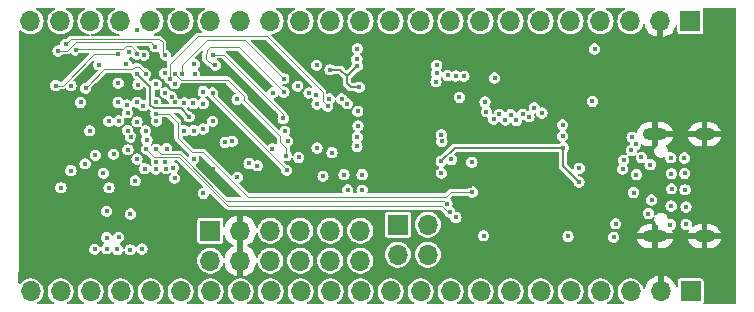
<source format=gbr>
%TF.GenerationSoftware,KiCad,Pcbnew,8.0.6*%
%TF.CreationDate,2024-12-01T18:19:07-08:00*%
%TF.ProjectId,SYNC-VT,53594e43-2d56-4542-9e6b-696361645f70,rev?*%
%TF.SameCoordinates,Original*%
%TF.FileFunction,Copper,L3,Inr*%
%TF.FilePolarity,Positive*%
%FSLAX46Y46*%
G04 Gerber Fmt 4.6, Leading zero omitted, Abs format (unit mm)*
G04 Created by KiCad (PCBNEW 8.0.6) date 2024-12-01 18:19:07*
%MOMM*%
%LPD*%
G01*
G04 APERTURE LIST*
%TA.AperFunction,ComponentPad*%
%ADD10R,1.700000X1.700000*%
%TD*%
%TA.AperFunction,ComponentPad*%
%ADD11O,1.700000X1.700000*%
%TD*%
%TA.AperFunction,ComponentPad*%
%ADD12O,2.100000X1.000000*%
%TD*%
%TA.AperFunction,ComponentPad*%
%ADD13O,1.800000X1.000000*%
%TD*%
%TA.AperFunction,ViaPad*%
%ADD14C,0.600000*%
%TD*%
%TA.AperFunction,ViaPad*%
%ADD15C,0.450000*%
%TD*%
%TA.AperFunction,Conductor*%
%ADD16C,0.090000*%
%TD*%
%TA.AperFunction,Conductor*%
%ADD17C,0.200000*%
%TD*%
G04 APERTURE END LIST*
D10*
%TO.N,VBUS0*%
%TO.C,J5*%
X146150000Y-37920000D03*
D11*
%TO.N,GND*%
X143610000Y-37920000D03*
%TO.N,+3.3VA*%
X141070000Y-37920000D03*
%TO.N,GPIO29*%
X138530000Y-37920000D03*
%TO.N,GPIO28*%
X135990000Y-37920000D03*
%TO.N,GPIO27*%
X133450000Y-37920000D03*
%TO.N,GPIO26*%
X130910000Y-37920000D03*
%TO.N,GPIO25*%
X128370000Y-37920000D03*
%TO.N,GPIO24*%
X125830000Y-37920000D03*
%TO.N,GPIO23*%
X123290000Y-37920000D03*
%TO.N,GPIO22*%
X120750000Y-37920000D03*
%TO.N,MIO34*%
X118210000Y-37920000D03*
%TO.N,MIO35*%
X115670000Y-37920000D03*
%TO.N,MIO36*%
X113130000Y-37920000D03*
%TO.N,MIO37*%
X110590000Y-37920000D03*
%TO.N,MIO39*%
X108050000Y-37920000D03*
%TO.N,MIO38*%
X105510000Y-37920000D03*
%TO.N,MIO41*%
X102970000Y-37920000D03*
%TO.N,MIO43*%
X100430000Y-37920000D03*
%TO.N,MIO42*%
X97890000Y-37920000D03*
%TO.N,MIO40*%
X95350000Y-37920000D03*
%TO.N,MIO11*%
X92810000Y-37920000D03*
%TO.N,MIO14*%
X90270000Y-37920000D03*
%TD*%
D10*
%TO.N,GPIO15*%
%TO.C,J6*%
X121370000Y-55130000D03*
D11*
%TO.N,GPIO14*%
X121370000Y-57670000D03*
%TO.N,GPIO13*%
X123910000Y-55130000D03*
%TO.N,GPIO12*%
X123910000Y-57670000D03*
%TD*%
D10*
%TO.N,VBUS0*%
%TO.C,J4*%
X146160000Y-60790000D03*
D11*
%TO.N,GND*%
X143620000Y-60790000D03*
%TO.N,+3.3VA*%
X141080000Y-60790000D03*
%TO.N,GPIO0*%
X138540000Y-60790000D03*
%TO.N,GPIO1*%
X136000000Y-60790000D03*
%TO.N,GPIO2*%
X133460000Y-60790000D03*
%TO.N,GPIO3*%
X130920000Y-60790000D03*
%TO.N,GPIO4*%
X128380000Y-60790000D03*
%TO.N,GPIO5*%
X125840000Y-60790000D03*
%TO.N,GPIO6*%
X123300000Y-60790000D03*
%TO.N,GPIO7*%
X120760000Y-60790000D03*
%TO.N,IO8N*%
X118220000Y-60790000D03*
%TO.N,IO9N*%
X115680000Y-60790000D03*
%TO.N,IO7N*%
X113140000Y-60790000D03*
%TO.N,IO15P*%
X110600000Y-60790000D03*
%TO.N,IO15N*%
X108060000Y-60790000D03*
%TO.N,IO7P*%
X105520000Y-60790000D03*
%TO.N,IO18N*%
X102980000Y-60790000D03*
%TO.N,IO17N*%
X100440000Y-60790000D03*
%TO.N,IO18P*%
X97900000Y-60790000D03*
%TO.N,IO17P*%
X95360000Y-60790000D03*
%TO.N,IO13N*%
X92820000Y-60790000D03*
%TO.N,IO16N*%
X90280000Y-60790000D03*
%TD*%
D12*
%TO.N,GND*%
%TO.C,USB_C_ESP1*%
X143163750Y-56120000D03*
D13*
X147343750Y-56120000D03*
D12*
X143163750Y-47480000D03*
D13*
X147343750Y-47480000D03*
%TD*%
D10*
%TO.N,+3V3*%
%TO.C,J3*%
X105500000Y-55640000D03*
D11*
X105500000Y-58180000D03*
%TO.N,GND*%
X108040000Y-55640000D03*
X108040000Y-58180000D03*
%TO.N,IO5N*%
X110580000Y-55640000D03*
%TO.N,IO5P*%
X110580000Y-58180000D03*
%TO.N,IO3N*%
X113120000Y-55640000D03*
%TO.N,IO2P*%
X113120000Y-58180000D03*
%TO.N,IOL5P*%
X115660000Y-55640000D03*
%TO.N,IO1P*%
X115660000Y-58180000D03*
%TO.N,IOL5N*%
X118200000Y-55640000D03*
%TO.N,IO3P*%
X118200000Y-58180000D03*
%TD*%
D14*
%TO.N,GND*%
X125490000Y-44120000D03*
D15*
X138005000Y-42415000D03*
X134520000Y-42990000D03*
%TO.N,Net-(J2-Pad1)*%
X138040000Y-40260000D03*
X139650000Y-56210000D03*
%TO.N,GPIO12*%
X108780000Y-49960000D03*
%TO.N,+1V8*%
X114530000Y-48654652D03*
%TO.N,GND*%
X136680000Y-57880000D03*
X137300000Y-48600000D03*
X128620000Y-41560000D03*
X128049620Y-45649619D03*
X95690000Y-51590000D03*
X137920000Y-46620000D03*
X105763002Y-42416962D03*
X124045002Y-46615001D03*
X100100000Y-41520000D03*
X124070000Y-50290000D03*
X101987696Y-39810258D03*
X97460000Y-50550000D03*
X116270002Y-41090000D03*
X122430000Y-51880000D03*
X136340000Y-48600000D03*
X99520000Y-43990000D03*
X95670000Y-58230000D03*
X101689999Y-44789999D03*
X92850000Y-53050000D03*
X97822513Y-53870448D03*
X110610000Y-51440000D03*
X140890000Y-55220000D03*
X96860000Y-48010000D03*
X105690015Y-50389985D03*
X113220000Y-47250000D03*
X110905000Y-45718148D03*
X118230000Y-42290000D03*
X115600000Y-47750000D03*
X97730000Y-48770000D03*
X134500000Y-45720000D03*
X94500004Y-40780000D03*
X127500000Y-51860000D03*
X96470000Y-42810000D03*
X138570000Y-54170000D03*
X143703750Y-50119832D03*
X97680000Y-43980000D03*
X136540000Y-53450000D03*
X96940000Y-38850000D03*
X118030002Y-49704998D03*
X120700000Y-49504998D03*
X120230000Y-47970000D03*
X99299999Y-47982191D03*
X101728379Y-47958379D03*
X134880000Y-56180000D03*
X95920000Y-45559392D03*
%TO.N,+1V0*%
X114490002Y-41640000D03*
%TO.N,GND*%
X111970000Y-45060000D03*
X102460000Y-48645000D03*
X98670000Y-56200000D03*
X109000000Y-52050000D03*
X143669841Y-52991091D03*
X136340000Y-45800000D03*
X127640002Y-56050001D03*
X137670000Y-50940000D03*
X98490000Y-46390000D03*
X110960000Y-41070000D03*
X104089999Y-45590002D03*
X94510000Y-48810000D03*
X103090000Y-43389994D03*
X110749982Y-47749991D03*
X103289984Y-51190000D03*
X100950000Y-47150000D03*
X119894999Y-46610002D03*
X101690000Y-46360000D03*
X100979551Y-52410486D03*
X108350000Y-41430000D03*
X104890009Y-47990009D03*
X99934409Y-49784445D03*
%TO.N,+3V3*%
X107760000Y-44530000D03*
X99140000Y-51430000D03*
X125590000Y-42510000D03*
X104910000Y-52490000D03*
X114540000Y-44920000D03*
X124610000Y-43020000D03*
X115040002Y-51030000D03*
X124670000Y-41640000D03*
X126970000Y-42570000D03*
X126290000Y-42550000D03*
X112976202Y-49450000D03*
X116627073Y-44497916D03*
X101636088Y-42334740D03*
X96890000Y-46390000D03*
X104896014Y-43875683D03*
X115800000Y-49040000D03*
X104140000Y-41560000D03*
X117130001Y-52205001D03*
X98440000Y-45010000D03*
X100129999Y-47955690D03*
X104090008Y-49590000D03*
X98591299Y-40515000D03*
X114478111Y-44167300D03*
X99270000Y-38640000D03*
X92850000Y-52015000D03*
X124650000Y-42320000D03*
X98710000Y-57260000D03*
X105689994Y-46389994D03*
X112900000Y-43410000D03*
X96720000Y-54000000D03*
X103290018Y-47190009D03*
X101735000Y-50390000D03*
X99373909Y-43283909D03*
X102489998Y-44789999D03*
X95700000Y-57220000D03*
X116820000Y-50904999D03*
X115568463Y-44498590D03*
X117090000Y-44910000D03*
%TO.N,SPI-D1*%
X93695000Y-43360056D03*
X99290000Y-40700602D03*
X94095852Y-40357709D03*
%TO.N,SPI-CLK*%
X93269599Y-39854599D03*
X94900000Y-49990000D03*
X101690034Y-40790017D03*
%TO.N,SPI-D2*%
X94934715Y-43589999D03*
X100030000Y-42370000D03*
%TO.N,SPI-D0*%
X99877337Y-40785410D03*
X96445284Y-50790002D03*
%TO.N,SPI-D3*%
X93695000Y-50560034D03*
X92600000Y-40430000D03*
X100820629Y-40059372D03*
%TO.N,SPI-CS*%
X92425006Y-43360012D03*
X97702327Y-40700001D03*
%TO.N,33.33Mhz*%
X99320000Y-42370000D03*
X103700000Y-46000000D03*
%TO.N,+1V0*%
X118099189Y-43503345D03*
X97311696Y-49168304D03*
X100890000Y-44790000D03*
X117910002Y-41110000D03*
X117925163Y-41710239D03*
X101792142Y-48694167D03*
X98491459Y-45660001D03*
X115631991Y-42020709D03*
X97740000Y-46370000D03*
X117940002Y-40240000D03*
%TO.N,GND*%
X114490002Y-40679996D03*
%TO.N,+1V0*%
X101690000Y-43990002D03*
X110789980Y-43990000D03*
%TO.N,+1V8*%
X95760000Y-49260000D03*
X109464964Y-50145036D03*
X96050000Y-41580000D03*
X110749998Y-48710001D03*
X95289987Y-47190013D03*
X100940000Y-46360000D03*
X98520000Y-48790000D03*
X117935001Y-47715001D03*
X98500000Y-47170000D03*
X100028924Y-47185401D03*
X96920000Y-52010000D03*
%TO.N,GND*%
X114360000Y-46870000D03*
%TO.N,+1V8*%
X117920000Y-48510000D03*
X118000000Y-46770000D03*
X97690000Y-44790000D03*
X118355002Y-50904999D03*
X94510000Y-44790000D03*
%TO.N,GNDA*%
X99831091Y-45071091D03*
X99290000Y-46420000D03*
%TO.N,VCCQ*%
X99270000Y-44780000D03*
%TO.N,MIO7*%
X100910000Y-43260000D03*
%TO.N,Net-(TP2-Pin_1)*%
X117980000Y-45540000D03*
%TO.N,Net-(TP1-Pin_1)*%
X118350000Y-52220000D03*
%TO.N,Net-(U4-SENSE)*%
X113850000Y-43990000D03*
%TO.N,POR_B*%
X115430000Y-45110000D03*
X102090000Y-42800000D03*
%TO.N,Net-(U3A-INIT_B_0)*%
X97690004Y-43160000D03*
%TO.N,Net-(U3A-PROGRAM_B_0)*%
X98762165Y-47709696D03*
%TO.N,Net-(U3A-DONE_0)*%
X99290000Y-49580000D03*
%TO.N,Net-(U3D-PS_MIO8_500)*%
X98398337Y-41540478D03*
%TO.N,Net-(C1-Pad1)*%
X111800000Y-47230000D03*
%TO.N,Net-(R23-Pad2)*%
X107800000Y-51130000D03*
%TO.N,MIO32*%
X111953900Y-50530014D03*
X105690024Y-43990000D03*
%TO.N,MIO33*%
X102490000Y-42390000D03*
X111936634Y-49303366D03*
%TO.N,MIO29*%
X102490000Y-43190000D03*
X112036313Y-48063687D03*
%TO.N,MIO30*%
X111730000Y-43910000D03*
X105918958Y-41618925D03*
%TO.N,MIO31*%
X111720000Y-42780000D03*
X103095000Y-42390000D03*
%TO.N,MIO28*%
X105687174Y-40741649D03*
X111660000Y-46150000D03*
%TO.N,RAM_DQ0*%
X99955000Y-50400018D03*
X96710000Y-56240000D03*
%TO.N,~{RAM_RST}*%
X99710000Y-57200000D03*
X102480000Y-51200000D03*
%TO.N,RAM_DQ2*%
X97640000Y-57240000D03*
X101700000Y-49805000D03*
%TO.N,~{RAM_CLK}*%
X98740000Y-54240000D03*
X102375000Y-50315000D03*
%TO.N,RAM_DQ3*%
X96720000Y-57170000D03*
X100924217Y-49805000D03*
%TO.N,RWDS*%
X97730000Y-56210000D03*
X100886621Y-50438679D03*
%TO.N,+1V1*%
X125045000Y-49765000D03*
X135380000Y-48620000D03*
X136710000Y-51520000D03*
%TO.N,VBUS0*%
X144438750Y-55130000D03*
X144538750Y-50830000D03*
X141998750Y-49450000D03*
X142588750Y-54200000D03*
X144508750Y-53560000D03*
X145698750Y-52180000D03*
X126590000Y-44360000D03*
X144488750Y-49480000D03*
X145768750Y-53650000D03*
X145628750Y-49500000D03*
X141500000Y-48350000D03*
X141208750Y-47740000D03*
X145658750Y-50800000D03*
X141158750Y-48850000D03*
X144558750Y-52110000D03*
X128760000Y-44750000D03*
X145778750Y-55120000D03*
%TO.N,Net-(USB_C_ESP1-CC1)*%
X142858750Y-53050000D03*
%TO.N,Net-(USB_C_ESP1-CC2)*%
X142738750Y-50049999D03*
%TO.N,GPIO15*%
X127677730Y-52380495D03*
X100890000Y-45750000D03*
%TO.N,GPIO23*%
X129960000Y-45800000D03*
%TO.N,GPIO14*%
X125533173Y-53363173D03*
X100900000Y-48760000D03*
%TO.N,/Peripheral/SWCLK*%
X127650000Y-49860000D03*
%TO.N,/Peripheral/SWD*%
X125900000Y-49620000D03*
%TO.N,GPIO27*%
X131950000Y-45790000D03*
%TO.N,GPIO12*%
X126292500Y-54530000D03*
%TO.N,GPIO25*%
X130920000Y-45820000D03*
%TO.N,GPIO28*%
X132470000Y-46000000D03*
%TO.N,GPIO13*%
X125787782Y-54094473D03*
X100090000Y-48760000D03*
%TO.N,GPIO22*%
X129480001Y-46219999D03*
%TO.N,GPIO17*%
X107340000Y-48080000D03*
X125050000Y-47530000D03*
%TO.N,GPIO24*%
X130480000Y-46280000D03*
%TO.N,GPIO16*%
X106740000Y-48170000D03*
X125110000Y-48090000D03*
%TO.N,GPIO29*%
X132920000Y-45250000D03*
%TO.N,GPIO26*%
X131420000Y-46320000D03*
%TO.N,+3.3VA*%
X137852500Y-44700000D03*
X136730000Y-50370000D03*
X135330000Y-46690000D03*
X128630000Y-56080000D03*
X128877115Y-45569999D03*
X135780000Y-56130000D03*
X135330000Y-47650000D03*
X133570000Y-45690000D03*
X125070000Y-50760000D03*
X139821320Y-55067500D03*
%TO.N,USB_D+0*%
X140413241Y-50426065D03*
%TO.N,USB_D-0*%
X140490000Y-49680000D03*
X141328750Y-52420000D03*
X141568046Y-50905581D03*
%TO.N,Net-(TP11-Pin_1)*%
X129560000Y-42730000D03*
%TO.N,MIO43*%
X104165000Y-42403788D03*
%TO.N,IO3N*%
X104890000Y-44885000D03*
%TO.N,IO3P*%
X104070000Y-44870000D03*
%TO.N,IO2P*%
X102220000Y-44310000D03*
%TO.N,IO1P*%
X103298570Y-44829999D03*
%TO.N,IO5P*%
X104090000Y-47180000D03*
%TO.N,IO5N*%
X104890000Y-47045000D03*
%TD*%
D16*
%TO.N,MIO32*%
X105690024Y-44266138D02*
X111953900Y-50530014D01*
X105690024Y-43990000D02*
X105690024Y-44266138D01*
%TO.N,SPI-D1*%
X99290000Y-40513665D02*
X99290000Y-40700602D01*
X94095852Y-40357709D02*
X94153561Y-40300000D01*
X98796335Y-40020000D02*
X99290000Y-40513665D01*
X98106263Y-40300000D02*
X98386263Y-40020000D01*
X98386263Y-40020000D02*
X98796335Y-40020000D01*
X94153561Y-40300000D02*
X98106263Y-40300000D01*
%TO.N,SPI-CLK*%
X101175054Y-39424982D02*
X101465018Y-39714946D01*
X101465018Y-39714946D02*
X101465018Y-40565001D01*
X93269599Y-39854599D02*
X93664198Y-39460000D01*
X100729964Y-39460000D02*
X100764982Y-39424982D01*
X101465018Y-40565001D02*
X101690034Y-40790017D01*
X93664198Y-39460000D02*
X100729964Y-39460000D01*
X100764982Y-39424982D02*
X101175054Y-39424982D01*
%TO.N,SPI-D2*%
X99448909Y-41788909D02*
X100030000Y-42370000D01*
X98904865Y-42000000D02*
X99115956Y-41788909D01*
X96524714Y-42000000D02*
X98904865Y-42000000D01*
X94934715Y-43589999D02*
X96524714Y-42000000D01*
X99115956Y-41788909D02*
X99448909Y-41788909D01*
%TO.N,SPI-D3*%
X100461257Y-39700000D02*
X94124235Y-39700000D01*
X94124235Y-39700000D02*
X93394235Y-40430000D01*
X100820629Y-40059372D02*
X100461257Y-39700000D01*
X93394235Y-40430000D02*
X92600000Y-40430000D01*
%TO.N,SPI-CS*%
X97702327Y-40700001D02*
X95654961Y-40700001D01*
X92994950Y-43360012D02*
X92425006Y-43360012D01*
X95654961Y-40700001D02*
X92994950Y-43360012D01*
D17*
%TO.N,33.33Mhz*%
X100430000Y-44980000D02*
X100430000Y-43480000D01*
X100430000Y-43480000D02*
X99320000Y-42370000D01*
X103700000Y-46000000D02*
X103000000Y-45300000D01*
X100750000Y-45300000D02*
X100430000Y-44980000D01*
X103000000Y-45300000D02*
X100750000Y-45300000D01*
%TO.N,+1V0*%
X115631991Y-42020709D02*
X116483685Y-42020709D01*
X117410739Y-43503345D02*
X118099189Y-43503345D01*
X117049189Y-43141795D02*
X117410739Y-43503345D01*
X116483685Y-42020709D02*
X117049189Y-42586213D01*
X117049189Y-42586213D02*
X117049189Y-43141795D01*
X117049189Y-42586213D02*
X117925163Y-41710239D01*
D16*
%TO.N,POR_B*%
X104445711Y-39185000D02*
X110265949Y-39185000D01*
X110265949Y-39185000D02*
X115018463Y-43937514D01*
X102090000Y-42800000D02*
X102090000Y-41540711D01*
X115018463Y-44698463D02*
X115430000Y-45110000D01*
X102090000Y-41540711D02*
X104445711Y-39185000D01*
X115018463Y-43937514D02*
X115018463Y-44698463D01*
%TO.N,MIO33*%
X108355000Y-44607374D02*
X111402518Y-47654892D01*
X108355000Y-44283542D02*
X108355000Y-44607374D01*
X111402518Y-48129928D02*
X111936634Y-48664044D01*
X111402518Y-47654892D02*
X111402518Y-48129928D01*
X102490000Y-42390000D02*
X102985000Y-42885000D01*
X106956458Y-42885000D02*
X108355000Y-44283542D01*
X102985000Y-42885000D02*
X106956458Y-42885000D01*
X111936634Y-48664044D02*
X111936634Y-49303366D01*
%TO.N,MIO30*%
X105688853Y-41618925D02*
X105918958Y-41618925D01*
X105177482Y-40362518D02*
X105177482Y-40625000D01*
X105105000Y-40697482D02*
X105105000Y-41107554D01*
X105177482Y-40625000D02*
X105105000Y-40697482D01*
X105430000Y-40110000D02*
X105177482Y-40362518D01*
X111730000Y-43910000D02*
X107930000Y-40110000D01*
X105394964Y-41397518D02*
X105467446Y-41397518D01*
X105467446Y-41397518D02*
X105688853Y-41618925D01*
X107930000Y-40110000D02*
X105430000Y-40110000D01*
X105105000Y-41107554D02*
X105394964Y-41397518D01*
%TO.N,MIO31*%
X105240000Y-39510000D02*
X103095000Y-41655000D01*
X111720000Y-42780000D02*
X108450000Y-39510000D01*
X103095000Y-41655000D02*
X103095000Y-42390000D01*
X108450000Y-39510000D02*
X105240000Y-39510000D01*
%TO.N,MIO28*%
X106628537Y-40741649D02*
X105687174Y-40741649D01*
X111660000Y-46150000D02*
X111660000Y-45773112D01*
X111660000Y-45773112D02*
X106628537Y-40741649D01*
D17*
%TO.N,+1V1*%
X136710000Y-51520000D02*
X135380000Y-50190000D01*
X126190000Y-48620000D02*
X135380000Y-48620000D01*
X125045000Y-49765000D02*
X126190000Y-48620000D01*
X135380000Y-50190000D02*
X135380000Y-48620000D01*
D16*
%TO.N,GPIO15*%
X125849469Y-52380495D02*
X125439964Y-52790000D01*
X102750000Y-47790000D02*
X102750000Y-46500000D01*
X108648645Y-52790000D02*
X104848645Y-48990000D01*
X102000000Y-45750000D02*
X100890000Y-45750000D01*
X125439964Y-52790000D02*
X108648645Y-52790000D01*
X127677730Y-52380495D02*
X125849469Y-52380495D01*
X103950000Y-48990000D02*
X102750000Y-47790000D01*
X102750000Y-46500000D02*
X102000000Y-45750000D01*
X104848645Y-48990000D02*
X103950000Y-48990000D01*
%TO.N,GPIO14*%
X125266842Y-53096842D02*
X125533173Y-53363173D01*
X101310000Y-49170000D02*
X102910000Y-49170000D01*
X106836842Y-53096842D02*
X125266842Y-53096842D01*
X102910000Y-49170000D02*
X106836842Y-53096842D01*
X100900000Y-48760000D02*
X101310000Y-49170000D01*
%TO.N,GPIO13*%
X125120008Y-53570044D02*
X125644437Y-54094473D01*
X100090000Y-48760000D02*
X100740000Y-49410000D01*
X100740000Y-49410000D02*
X102810588Y-49410000D01*
X106970632Y-53570044D02*
X125120008Y-53570044D01*
X102810588Y-49410000D02*
X106970632Y-53570044D01*
X125644437Y-54094473D02*
X125787782Y-54094473D01*
%TD*%
%TA.AperFunction,Conductor*%
%TO.N,GND*%
G36*
X108290000Y-57746988D02*
G01*
X108232993Y-57714075D01*
X108105826Y-57680000D01*
X107974174Y-57680000D01*
X107847007Y-57714075D01*
X107790000Y-57746988D01*
X107790000Y-56073012D01*
X107847007Y-56105925D01*
X107974174Y-56140000D01*
X108105826Y-56140000D01*
X108232993Y-56105925D01*
X108290000Y-56073012D01*
X108290000Y-57746988D01*
G37*
%TD.AperFunction*%
%TA.AperFunction,Conductor*%
G36*
X92361411Y-36802174D02*
G01*
X92383085Y-36854500D01*
X92361411Y-36906826D01*
X92335817Y-36923502D01*
X92317363Y-36930652D01*
X92317358Y-36930654D01*
X92317358Y-36930655D01*
X92143958Y-37038019D01*
X92143957Y-37038019D01*
X91993235Y-37175420D01*
X91993234Y-37175421D01*
X91870329Y-37338174D01*
X91870328Y-37338177D01*
X91779418Y-37520750D01*
X91779416Y-37520755D01*
X91723602Y-37716917D01*
X91723601Y-37716923D01*
X91704785Y-37919996D01*
X91704785Y-37920003D01*
X91723601Y-38123076D01*
X91723602Y-38123082D01*
X91778524Y-38316108D01*
X91779418Y-38319250D01*
X91870327Y-38501821D01*
X91870328Y-38501822D01*
X91870329Y-38501825D01*
X91993234Y-38664578D01*
X91993235Y-38664579D01*
X92111372Y-38772274D01*
X92143959Y-38801981D01*
X92317363Y-38909348D01*
X92507544Y-38983024D01*
X92708024Y-39020500D01*
X92708026Y-39020500D01*
X92911974Y-39020500D01*
X92911976Y-39020500D01*
X93112456Y-38983024D01*
X93302637Y-38909348D01*
X93476041Y-38801981D01*
X93626764Y-38664579D01*
X93638024Y-38649669D01*
X93749670Y-38501825D01*
X93749670Y-38501824D01*
X93749673Y-38501821D01*
X93840582Y-38319250D01*
X93896397Y-38123083D01*
X93909116Y-37985826D01*
X93915215Y-37920003D01*
X93915215Y-37919996D01*
X93896398Y-37716923D01*
X93896397Y-37716917D01*
X93879623Y-37657963D01*
X93840582Y-37520750D01*
X93749673Y-37338179D01*
X93749670Y-37338175D01*
X93749670Y-37338174D01*
X93626765Y-37175421D01*
X93626764Y-37175420D01*
X93476041Y-37038019D01*
X93369836Y-36972260D01*
X93302637Y-36930652D01*
X93284182Y-36923502D01*
X93243220Y-36884390D01*
X93241912Y-36827768D01*
X93281025Y-36786805D01*
X93310915Y-36780500D01*
X94849085Y-36780500D01*
X94901411Y-36802174D01*
X94923085Y-36854500D01*
X94901411Y-36906826D01*
X94875817Y-36923502D01*
X94857363Y-36930652D01*
X94857358Y-36930654D01*
X94857358Y-36930655D01*
X94683958Y-37038019D01*
X94683957Y-37038019D01*
X94533235Y-37175420D01*
X94533234Y-37175421D01*
X94410329Y-37338174D01*
X94410328Y-37338177D01*
X94319418Y-37520750D01*
X94319416Y-37520755D01*
X94263602Y-37716917D01*
X94263601Y-37716923D01*
X94244785Y-37919996D01*
X94244785Y-37920003D01*
X94263601Y-38123076D01*
X94263602Y-38123082D01*
X94318524Y-38316108D01*
X94319418Y-38319250D01*
X94410327Y-38501821D01*
X94410328Y-38501822D01*
X94410329Y-38501825D01*
X94533234Y-38664578D01*
X94533235Y-38664579D01*
X94651372Y-38772274D01*
X94683959Y-38801981D01*
X94857363Y-38909348D01*
X95047544Y-38983024D01*
X95227621Y-39016686D01*
X95233366Y-39017760D01*
X95280818Y-39048680D01*
X95292508Y-39104098D01*
X95261588Y-39151550D01*
X95219768Y-39164500D01*
X93625292Y-39164500D01*
X93550142Y-39184636D01*
X93550137Y-39184638D01*
X93482756Y-39223541D01*
X93348873Y-39357425D01*
X93296547Y-39379099D01*
X93201230Y-39379099D01*
X93070038Y-39417620D01*
X93070036Y-39417622D01*
X92955013Y-39491541D01*
X92865470Y-39594879D01*
X92808667Y-39719259D01*
X92789209Y-39854599D01*
X92793145Y-39881975D01*
X92779138Y-39936853D01*
X92730429Y-39965753D01*
X92699050Y-39963509D01*
X92668367Y-39954500D01*
X92531633Y-39954500D01*
X92531631Y-39954500D01*
X92400439Y-39993021D01*
X92400437Y-39993023D01*
X92285414Y-40066942D01*
X92195871Y-40170280D01*
X92139068Y-40294660D01*
X92119610Y-40430000D01*
X92139068Y-40565339D01*
X92139068Y-40565340D01*
X92139069Y-40565342D01*
X92195870Y-40689718D01*
X92285411Y-40793055D01*
X92400439Y-40866978D01*
X92531631Y-40905500D01*
X92531633Y-40905500D01*
X92668368Y-40905500D01*
X92761829Y-40878057D01*
X92799561Y-40866978D01*
X92914589Y-40793055D01*
X92950994Y-40751041D01*
X93001641Y-40725689D01*
X93006920Y-40725500D01*
X93433140Y-40725500D01*
X93451927Y-40720465D01*
X93470716Y-40715431D01*
X93470717Y-40715431D01*
X93480110Y-40712913D01*
X93508294Y-40705362D01*
X93575676Y-40666459D01*
X93604409Y-40637725D01*
X93656734Y-40616051D01*
X93709060Y-40637724D01*
X93712658Y-40641589D01*
X93736843Y-40669500D01*
X93781263Y-40720764D01*
X93781265Y-40720766D01*
X93833367Y-40754249D01*
X93896291Y-40794687D01*
X94027483Y-40833209D01*
X94027485Y-40833209D01*
X94164220Y-40833209D01*
X94229816Y-40813948D01*
X94295413Y-40794687D01*
X94404640Y-40724491D01*
X94410438Y-40720766D01*
X94410438Y-40720765D01*
X94410441Y-40720764D01*
X94496850Y-40621040D01*
X94547496Y-40595689D01*
X94552776Y-40595500D01*
X95162910Y-40595500D01*
X95215236Y-40617174D01*
X95236910Y-40669500D01*
X95215236Y-40721826D01*
X92894224Y-43042838D01*
X92841898Y-43064512D01*
X92831926Y-43064512D01*
X92779600Y-43042838D01*
X92776000Y-43038971D01*
X92739633Y-42997001D01*
X92739595Y-42996957D01*
X92739594Y-42996956D01*
X92739592Y-42996954D01*
X92643714Y-42935339D01*
X92624567Y-42923034D01*
X92624566Y-42923033D01*
X92493375Y-42884512D01*
X92493373Y-42884512D01*
X92356639Y-42884512D01*
X92356637Y-42884512D01*
X92225445Y-42923033D01*
X92225443Y-42923035D01*
X92110420Y-42996954D01*
X92110417Y-42996956D01*
X92110417Y-42996957D01*
X92085685Y-43025500D01*
X92020877Y-43100292D01*
X91964074Y-43224672D01*
X91944616Y-43360012D01*
X91964074Y-43495351D01*
X91964074Y-43495352D01*
X91964075Y-43495354D01*
X92020876Y-43619730D01*
X92110417Y-43723067D01*
X92110419Y-43723068D01*
X92110420Y-43723069D01*
X92113951Y-43725338D01*
X92225445Y-43796990D01*
X92356637Y-43835512D01*
X92356639Y-43835512D01*
X92493374Y-43835512D01*
X92570634Y-43812826D01*
X92624567Y-43796990D01*
X92736061Y-43725338D01*
X92739592Y-43723069D01*
X92739592Y-43723068D01*
X92739595Y-43723067D01*
X92776000Y-43681053D01*
X92826647Y-43655701D01*
X92831926Y-43655512D01*
X93033855Y-43655512D01*
X93053372Y-43650282D01*
X93084228Y-43642014D01*
X93109009Y-43635374D01*
X93176391Y-43596471D01*
X93176397Y-43596464D01*
X93179535Y-43594058D01*
X93234242Y-43579398D01*
X93283292Y-43607715D01*
X93287905Y-43615386D01*
X93288008Y-43615321D01*
X93290868Y-43619772D01*
X93380411Y-43723111D01*
X93380413Y-43723113D01*
X93433415Y-43757174D01*
X93495439Y-43797034D01*
X93626631Y-43835556D01*
X93626633Y-43835556D01*
X93763368Y-43835556D01*
X93840778Y-43812826D01*
X93894561Y-43797034D01*
X94009589Y-43723111D01*
X94099130Y-43619774D01*
X94155931Y-43495398D01*
X94175390Y-43360056D01*
X94155931Y-43224714D01*
X94099130Y-43100338D01*
X94009589Y-42997001D01*
X94009585Y-42996998D01*
X93944553Y-42955205D01*
X93912251Y-42908682D01*
X93922307Y-42852945D01*
X93932229Y-42840631D01*
X95518318Y-41254543D01*
X95570643Y-41232870D01*
X95622969Y-41254544D01*
X95644643Y-41306870D01*
X95637956Y-41337611D01*
X95589068Y-41444660D01*
X95569610Y-41580000D01*
X95589068Y-41715339D01*
X95589068Y-41715340D01*
X95589069Y-41715342D01*
X95645870Y-41839718D01*
X95735411Y-41943055D01*
X95850439Y-42016978D01*
X95884384Y-42026945D01*
X95915828Y-42036178D01*
X95959928Y-42071716D01*
X95965982Y-42128028D01*
X95947306Y-42159506D01*
X95013989Y-43092825D01*
X94961663Y-43114499D01*
X94866346Y-43114499D01*
X94735154Y-43153020D01*
X94735152Y-43153022D01*
X94620129Y-43226941D01*
X94620126Y-43226943D01*
X94620126Y-43226944D01*
X94611432Y-43236978D01*
X94530586Y-43330279D01*
X94473783Y-43454659D01*
X94454325Y-43589999D01*
X94473783Y-43725338D01*
X94473783Y-43725339D01*
X94473784Y-43725341D01*
X94530585Y-43849717D01*
X94620126Y-43953054D01*
X94735154Y-44026977D01*
X94866346Y-44065499D01*
X94866348Y-44065499D01*
X95003083Y-44065499D01*
X95076849Y-44043839D01*
X95134276Y-44026977D01*
X95249304Y-43953054D01*
X95338845Y-43849717D01*
X95395646Y-43725341D01*
X95415105Y-43589999D01*
X95412521Y-43572030D01*
X95426525Y-43517153D01*
X95433434Y-43509178D01*
X95782613Y-43160000D01*
X97209614Y-43160000D01*
X97229072Y-43295339D01*
X97229072Y-43295340D01*
X97229073Y-43295342D01*
X97285874Y-43419718D01*
X97375415Y-43523055D01*
X97490443Y-43596978D01*
X97621635Y-43635500D01*
X97621637Y-43635500D01*
X97758372Y-43635500D01*
X97860075Y-43605637D01*
X97889565Y-43596978D01*
X98004593Y-43523055D01*
X98094134Y-43419718D01*
X98150935Y-43295342D01*
X98170394Y-43160000D01*
X98150935Y-43024658D01*
X98094134Y-42900282D01*
X98004593Y-42796945D01*
X98004589Y-42796942D01*
X97933875Y-42751498D01*
X97889565Y-42723022D01*
X97889564Y-42723021D01*
X97758373Y-42684500D01*
X97758371Y-42684500D01*
X97621637Y-42684500D01*
X97621635Y-42684500D01*
X97490443Y-42723021D01*
X97490441Y-42723023D01*
X97375418Y-42796942D01*
X97375415Y-42796944D01*
X97375415Y-42796945D01*
X97343778Y-42833455D01*
X97285875Y-42900280D01*
X97229072Y-43024660D01*
X97209614Y-43160000D01*
X95782613Y-43160000D01*
X96625441Y-42317174D01*
X96677767Y-42295500D01*
X98765610Y-42295500D01*
X98817936Y-42317174D01*
X98837715Y-42364926D01*
X98838857Y-42364762D01*
X98839500Y-42369234D01*
X98839610Y-42369500D01*
X98839610Y-42369999D01*
X98859068Y-42505339D01*
X98859068Y-42505340D01*
X98859069Y-42505342D01*
X98915870Y-42629718D01*
X99005411Y-42733055D01*
X99078458Y-42779999D01*
X99081608Y-42782023D01*
X99113910Y-42828545D01*
X99103854Y-42884283D01*
X99081609Y-42906528D01*
X99059325Y-42920849D01*
X99059323Y-42920850D01*
X98969780Y-43024189D01*
X98912977Y-43148569D01*
X98893519Y-43283909D01*
X98912977Y-43419248D01*
X98912977Y-43419249D01*
X98912978Y-43419251D01*
X98969779Y-43543627D01*
X99059320Y-43646964D01*
X99059322Y-43646965D01*
X99059323Y-43646966D01*
X99064480Y-43650280D01*
X99174348Y-43720887D01*
X99305540Y-43759409D01*
X99305542Y-43759409D01*
X99442277Y-43759409D01*
X99518587Y-43737002D01*
X99573470Y-43720887D01*
X99688498Y-43646964D01*
X99778039Y-43543627D01*
X99802706Y-43489612D01*
X99844158Y-43451019D01*
X99900759Y-43453040D01*
X99922345Y-43468027D01*
X100057826Y-43603508D01*
X100079500Y-43655834D01*
X100079500Y-44549603D01*
X100057826Y-44601929D01*
X100005500Y-44623603D01*
X99984652Y-44620606D01*
X99899458Y-44595591D01*
X99762724Y-44595591D01*
X99757432Y-44595591D01*
X99757432Y-44592665D01*
X99711788Y-44580993D01*
X99688849Y-44552513D01*
X99687520Y-44549603D01*
X99674130Y-44520282D01*
X99584589Y-44416945D01*
X99584585Y-44416942D01*
X99507522Y-44367418D01*
X99469561Y-44343022D01*
X99469560Y-44343021D01*
X99338369Y-44304500D01*
X99338367Y-44304500D01*
X99201633Y-44304500D01*
X99201631Y-44304500D01*
X99070439Y-44343021D01*
X99070437Y-44343023D01*
X98955414Y-44416942D01*
X98955411Y-44416944D01*
X98955411Y-44416945D01*
X98940852Y-44433747D01*
X98865871Y-44520280D01*
X98865870Y-44520281D01*
X98865870Y-44520282D01*
X98836479Y-44584640D01*
X98831377Y-44595811D01*
X98789924Y-44634404D01*
X98733323Y-44632383D01*
X98724057Y-44627323D01*
X98670145Y-44592677D01*
X98639561Y-44573022D01*
X98639560Y-44573021D01*
X98508369Y-44534500D01*
X98508367Y-44534500D01*
X98371633Y-44534500D01*
X98371631Y-44534500D01*
X98240438Y-44573022D01*
X98214259Y-44589846D01*
X98158522Y-44599901D01*
X98111999Y-44567598D01*
X98106943Y-44558339D01*
X98094130Y-44530282D01*
X98004589Y-44426945D01*
X98004585Y-44426942D01*
X97905473Y-44363248D01*
X97889561Y-44353022D01*
X97889560Y-44353021D01*
X97758369Y-44314500D01*
X97758367Y-44314500D01*
X97621633Y-44314500D01*
X97621631Y-44314500D01*
X97490439Y-44353021D01*
X97490437Y-44353023D01*
X97375414Y-44426942D01*
X97375411Y-44426944D01*
X97375411Y-44426945D01*
X97357532Y-44447579D01*
X97285871Y-44530280D01*
X97229068Y-44654660D01*
X97209610Y-44790000D01*
X97229068Y-44925339D01*
X97229068Y-44925340D01*
X97229069Y-44925342D01*
X97285870Y-45049718D01*
X97375411Y-45153055D01*
X97490439Y-45226978D01*
X97621631Y-45265500D01*
X97621633Y-45265500D01*
X97758368Y-45265500D01*
X97830019Y-45244461D01*
X97889561Y-45226978D01*
X97915738Y-45210154D01*
X97971475Y-45200098D01*
X98017998Y-45232399D01*
X98023058Y-45241665D01*
X98035869Y-45269716D01*
X98035873Y-45269722D01*
X98077472Y-45317730D01*
X98095358Y-45371469D01*
X98088860Y-45396931D01*
X98030527Y-45524661D01*
X98011069Y-45660001D01*
X98030527Y-45795342D01*
X98052619Y-45843717D01*
X98054640Y-45900318D01*
X98016046Y-45941770D01*
X97959445Y-45943791D01*
X97945302Y-45936711D01*
X97939563Y-45933023D01*
X97939560Y-45933021D01*
X97808369Y-45894500D01*
X97808367Y-45894500D01*
X97671633Y-45894500D01*
X97671631Y-45894500D01*
X97540439Y-45933021D01*
X97540437Y-45933023D01*
X97425413Y-46006942D01*
X97425410Y-46006945D01*
X97362260Y-46079825D01*
X97311614Y-46105176D01*
X97257875Y-46087290D01*
X97250410Y-46079825D01*
X97204589Y-46026945D01*
X97204586Y-46026942D01*
X97118318Y-45971502D01*
X97089561Y-45953022D01*
X97089560Y-45953021D01*
X96958369Y-45914500D01*
X96958367Y-45914500D01*
X96821633Y-45914500D01*
X96821631Y-45914500D01*
X96690439Y-45953021D01*
X96690437Y-45953023D01*
X96575414Y-46026942D01*
X96485871Y-46130280D01*
X96429068Y-46254660D01*
X96409610Y-46390000D01*
X96429068Y-46525339D01*
X96429068Y-46525340D01*
X96429069Y-46525342D01*
X96485870Y-46649718D01*
X96575411Y-46753055D01*
X96575413Y-46753056D01*
X96575414Y-46753057D01*
X96581512Y-46756976D01*
X96690439Y-46826978D01*
X96821631Y-46865500D01*
X96821633Y-46865500D01*
X96958368Y-46865500D01*
X97026481Y-46845500D01*
X97089561Y-46826978D01*
X97204589Y-46753055D01*
X97267740Y-46680173D01*
X97318384Y-46654823D01*
X97372123Y-46672708D01*
X97379589Y-46680174D01*
X97425410Y-46733054D01*
X97425413Y-46733057D01*
X97482899Y-46770000D01*
X97540439Y-46806978D01*
X97671631Y-46845500D01*
X97671633Y-46845500D01*
X97808368Y-46845500D01*
X97887222Y-46822346D01*
X97939561Y-46806978D01*
X98054589Y-46733055D01*
X98054594Y-46733048D01*
X98054626Y-46733022D01*
X98054658Y-46733011D01*
X98059042Y-46730194D01*
X98059760Y-46731311D01*
X98070575Y-46727709D01*
X98080976Y-46702602D01*
X98087131Y-46695499D01*
X98144130Y-46629718D01*
X98200931Y-46505342D01*
X98220390Y-46370000D01*
X98200931Y-46234658D01*
X98178838Y-46186283D01*
X98176818Y-46129682D01*
X98215411Y-46088230D01*
X98272013Y-46086209D01*
X98286156Y-46093289D01*
X98291898Y-46096979D01*
X98423090Y-46135501D01*
X98423092Y-46135501D01*
X98559827Y-46135501D01*
X98645714Y-46110282D01*
X98691020Y-46096979D01*
X98806048Y-46023056D01*
X98895589Y-45919719D01*
X98952390Y-45795343D01*
X98971849Y-45660001D01*
X98952390Y-45524659D01*
X98895589Y-45400283D01*
X98895587Y-45400281D01*
X98895587Y-45400280D01*
X98895585Y-45400278D01*
X98853986Y-45352270D01*
X98836100Y-45298531D01*
X98842598Y-45273069D01*
X98844126Y-45269721D01*
X98844130Y-45269718D01*
X98878624Y-45194185D01*
X98920075Y-45155595D01*
X98976676Y-45157616D01*
X98985942Y-45162676D01*
X98997591Y-45170162D01*
X99070439Y-45216978D01*
X99201631Y-45255500D01*
X99343660Y-45255500D01*
X99343660Y-45258444D01*
X99389243Y-45270053D01*
X99412239Y-45298574D01*
X99426961Y-45330809D01*
X99516502Y-45434146D01*
X99631530Y-45508069D01*
X99762722Y-45546591D01*
X99762724Y-45546591D01*
X99899459Y-45546591D01*
X99974145Y-45524661D01*
X100030652Y-45508069D01*
X100145680Y-45434146D01*
X100206342Y-45364137D01*
X100256985Y-45338787D01*
X100310724Y-45356672D01*
X100314591Y-45360272D01*
X100436600Y-45482281D01*
X100458274Y-45534607D01*
X100451587Y-45565347D01*
X100429070Y-45614654D01*
X100429068Y-45614659D01*
X100409610Y-45750000D01*
X100429068Y-45885339D01*
X100429068Y-45885340D01*
X100429069Y-45885342D01*
X100485870Y-46009718D01*
X100500789Y-46026936D01*
X100514554Y-46042821D01*
X100532440Y-46096560D01*
X100525942Y-46122020D01*
X100508470Y-46160280D01*
X100479068Y-46224660D01*
X100459610Y-46360000D01*
X100479068Y-46495339D01*
X100479068Y-46495340D01*
X100479069Y-46495342D01*
X100535870Y-46619718D01*
X100625411Y-46723055D01*
X100740439Y-46796978D01*
X100871631Y-46835500D01*
X100871633Y-46835500D01*
X101008368Y-46835500D01*
X101087399Y-46812294D01*
X101139561Y-46796978D01*
X101254589Y-46723055D01*
X101344130Y-46619718D01*
X101400931Y-46495342D01*
X101420390Y-46360000D01*
X101400931Y-46224658D01*
X101366944Y-46150239D01*
X101364924Y-46093640D01*
X101403517Y-46052187D01*
X101434258Y-46045500D01*
X101846948Y-46045500D01*
X101899274Y-46067174D01*
X102432826Y-46600726D01*
X102454500Y-46653052D01*
X102454500Y-47828904D01*
X102455461Y-47832488D01*
X102455462Y-47832499D01*
X102455463Y-47832499D01*
X102474636Y-47904054D01*
X102474640Y-47904063D01*
X102503849Y-47954656D01*
X102503850Y-47954656D01*
X102503851Y-47954658D01*
X102513541Y-47971441D01*
X103115294Y-48573194D01*
X103713541Y-49171441D01*
X103723742Y-49181642D01*
X103745416Y-49233968D01*
X103727343Y-49282426D01*
X103685879Y-49330280D01*
X103685876Y-49330284D01*
X103668172Y-49369050D01*
X103626719Y-49407643D01*
X103570118Y-49405620D01*
X103548534Y-49390634D01*
X103091442Y-48933542D01*
X103091441Y-48933541D01*
X103072317Y-48922500D01*
X103058236Y-48914370D01*
X103024060Y-48894638D01*
X103024056Y-48894637D01*
X102986480Y-48884568D01*
X102948906Y-48874500D01*
X102948904Y-48874500D01*
X102948903Y-48874500D01*
X102332005Y-48874500D01*
X102279679Y-48852826D01*
X102258005Y-48800500D01*
X102258758Y-48789969D01*
X102261669Y-48769719D01*
X102272532Y-48694167D01*
X102253073Y-48558825D01*
X102196272Y-48434449D01*
X102106731Y-48331112D01*
X102106727Y-48331109D01*
X102016343Y-48273024D01*
X101991703Y-48257189D01*
X101991702Y-48257188D01*
X101860511Y-48218667D01*
X101860509Y-48218667D01*
X101723775Y-48218667D01*
X101723773Y-48218667D01*
X101592581Y-48257188D01*
X101592579Y-48257190D01*
X101477556Y-48331109D01*
X101477553Y-48331111D01*
X101477553Y-48331112D01*
X101465526Y-48344992D01*
X101388012Y-48434448D01*
X101388009Y-48434452D01*
X101387202Y-48436221D01*
X101386384Y-48436981D01*
X101385154Y-48438897D01*
X101384664Y-48438582D01*
X101345745Y-48474809D01*
X101289144Y-48472781D01*
X101263967Y-48453931D01*
X101247084Y-48434447D01*
X101214589Y-48396945D01*
X101214588Y-48396944D01*
X101214586Y-48396942D01*
X101125248Y-48339530D01*
X101099561Y-48323022D01*
X101099560Y-48323021D01*
X100968369Y-48284500D01*
X100968367Y-48284500D01*
X100831633Y-48284500D01*
X100831631Y-48284500D01*
X100700439Y-48323021D01*
X100700437Y-48323023D01*
X100585414Y-48396942D01*
X100585411Y-48396944D01*
X100585411Y-48396945D01*
X100550924Y-48436744D01*
X100500279Y-48462095D01*
X100446540Y-48444210D01*
X100439075Y-48436744D01*
X100431298Y-48427769D01*
X100413412Y-48374030D01*
X100438763Y-48323384D01*
X100442222Y-48320794D01*
X100444591Y-48318742D01*
X100534126Y-48215412D01*
X100534127Y-48215410D01*
X100534126Y-48215410D01*
X100534129Y-48215408D01*
X100590930Y-48091032D01*
X100610389Y-47955690D01*
X100590930Y-47820348D01*
X100534129Y-47695972D01*
X100444588Y-47592635D01*
X100444584Y-47592632D01*
X100426920Y-47581280D01*
X100394618Y-47534758D01*
X100404674Y-47479020D01*
X100410996Y-47470574D01*
X100433054Y-47445119D01*
X100489855Y-47320743D01*
X100509314Y-47185401D01*
X100489855Y-47050059D01*
X100433054Y-46925683D01*
X100343513Y-46822346D01*
X100343509Y-46822343D01*
X100241797Y-46756978D01*
X100228485Y-46748423D01*
X100228484Y-46748422D01*
X100097293Y-46709901D01*
X100097291Y-46709901D01*
X99960557Y-46709901D01*
X99960555Y-46709901D01*
X99829363Y-46748422D01*
X99829359Y-46748425D01*
X99805552Y-46763724D01*
X99749815Y-46773778D01*
X99703293Y-46741475D01*
X99693239Y-46685738D01*
X99698230Y-46670738D01*
X99750931Y-46555342D01*
X99770390Y-46420000D01*
X99750931Y-46284658D01*
X99694130Y-46160282D01*
X99604589Y-46056945D01*
X99604585Y-46056942D01*
X99516669Y-46000443D01*
X99489561Y-45983022D01*
X99489560Y-45983021D01*
X99358369Y-45944500D01*
X99358367Y-45944500D01*
X99221633Y-45944500D01*
X99221631Y-45944500D01*
X99090439Y-45983021D01*
X99090437Y-45983023D01*
X98975414Y-46056942D01*
X98975411Y-46056944D01*
X98975411Y-46056945D01*
X98966548Y-46067174D01*
X98885871Y-46160280D01*
X98829068Y-46284660D01*
X98809610Y-46420000D01*
X98829068Y-46555339D01*
X98829068Y-46555340D01*
X98829069Y-46555342D01*
X98880235Y-46667379D01*
X98885871Y-46679720D01*
X98885872Y-46679722D01*
X98887181Y-46681232D01*
X98887544Y-46682323D01*
X98888734Y-46684175D01*
X98888261Y-46684478D01*
X98905066Y-46734970D01*
X98879714Y-46785617D01*
X98825976Y-46803502D01*
X98791248Y-46791944D01*
X98715123Y-46743023D01*
X98699561Y-46733022D01*
X98699560Y-46733021D01*
X98568369Y-46694500D01*
X98568367Y-46694500D01*
X98431633Y-46694500D01*
X98431631Y-46694500D01*
X98300439Y-46733021D01*
X98300437Y-46733023D01*
X98185410Y-46806944D01*
X98185358Y-46806990D01*
X98185320Y-46807002D01*
X98180958Y-46809806D01*
X98180242Y-46808692D01*
X98169418Y-46812294D01*
X98159024Y-46837396D01*
X98095873Y-46910277D01*
X98095871Y-46910279D01*
X98039068Y-47034660D01*
X98019610Y-47170000D01*
X98039068Y-47305339D01*
X98039068Y-47305340D01*
X98039069Y-47305342D01*
X98095870Y-47429718D01*
X98185411Y-47533055D01*
X98256864Y-47578975D01*
X98289166Y-47625497D01*
X98290104Y-47651757D01*
X98281775Y-47709695D01*
X98301233Y-47845035D01*
X98301233Y-47845036D01*
X98301234Y-47845038D01*
X98358035Y-47969414D01*
X98447576Y-48072751D01*
X98562604Y-48146674D01*
X98693796Y-48185196D01*
X98693798Y-48185196D01*
X98830533Y-48185196D01*
X98942555Y-48152303D01*
X98961726Y-48146674D01*
X99076754Y-48072751D01*
X99166295Y-47969414D01*
X99223096Y-47845038D01*
X99242555Y-47709696D01*
X99223096Y-47574354D01*
X99166295Y-47449978D01*
X99076754Y-47346641D01*
X99005298Y-47300719D01*
X98972997Y-47254197D01*
X98972059Y-47227941D01*
X98980390Y-47170000D01*
X98960931Y-47034658D01*
X98904130Y-46910282D01*
X98904128Y-46910280D01*
X98904128Y-46910279D01*
X98904126Y-46910277D01*
X98902819Y-46908768D01*
X98902455Y-46907676D01*
X98901266Y-46905825D01*
X98901738Y-46905521D01*
X98884932Y-46855030D01*
X98910284Y-46804383D01*
X98964022Y-46786496D01*
X98998751Y-46798055D01*
X99036362Y-46822225D01*
X99090439Y-46856978D01*
X99221631Y-46895500D01*
X99221633Y-46895500D01*
X99358368Y-46895500D01*
X99423964Y-46876239D01*
X99489561Y-46856978D01*
X99513368Y-46841677D01*
X99569105Y-46831621D01*
X99615628Y-46863922D01*
X99625685Y-46919659D01*
X99620689Y-46934671D01*
X99567992Y-47050061D01*
X99548534Y-47185401D01*
X99567992Y-47320740D01*
X99567992Y-47320741D01*
X99567993Y-47320743D01*
X99624794Y-47445119D01*
X99714335Y-47548456D01*
X99732000Y-47559808D01*
X99764303Y-47606330D01*
X99754249Y-47662067D01*
X99747922Y-47670520D01*
X99725870Y-47695970D01*
X99725869Y-47695971D01*
X99669067Y-47820350D01*
X99649609Y-47955690D01*
X99669067Y-48091029D01*
X99669067Y-48091030D01*
X99669068Y-48091032D01*
X99725839Y-48215342D01*
X99725870Y-48215410D01*
X99725871Y-48215412D01*
X99788701Y-48287922D01*
X99806586Y-48341661D01*
X99781234Y-48392307D01*
X99777777Y-48394895D01*
X99775410Y-48396946D01*
X99685871Y-48500280D01*
X99629068Y-48624660D01*
X99609610Y-48760000D01*
X99629068Y-48895339D01*
X99629068Y-48895340D01*
X99629069Y-48895342D01*
X99685870Y-49019718D01*
X99775411Y-49123055D01*
X99890439Y-49196978D01*
X100021631Y-49235500D01*
X100021633Y-49235500D01*
X100116948Y-49235500D01*
X100169274Y-49257174D01*
X100464097Y-49551997D01*
X100485771Y-49604323D01*
X100479085Y-49635062D01*
X100475093Y-49643804D01*
X100464764Y-49666423D01*
X100463285Y-49669661D01*
X100443827Y-49805000D01*
X100463285Y-49940339D01*
X100463285Y-49940340D01*
X100463286Y-49940342D01*
X100516552Y-50056978D01*
X100521521Y-50067857D01*
X100523542Y-50124458D01*
X100510135Y-50147056D01*
X100488675Y-50171824D01*
X100438030Y-50197177D01*
X100384290Y-50179293D01*
X100365435Y-50154107D01*
X100362215Y-50147056D01*
X100359130Y-50140300D01*
X100269589Y-50036963D01*
X100269585Y-50036960D01*
X100173949Y-49975500D01*
X100154561Y-49963040D01*
X100154560Y-49963039D01*
X100023369Y-49924518D01*
X100023367Y-49924518D01*
X99886633Y-49924518D01*
X99886630Y-49924518D01*
X99771695Y-49958266D01*
X99715383Y-49952212D01*
X99679845Y-49908112D01*
X99685899Y-49851800D01*
X99692164Y-49842777D01*
X99694128Y-49839720D01*
X99694127Y-49839720D01*
X99694130Y-49839718D01*
X99750931Y-49715342D01*
X99770390Y-49580000D01*
X99750931Y-49444658D01*
X99694130Y-49320282D01*
X99604589Y-49216945D01*
X99604585Y-49216942D01*
X99528901Y-49168304D01*
X99489561Y-49143022D01*
X99489560Y-49143021D01*
X99358369Y-49104500D01*
X99358367Y-49104500D01*
X99221633Y-49104500D01*
X99221631Y-49104500D01*
X99090439Y-49143021D01*
X99090437Y-49143023D01*
X98975414Y-49216942D01*
X98975411Y-49216944D01*
X98975411Y-49216945D01*
X98952815Y-49243023D01*
X98885871Y-49320280D01*
X98885870Y-49320281D01*
X98885870Y-49320282D01*
X98866656Y-49362355D01*
X98829068Y-49444660D01*
X98809610Y-49580000D01*
X98829068Y-49715339D01*
X98829068Y-49715340D01*
X98829069Y-49715342D01*
X98885870Y-49839718D01*
X98975411Y-49943055D01*
X99090439Y-50016978D01*
X99221631Y-50055500D01*
X99221633Y-50055500D01*
X99358368Y-50055500D01*
X99389939Y-50046229D01*
X99473304Y-50021751D01*
X99529616Y-50027804D01*
X99565154Y-50071904D01*
X99559101Y-50128217D01*
X99552826Y-50137255D01*
X99550871Y-50140297D01*
X99494068Y-50264678D01*
X99474610Y-50400018D01*
X99494068Y-50535357D01*
X99494068Y-50535358D01*
X99494069Y-50535360D01*
X99550870Y-50659736D01*
X99640411Y-50763073D01*
X99755439Y-50836996D01*
X99886631Y-50875518D01*
X99886633Y-50875518D01*
X100023368Y-50875518D01*
X100088964Y-50856257D01*
X100154561Y-50836996D01*
X100269589Y-50763073D01*
X100348306Y-50672228D01*
X100352947Y-50666872D01*
X100403594Y-50641520D01*
X100457332Y-50659405D01*
X100476184Y-50684588D01*
X100482491Y-50698397D01*
X100572032Y-50801734D01*
X100687060Y-50875657D01*
X100818252Y-50914179D01*
X100818254Y-50914179D01*
X100954989Y-50914179D01*
X101026882Y-50893069D01*
X101086182Y-50875657D01*
X101201210Y-50801734D01*
X101275975Y-50715449D01*
X101326620Y-50690098D01*
X101380359Y-50707983D01*
X101387825Y-50715449D01*
X101420410Y-50753054D01*
X101420413Y-50753057D01*
X101462591Y-50780162D01*
X101535439Y-50826978D01*
X101666631Y-50865500D01*
X101666633Y-50865500D01*
X101803368Y-50865500D01*
X101871481Y-50845500D01*
X101934561Y-50826978D01*
X102042025Y-50757915D01*
X102097761Y-50747860D01*
X102144284Y-50780162D01*
X102154340Y-50835899D01*
X102137957Y-50868628D01*
X102075872Y-50940277D01*
X102075871Y-50940279D01*
X102019068Y-51064660D01*
X101999610Y-51200000D01*
X102019068Y-51335339D01*
X102019068Y-51335340D01*
X102019069Y-51335342D01*
X102075870Y-51459718D01*
X102165411Y-51563055D01*
X102280439Y-51636978D01*
X102411631Y-51675500D01*
X102411633Y-51675500D01*
X102548368Y-51675500D01*
X102645616Y-51646945D01*
X102679561Y-51636978D01*
X102794589Y-51563055D01*
X102884130Y-51459718D01*
X102940931Y-51335342D01*
X102960390Y-51200000D01*
X102940931Y-51064658D01*
X102884130Y-50940282D01*
X102794589Y-50836945D01*
X102794585Y-50836942D01*
X102710556Y-50782941D01*
X102678254Y-50736419D01*
X102688310Y-50680681D01*
X102694638Y-50672228D01*
X102717485Y-50645861D01*
X102779130Y-50574718D01*
X102835931Y-50450342D01*
X102855390Y-50315000D01*
X102835931Y-50179658D01*
X102779130Y-50055282D01*
X102689589Y-49951945D01*
X102689585Y-49951942D01*
X102608567Y-49899876D01*
X102574561Y-49878022D01*
X102574560Y-49878021D01*
X102480838Y-49850502D01*
X102436739Y-49814964D01*
X102430685Y-49758651D01*
X102466223Y-49714552D01*
X102501687Y-49705500D01*
X102657536Y-49705500D01*
X102709862Y-49727174D01*
X104873689Y-51891001D01*
X104895363Y-51943327D01*
X104873689Y-51995653D01*
X104842212Y-52014329D01*
X104710439Y-52053021D01*
X104710437Y-52053023D01*
X104595414Y-52126942D01*
X104595411Y-52126944D01*
X104595411Y-52126945D01*
X104580602Y-52144036D01*
X104505871Y-52230280D01*
X104449068Y-52354660D01*
X104429610Y-52490000D01*
X104449068Y-52625339D01*
X104449068Y-52625340D01*
X104449069Y-52625342D01*
X104505870Y-52749718D01*
X104595411Y-52853055D01*
X104710439Y-52926978D01*
X104841631Y-52965500D01*
X104841633Y-52965500D01*
X104978368Y-52965500D01*
X105043964Y-52946239D01*
X105109561Y-52926978D01*
X105224589Y-52853055D01*
X105314130Y-52749718D01*
X105370931Y-52625342D01*
X105379696Y-52564376D01*
X105408596Y-52515668D01*
X105463473Y-52501660D01*
X105505269Y-52522581D01*
X106734173Y-53751485D01*
X106789191Y-53806503D01*
X106856573Y-53845406D01*
X106856574Y-53845406D01*
X106856576Y-53845407D01*
X106894151Y-53855475D01*
X106931726Y-53865543D01*
X106931727Y-53865544D01*
X106931729Y-53865544D01*
X107009536Y-53865544D01*
X124966956Y-53865544D01*
X125019282Y-53887218D01*
X125303553Y-54171489D01*
X125324474Y-54213284D01*
X125326850Y-54229812D01*
X125326850Y-54229813D01*
X125326851Y-54229815D01*
X125383652Y-54354191D01*
X125473193Y-54457528D01*
X125588221Y-54531451D01*
X125719413Y-54569973D01*
X125719415Y-54569973D01*
X125753735Y-54569973D01*
X125806061Y-54591647D01*
X125826982Y-54633441D01*
X125831568Y-54665339D01*
X125831568Y-54665340D01*
X125831569Y-54665342D01*
X125888370Y-54789718D01*
X125977911Y-54893055D01*
X126092939Y-54966978D01*
X126224131Y-55005500D01*
X126224133Y-55005500D01*
X126360868Y-55005500D01*
X126431848Y-54984658D01*
X126492061Y-54966978D01*
X126607089Y-54893055D01*
X126696630Y-54789718D01*
X126753431Y-54665342D01*
X126772890Y-54530000D01*
X126753431Y-54394658D01*
X126696630Y-54270282D01*
X126607089Y-54166945D01*
X126607085Y-54166942D01*
X126510167Y-54104658D01*
X126492061Y-54093022D01*
X126492060Y-54093021D01*
X126360869Y-54054500D01*
X126360867Y-54054500D01*
X126326547Y-54054500D01*
X126274221Y-54032826D01*
X126253300Y-53991032D01*
X126248713Y-53959133D01*
X126248713Y-53959131D01*
X126191912Y-53834755D01*
X126102371Y-53731418D01*
X126102367Y-53731415D01*
X125990382Y-53659448D01*
X125958080Y-53612926D01*
X125963077Y-53566454D01*
X125966025Y-53560000D01*
X144028360Y-53560000D01*
X144047818Y-53695339D01*
X144047818Y-53695340D01*
X144047819Y-53695342D01*
X144104620Y-53819718D01*
X144194161Y-53923055D01*
X144309189Y-53996978D01*
X144440381Y-54035500D01*
X144440383Y-54035500D01*
X144577118Y-54035500D01*
X144653558Y-54013055D01*
X144708311Y-53996978D01*
X144823339Y-53923055D01*
X144912880Y-53819718D01*
X144969681Y-53695342D01*
X144976200Y-53650000D01*
X145288360Y-53650000D01*
X145307818Y-53785339D01*
X145307818Y-53785340D01*
X145307819Y-53785342D01*
X145364620Y-53909718D01*
X145454161Y-54013055D01*
X145569189Y-54086978D01*
X145700381Y-54125500D01*
X145700383Y-54125500D01*
X145837118Y-54125500D01*
X145926012Y-54099398D01*
X145968311Y-54086978D01*
X146083339Y-54013055D01*
X146172880Y-53909718D01*
X146229681Y-53785342D01*
X146249140Y-53650000D01*
X146229681Y-53514658D01*
X146172880Y-53390282D01*
X146083339Y-53286945D01*
X146083335Y-53286942D01*
X146020557Y-53246598D01*
X145968311Y-53213022D01*
X145968310Y-53213021D01*
X145837119Y-53174500D01*
X145837117Y-53174500D01*
X145700383Y-53174500D01*
X145700381Y-53174500D01*
X145569189Y-53213021D01*
X145569187Y-53213023D01*
X145454164Y-53286942D01*
X145454161Y-53286944D01*
X145454161Y-53286945D01*
X145422524Y-53323455D01*
X145364621Y-53390280D01*
X145307818Y-53514660D01*
X145288360Y-53650000D01*
X144976200Y-53650000D01*
X144989140Y-53560000D01*
X144969681Y-53424658D01*
X144912880Y-53300282D01*
X144823339Y-53196945D01*
X144823335Y-53196942D01*
X144760557Y-53156598D01*
X144708311Y-53123022D01*
X144708310Y-53123021D01*
X144577119Y-53084500D01*
X144577117Y-53084500D01*
X144440383Y-53084500D01*
X144440381Y-53084500D01*
X144309189Y-53123021D01*
X144309187Y-53123023D01*
X144194164Y-53196942D01*
X144194161Y-53196944D01*
X144194161Y-53196945D01*
X144167398Y-53227831D01*
X144104621Y-53300280D01*
X144047818Y-53424660D01*
X144028360Y-53560000D01*
X125966025Y-53560000D01*
X125994104Y-53498515D01*
X126013563Y-53363173D01*
X125994104Y-53227831D01*
X125937303Y-53103455D01*
X125890985Y-53050000D01*
X142378360Y-53050000D01*
X142397818Y-53185339D01*
X142397818Y-53185340D01*
X142397819Y-53185342D01*
X142454620Y-53309718D01*
X142544161Y-53413055D01*
X142659189Y-53486978D01*
X142790381Y-53525500D01*
X142790383Y-53525500D01*
X142927118Y-53525500D01*
X142992714Y-53506239D01*
X143058311Y-53486978D01*
X143173339Y-53413055D01*
X143262880Y-53309718D01*
X143319681Y-53185342D01*
X143339140Y-53050000D01*
X143319681Y-52914658D01*
X143262880Y-52790282D01*
X143173339Y-52686945D01*
X143173335Y-52686942D01*
X143100623Y-52640214D01*
X143058311Y-52613022D01*
X143058310Y-52613021D01*
X142927119Y-52574500D01*
X142927117Y-52574500D01*
X142790383Y-52574500D01*
X142790381Y-52574500D01*
X142659189Y-52613021D01*
X142659187Y-52613023D01*
X142544164Y-52686942D01*
X142454621Y-52790280D01*
X142397818Y-52914660D01*
X142378360Y-53050000D01*
X125890985Y-53050000D01*
X125847762Y-53000118D01*
X125847758Y-53000115D01*
X125803249Y-52971511D01*
X125770947Y-52924988D01*
X125781003Y-52869251D01*
X125790924Y-52856938D01*
X125950195Y-52697669D01*
X126002521Y-52675995D01*
X127270810Y-52675995D01*
X127323136Y-52697669D01*
X127326736Y-52701536D01*
X127363141Y-52743550D01*
X127363143Y-52743552D01*
X127419342Y-52779668D01*
X127478169Y-52817473D01*
X127609361Y-52855995D01*
X127609363Y-52855995D01*
X127746098Y-52855995D01*
X127811694Y-52836734D01*
X127877291Y-52817473D01*
X127992319Y-52743550D01*
X128081860Y-52640213D01*
X128138661Y-52515837D01*
X128152440Y-52420000D01*
X140848360Y-52420000D01*
X140867818Y-52555339D01*
X140867818Y-52555340D01*
X140867819Y-52555342D01*
X140924620Y-52679718D01*
X141014161Y-52783055D01*
X141129189Y-52856978D01*
X141260381Y-52895500D01*
X141260383Y-52895500D01*
X141397118Y-52895500D01*
X141486513Y-52869251D01*
X141528311Y-52856978D01*
X141643339Y-52783055D01*
X141732880Y-52679718D01*
X141789681Y-52555342D01*
X141809140Y-52420000D01*
X141789681Y-52284658D01*
X141732880Y-52160282D01*
X141689311Y-52110000D01*
X144078360Y-52110000D01*
X144097818Y-52245339D01*
X144097818Y-52245340D01*
X144097819Y-52245342D01*
X144154620Y-52369718D01*
X144244161Y-52473055D01*
X144359189Y-52546978D01*
X144490381Y-52585500D01*
X144490383Y-52585500D01*
X144627118Y-52585500D01*
X144699055Y-52564377D01*
X144758311Y-52546978D01*
X144873339Y-52473055D01*
X144962880Y-52369718D01*
X145019681Y-52245342D01*
X145029076Y-52180000D01*
X145218360Y-52180000D01*
X145237818Y-52315339D01*
X145237818Y-52315340D01*
X145237819Y-52315342D01*
X145294620Y-52439718D01*
X145384161Y-52543055D01*
X145499189Y-52616978D01*
X145630381Y-52655500D01*
X145630383Y-52655500D01*
X145767118Y-52655500D01*
X145832714Y-52636239D01*
X145898311Y-52616978D01*
X146013339Y-52543055D01*
X146102880Y-52439718D01*
X146159681Y-52315342D01*
X146179140Y-52180000D01*
X146159681Y-52044658D01*
X146102880Y-51920282D01*
X146013339Y-51816945D01*
X146013335Y-51816942D01*
X145917385Y-51755280D01*
X145898311Y-51743022D01*
X145898310Y-51743021D01*
X145767119Y-51704500D01*
X145767117Y-51704500D01*
X145630383Y-51704500D01*
X145630381Y-51704500D01*
X145499189Y-51743021D01*
X145499187Y-51743023D01*
X145384164Y-51816942D01*
X145294621Y-51920280D01*
X145294620Y-51920281D01*
X145294620Y-51920282D01*
X145269787Y-51974658D01*
X145237818Y-52044660D01*
X145218360Y-52180000D01*
X145029076Y-52180000D01*
X145039140Y-52110000D01*
X145019681Y-51974658D01*
X144962880Y-51850282D01*
X144873339Y-51746945D01*
X144873335Y-51746942D01*
X144784291Y-51689718D01*
X144758311Y-51673022D01*
X144758310Y-51673021D01*
X144627119Y-51634500D01*
X144627117Y-51634500D01*
X144490383Y-51634500D01*
X144490381Y-51634500D01*
X144359189Y-51673021D01*
X144359187Y-51673023D01*
X144244164Y-51746942D01*
X144244161Y-51746944D01*
X144244161Y-51746945D01*
X144212901Y-51783021D01*
X144154621Y-51850280D01*
X144154620Y-51850281D01*
X144154620Y-51850282D01*
X144151577Y-51856945D01*
X144097818Y-51974660D01*
X144078360Y-52110000D01*
X141689311Y-52110000D01*
X141643339Y-52056945D01*
X141643335Y-52056942D01*
X141547727Y-51995500D01*
X141528311Y-51983022D01*
X141528310Y-51983021D01*
X141397119Y-51944500D01*
X141397117Y-51944500D01*
X141260383Y-51944500D01*
X141260381Y-51944500D01*
X141129189Y-51983021D01*
X141129187Y-51983023D01*
X141014164Y-52056942D01*
X141014161Y-52056944D01*
X141014161Y-52056945D01*
X141003143Y-52069661D01*
X140924621Y-52160280D01*
X140867818Y-52284660D01*
X140848360Y-52420000D01*
X128152440Y-52420000D01*
X128158120Y-52380495D01*
X128138661Y-52245153D01*
X128081860Y-52120777D01*
X127992319Y-52017440D01*
X127992315Y-52017437D01*
X127898234Y-51956976D01*
X127877291Y-51943517D01*
X127877290Y-51943516D01*
X127746099Y-51904995D01*
X127746097Y-51904995D01*
X127609363Y-51904995D01*
X127609361Y-51904995D01*
X127478169Y-51943516D01*
X127478167Y-51943518D01*
X127363143Y-52017437D01*
X127363141Y-52017439D01*
X127326736Y-52059454D01*
X127276089Y-52084806D01*
X127270810Y-52084995D01*
X125888373Y-52084995D01*
X125810566Y-52084995D01*
X125772988Y-52095063D01*
X125735410Y-52105132D01*
X125735406Y-52105134D01*
X125668031Y-52144033D01*
X125339238Y-52472826D01*
X125286912Y-52494500D01*
X118862526Y-52494500D01*
X118810200Y-52472826D01*
X118788526Y-52420500D01*
X118795213Y-52389760D01*
X118810931Y-52355341D01*
X118811029Y-52354658D01*
X118830390Y-52220000D01*
X118810931Y-52084658D01*
X118754130Y-51960282D01*
X118664589Y-51856945D01*
X118664585Y-51856942D01*
X118565176Y-51793057D01*
X118549561Y-51783022D01*
X118549560Y-51783021D01*
X118418369Y-51744500D01*
X118418367Y-51744500D01*
X118281633Y-51744500D01*
X118281631Y-51744500D01*
X118150439Y-51783021D01*
X118150437Y-51783023D01*
X118035414Y-51856942D01*
X118035411Y-51856944D01*
X118035411Y-51856945D01*
X118020063Y-51874658D01*
X117945871Y-51960280D01*
X117945870Y-51960281D01*
X117945870Y-51960282D01*
X117923164Y-52010000D01*
X117889068Y-52084660D01*
X117869610Y-52220000D01*
X117889068Y-52355341D01*
X117904787Y-52389760D01*
X117906808Y-52446361D01*
X117868214Y-52487813D01*
X117837474Y-52494500D01*
X117635677Y-52494500D01*
X117583351Y-52472826D01*
X117561677Y-52420500D01*
X117568364Y-52389759D01*
X117573709Y-52378055D01*
X117590932Y-52340343D01*
X117610391Y-52205001D01*
X117590932Y-52069659D01*
X117534131Y-51945283D01*
X117444590Y-51841946D01*
X117444586Y-51841943D01*
X117368513Y-51793055D01*
X117329562Y-51768023D01*
X117329561Y-51768022D01*
X117198370Y-51729501D01*
X117198368Y-51729501D01*
X117061634Y-51729501D01*
X117061632Y-51729501D01*
X116930440Y-51768022D01*
X116930438Y-51768024D01*
X116815415Y-51841943D01*
X116815412Y-51841945D01*
X116815412Y-51841946D01*
X116783775Y-51878456D01*
X116725872Y-51945281D01*
X116669069Y-52069661D01*
X116649611Y-52205001D01*
X116669069Y-52340340D01*
X116669069Y-52340341D01*
X116669070Y-52340343D01*
X116684010Y-52373057D01*
X116691638Y-52389759D01*
X116693659Y-52446360D01*
X116655066Y-52487813D01*
X116624325Y-52494500D01*
X108801697Y-52494500D01*
X108749371Y-52472826D01*
X107967131Y-51690586D01*
X107945457Y-51638260D01*
X107967131Y-51585934D01*
X107994877Y-51569473D01*
X107994743Y-51569179D01*
X107997483Y-51567927D01*
X107998615Y-51567256D01*
X107998883Y-51567176D01*
X107999561Y-51566978D01*
X108114589Y-51493055D01*
X108204130Y-51389718D01*
X108260931Y-51265342D01*
X108280390Y-51130000D01*
X108266012Y-51030000D01*
X114559612Y-51030000D01*
X114579070Y-51165339D01*
X114579070Y-51165340D01*
X114579071Y-51165342D01*
X114635872Y-51289718D01*
X114725413Y-51393055D01*
X114840441Y-51466978D01*
X114971633Y-51505500D01*
X114971635Y-51505500D01*
X115108370Y-51505500D01*
X115173966Y-51486239D01*
X115239563Y-51466978D01*
X115354591Y-51393055D01*
X115444132Y-51289718D01*
X115500933Y-51165342D01*
X115520392Y-51030000D01*
X115502420Y-50904999D01*
X116339610Y-50904999D01*
X116359068Y-51040338D01*
X116359068Y-51040339D01*
X116359069Y-51040341D01*
X116415870Y-51164717D01*
X116505411Y-51268054D01*
X116620439Y-51341977D01*
X116751631Y-51380499D01*
X116751633Y-51380499D01*
X116888368Y-51380499D01*
X116953964Y-51361238D01*
X117019561Y-51341977D01*
X117134589Y-51268054D01*
X117224130Y-51164717D01*
X117280931Y-51040341D01*
X117300390Y-50904999D01*
X117874612Y-50904999D01*
X117894070Y-51040338D01*
X117894070Y-51040339D01*
X117894071Y-51040341D01*
X117950872Y-51164717D01*
X118040413Y-51268054D01*
X118155441Y-51341977D01*
X118286633Y-51380499D01*
X118286635Y-51380499D01*
X118423370Y-51380499D01*
X118488966Y-51361238D01*
X118554563Y-51341977D01*
X118669591Y-51268054D01*
X118759132Y-51164717D01*
X118815933Y-51040341D01*
X118835392Y-50904999D01*
X118815933Y-50769657D01*
X118759132Y-50645281D01*
X118669591Y-50541944D01*
X118669587Y-50541941D01*
X118604760Y-50500280D01*
X118554563Y-50468021D01*
X118554562Y-50468020D01*
X118423371Y-50429499D01*
X118423369Y-50429499D01*
X118286635Y-50429499D01*
X118286633Y-50429499D01*
X118155441Y-50468020D01*
X118155439Y-50468022D01*
X118040416Y-50541941D01*
X118040413Y-50541943D01*
X118040413Y-50541944D01*
X118012013Y-50574720D01*
X117950873Y-50645279D01*
X117894070Y-50769659D01*
X117874612Y-50904999D01*
X117300390Y-50904999D01*
X117280931Y-50769657D01*
X117224130Y-50645281D01*
X117134589Y-50541944D01*
X117134585Y-50541941D01*
X117069758Y-50500280D01*
X117019561Y-50468021D01*
X117019560Y-50468020D01*
X116888369Y-50429499D01*
X116888367Y-50429499D01*
X116751633Y-50429499D01*
X116751631Y-50429499D01*
X116620439Y-50468020D01*
X116620437Y-50468022D01*
X116505414Y-50541941D01*
X116505411Y-50541943D01*
X116505411Y-50541944D01*
X116477011Y-50574720D01*
X116415871Y-50645279D01*
X116359068Y-50769659D01*
X116339610Y-50904999D01*
X115502420Y-50904999D01*
X115500933Y-50894658D01*
X115444132Y-50770282D01*
X115354591Y-50666945D01*
X115354587Y-50666942D01*
X115282376Y-50620536D01*
X115239563Y-50593022D01*
X115239562Y-50593021D01*
X115108371Y-50554500D01*
X115108369Y-50554500D01*
X114971635Y-50554500D01*
X114971633Y-50554500D01*
X114840441Y-50593021D01*
X114840439Y-50593023D01*
X114725416Y-50666942D01*
X114725413Y-50666944D01*
X114725413Y-50666945D01*
X114702817Y-50693023D01*
X114635873Y-50770280D01*
X114579070Y-50894660D01*
X114559612Y-51030000D01*
X108266012Y-51030000D01*
X108260931Y-50994658D01*
X108204130Y-50870282D01*
X108114589Y-50766945D01*
X108114585Y-50766942D01*
X108034460Y-50715450D01*
X107999561Y-50693022D01*
X107999560Y-50693021D01*
X107868369Y-50654500D01*
X107868367Y-50654500D01*
X107731633Y-50654500D01*
X107731631Y-50654500D01*
X107600439Y-50693021D01*
X107600437Y-50693023D01*
X107485414Y-50766942D01*
X107485411Y-50766944D01*
X107485411Y-50766945D01*
X107466195Y-50789122D01*
X107395870Y-50870281D01*
X107395869Y-50870283D01*
X107362066Y-50944299D01*
X107320613Y-50982892D01*
X107264012Y-50980869D01*
X107242428Y-50965883D01*
X106236545Y-49960000D01*
X108299610Y-49960000D01*
X108319068Y-50095339D01*
X108319068Y-50095340D01*
X108319069Y-50095342D01*
X108375870Y-50219718D01*
X108465411Y-50323055D01*
X108580439Y-50396978D01*
X108711631Y-50435500D01*
X108711633Y-50435500D01*
X108848368Y-50435500D01*
X108885176Y-50424692D01*
X108979561Y-50396978D01*
X108979568Y-50396973D01*
X108982570Y-50395603D01*
X108984475Y-50395534D01*
X108984638Y-50395487D01*
X108984650Y-50395528D01*
X109039170Y-50393578D01*
X109069239Y-50414454D01*
X109082780Y-50430081D01*
X109150375Y-50508091D01*
X109150377Y-50508093D01*
X109184488Y-50530014D01*
X109265403Y-50582014D01*
X109396595Y-50620536D01*
X109396597Y-50620536D01*
X109533332Y-50620536D01*
X109598928Y-50601275D01*
X109664525Y-50582014D01*
X109779553Y-50508091D01*
X109869094Y-50404754D01*
X109925895Y-50280378D01*
X109945354Y-50145036D01*
X109925895Y-50009694D01*
X109869094Y-49885318D01*
X109779553Y-49781981D01*
X109779549Y-49781978D01*
X109699107Y-49730282D01*
X109664525Y-49708058D01*
X109664524Y-49708057D01*
X109533333Y-49669536D01*
X109533331Y-49669536D01*
X109396597Y-49669536D01*
X109396595Y-49669536D01*
X109265402Y-49708058D01*
X109262383Y-49709437D01*
X109260476Y-49709504D01*
X109260326Y-49709549D01*
X109260314Y-49709510D01*
X109205782Y-49711453D01*
X109175723Y-49690580D01*
X109172572Y-49686944D01*
X109094589Y-49596945D01*
X109094588Y-49596944D01*
X109094586Y-49596942D01*
X108992537Y-49531361D01*
X108979561Y-49523022D01*
X108979560Y-49523021D01*
X108848369Y-49484500D01*
X108848367Y-49484500D01*
X108711633Y-49484500D01*
X108711631Y-49484500D01*
X108580439Y-49523021D01*
X108580437Y-49523023D01*
X108465414Y-49596942D01*
X108465411Y-49596944D01*
X108465411Y-49596945D01*
X108449473Y-49615339D01*
X108375871Y-49700280D01*
X108319068Y-49824660D01*
X108299610Y-49960000D01*
X106236545Y-49960000D01*
X105030086Y-48753541D01*
X104991608Y-48731326D01*
X104962704Y-48714638D01*
X104962701Y-48714637D01*
X104925125Y-48704568D01*
X104887551Y-48694500D01*
X104887549Y-48694500D01*
X104887548Y-48694500D01*
X104103052Y-48694500D01*
X104050726Y-48672826D01*
X103547900Y-48170000D01*
X106259610Y-48170000D01*
X106279068Y-48305339D01*
X106279068Y-48305340D01*
X106279069Y-48305342D01*
X106335870Y-48429718D01*
X106425411Y-48533055D01*
X106540439Y-48606978D01*
X106671631Y-48645500D01*
X106671633Y-48645500D01*
X106808368Y-48645500D01*
X106895219Y-48619998D01*
X106939561Y-48606978D01*
X107054589Y-48533055D01*
X107054597Y-48533045D01*
X107058589Y-48529588D01*
X107060250Y-48531506D01*
X107103251Y-48509961D01*
X107135289Y-48515734D01*
X107135362Y-48515487D01*
X107137658Y-48516161D01*
X107139299Y-48516457D01*
X107140436Y-48516976D01*
X107140439Y-48516978D01*
X107174489Y-48526976D01*
X107271631Y-48555500D01*
X107271633Y-48555500D01*
X107408368Y-48555500D01*
X107490083Y-48531506D01*
X107539561Y-48516978D01*
X107654589Y-48443055D01*
X107744130Y-48339718D01*
X107800931Y-48215342D01*
X107820390Y-48080000D01*
X107800931Y-47944658D01*
X107744130Y-47820282D01*
X107654589Y-47716945D01*
X107654585Y-47716942D01*
X107582349Y-47670520D01*
X107539561Y-47643022D01*
X107539560Y-47643021D01*
X107408369Y-47604500D01*
X107408367Y-47604500D01*
X107271633Y-47604500D01*
X107271631Y-47604500D01*
X107140439Y-47643021D01*
X107140437Y-47643023D01*
X107025414Y-47716942D01*
X107021415Y-47720408D01*
X107019762Y-47718500D01*
X106976699Y-47740042D01*
X106944709Y-47734267D01*
X106944638Y-47734513D01*
X106942356Y-47733843D01*
X106940705Y-47733545D01*
X106939562Y-47733023D01*
X106939561Y-47733022D01*
X106939558Y-47733021D01*
X106808369Y-47694500D01*
X106808367Y-47694500D01*
X106671633Y-47694500D01*
X106671631Y-47694500D01*
X106540439Y-47733021D01*
X106540437Y-47733023D01*
X106425414Y-47806942D01*
X106425411Y-47806944D01*
X106425411Y-47806945D01*
X106413796Y-47820350D01*
X106335871Y-47910280D01*
X106279068Y-48034660D01*
X106259610Y-48170000D01*
X103547900Y-48170000D01*
X103169735Y-47791835D01*
X103148061Y-47739509D01*
X103169735Y-47687183D01*
X103222061Y-47665509D01*
X103358386Y-47665509D01*
X103434972Y-47643021D01*
X103489579Y-47626987D01*
X103604607Y-47553064D01*
X103638420Y-47514040D01*
X103689064Y-47488689D01*
X103742803Y-47506573D01*
X103750268Y-47514038D01*
X103764099Y-47530000D01*
X103775411Y-47543055D01*
X103775413Y-47543057D01*
X103824114Y-47574354D01*
X103890439Y-47616978D01*
X104021631Y-47655500D01*
X104021633Y-47655500D01*
X104158368Y-47655500D01*
X104223964Y-47636239D01*
X104289561Y-47616978D01*
X104404589Y-47543055D01*
X104494130Y-47439718D01*
X104494130Y-47439717D01*
X104497596Y-47435718D01*
X104499645Y-47437493D01*
X104538764Y-47410302D01*
X104594507Y-47420328D01*
X104594540Y-47420349D01*
X104640255Y-47449727D01*
X104690439Y-47481978D01*
X104821631Y-47520500D01*
X104821633Y-47520500D01*
X104958368Y-47520500D01*
X105023964Y-47501239D01*
X105089561Y-47481978D01*
X105204589Y-47408055D01*
X105294130Y-47304718D01*
X105350931Y-47180342D01*
X105370390Y-47045000D01*
X105350931Y-46909658D01*
X105344224Y-46894973D01*
X105342202Y-46838374D01*
X105380795Y-46796921D01*
X105437396Y-46794898D01*
X105451544Y-46801980D01*
X105490433Y-46826972D01*
X105621625Y-46865494D01*
X105621627Y-46865494D01*
X105758362Y-46865494D01*
X105860511Y-46835500D01*
X105889555Y-46826972D01*
X106004583Y-46753049D01*
X106094124Y-46649712D01*
X106150925Y-46525336D01*
X106170384Y-46389994D01*
X106150925Y-46254652D01*
X106094124Y-46130276D01*
X106004583Y-46026939D01*
X106004579Y-46026936D01*
X105926838Y-45976976D01*
X105889555Y-45953016D01*
X105889554Y-45953015D01*
X105758363Y-45914494D01*
X105758361Y-45914494D01*
X105621627Y-45914494D01*
X105621625Y-45914494D01*
X105490433Y-45953015D01*
X105490431Y-45953017D01*
X105375408Y-46026936D01*
X105375405Y-46026938D01*
X105375405Y-46026939D01*
X105359323Y-46045499D01*
X105285865Y-46130274D01*
X105229062Y-46254654D01*
X105209604Y-46389994D01*
X105229062Y-46525333D01*
X105229062Y-46525334D01*
X105229063Y-46525336D01*
X105235631Y-46539718D01*
X105235769Y-46540019D01*
X105237790Y-46596620D01*
X105199197Y-46638073D01*
X105142596Y-46640094D01*
X105128450Y-46633013D01*
X105089566Y-46608024D01*
X105089560Y-46608021D01*
X104958369Y-46569500D01*
X104958367Y-46569500D01*
X104821633Y-46569500D01*
X104821631Y-46569500D01*
X104690439Y-46608021D01*
X104690437Y-46608023D01*
X104575414Y-46681942D01*
X104575411Y-46681944D01*
X104575411Y-46681945D01*
X104511676Y-46755500D01*
X104482404Y-46789282D01*
X104480366Y-46787516D01*
X104441169Y-46814712D01*
X104385458Y-46804650D01*
X104305173Y-46753055D01*
X104289561Y-46743022D01*
X104289560Y-46743021D01*
X104158369Y-46704500D01*
X104158367Y-46704500D01*
X104021633Y-46704500D01*
X104021631Y-46704500D01*
X103890439Y-46743021D01*
X103890437Y-46743023D01*
X103775413Y-46816942D01*
X103775410Y-46816945D01*
X103741597Y-46855968D01*
X103690951Y-46881319D01*
X103637212Y-46863433D01*
X103629746Y-46855967D01*
X103628934Y-46855030D01*
X103604607Y-46826954D01*
X103604606Y-46826953D01*
X103604604Y-46826951D01*
X103506218Y-46763724D01*
X103489579Y-46753031D01*
X103489578Y-46753030D01*
X103358387Y-46714509D01*
X103358385Y-46714509D01*
X103221651Y-46714509D01*
X103221648Y-46714509D01*
X103140348Y-46738381D01*
X103084036Y-46732327D01*
X103048498Y-46688227D01*
X103045500Y-46667379D01*
X103045500Y-46461095D01*
X103039037Y-46436978D01*
X103039036Y-46436976D01*
X103025362Y-46385941D01*
X102986459Y-46318558D01*
X102444725Y-45776825D01*
X102423052Y-45724500D01*
X102444726Y-45672174D01*
X102497052Y-45650500D01*
X102824166Y-45650500D01*
X102876492Y-45672174D01*
X103204761Y-46000443D01*
X103225682Y-46042237D01*
X103239068Y-46135339D01*
X103239068Y-46135340D01*
X103239069Y-46135342D01*
X103295870Y-46259718D01*
X103385411Y-46363055D01*
X103500439Y-46436978D01*
X103631631Y-46475500D01*
X103631633Y-46475500D01*
X103768368Y-46475500D01*
X103837029Y-46455339D01*
X103899561Y-46436978D01*
X104014589Y-46363055D01*
X104104130Y-46259718D01*
X104160931Y-46135342D01*
X104180390Y-46000000D01*
X104160931Y-45864658D01*
X104104130Y-45740282D01*
X104014589Y-45636945D01*
X104014585Y-45636942D01*
X103934538Y-45585500D01*
X103899561Y-45563022D01*
X103899560Y-45563021D01*
X103768369Y-45524500D01*
X103768367Y-45524500D01*
X103750834Y-45524500D01*
X103698508Y-45502826D01*
X103541469Y-45345787D01*
X103519795Y-45293461D01*
X103541469Y-45241135D01*
X103553782Y-45231212D01*
X103613159Y-45193054D01*
X103613167Y-45193044D01*
X103617159Y-45189587D01*
X103618890Y-45191585D01*
X103661643Y-45170162D01*
X103715390Y-45188025D01*
X103722874Y-45195505D01*
X103755411Y-45233055D01*
X103870439Y-45306978D01*
X104001631Y-45345500D01*
X104001633Y-45345500D01*
X104138368Y-45345500D01*
X104209886Y-45324500D01*
X104269561Y-45306978D01*
X104384589Y-45233055D01*
X104417576Y-45194985D01*
X104468221Y-45169634D01*
X104521960Y-45187519D01*
X104529426Y-45194985D01*
X104539786Y-45206941D01*
X104575411Y-45248055D01*
X104575413Y-45248057D01*
X104609126Y-45269722D01*
X104690439Y-45321978D01*
X104821631Y-45360500D01*
X104821633Y-45360500D01*
X104958368Y-45360500D01*
X105032315Y-45338787D01*
X105089561Y-45321978D01*
X105204589Y-45248055D01*
X105294130Y-45144718D01*
X105350931Y-45020342D01*
X105370390Y-44885000D01*
X105350931Y-44749658D01*
X105294130Y-44625282D01*
X105204589Y-44521945D01*
X105204585Y-44521942D01*
X105085109Y-44445161D01*
X105086354Y-44443222D01*
X105053166Y-44407569D01*
X105055191Y-44350968D01*
X105091770Y-44314397D01*
X105095564Y-44312664D01*
X105095575Y-44312661D01*
X105198911Y-44246251D01*
X105254646Y-44236196D01*
X105294841Y-44260045D01*
X105375434Y-44353054D01*
X105375440Y-44353059D01*
X105397783Y-44367418D01*
X105421862Y-44392670D01*
X105441651Y-44426944D01*
X105441652Y-44426945D01*
X105453565Y-44447579D01*
X111455172Y-50449186D01*
X111476846Y-50501512D01*
X111476093Y-50512040D01*
X111473510Y-50530011D01*
X111473510Y-50530013D01*
X111492968Y-50665353D01*
X111492968Y-50665354D01*
X111492969Y-50665356D01*
X111549770Y-50789732D01*
X111639311Y-50893069D01*
X111639313Y-50893070D01*
X111639314Y-50893071D01*
X111641787Y-50894660D01*
X111754339Y-50966992D01*
X111885531Y-51005514D01*
X111885533Y-51005514D01*
X112022268Y-51005514D01*
X112087864Y-50986253D01*
X112153461Y-50966992D01*
X112268489Y-50893069D01*
X112358030Y-50789732D01*
X112414831Y-50665356D01*
X112434290Y-50530014D01*
X112414831Y-50394672D01*
X112358030Y-50270296D01*
X112268489Y-50166959D01*
X112268485Y-50166956D01*
X112194981Y-50119719D01*
X112153461Y-50093036D01*
X112153460Y-50093035D01*
X112022269Y-50054514D01*
X112022267Y-50054514D01*
X111926952Y-50054514D01*
X111874626Y-50032840D01*
X111722733Y-49880947D01*
X111701059Y-49828621D01*
X111722733Y-49776295D01*
X111775059Y-49754621D01*
X111795904Y-49757618D01*
X111821044Y-49765000D01*
X111868265Y-49778866D01*
X111868267Y-49778866D01*
X112005002Y-49778866D01*
X112085116Y-49755342D01*
X112136195Y-49740344D01*
X112251223Y-49666421D01*
X112340764Y-49563084D01*
X112366359Y-49507039D01*
X112407810Y-49468446D01*
X112464411Y-49470467D01*
X112503005Y-49511919D01*
X112506918Y-49527248D01*
X112515270Y-49585340D01*
X112515271Y-49585342D01*
X112572072Y-49709718D01*
X112661613Y-49813055D01*
X112661615Y-49813056D01*
X112661616Y-49813057D01*
X112665167Y-49815339D01*
X112776641Y-49886978D01*
X112907833Y-49925500D01*
X112907835Y-49925500D01*
X113044570Y-49925500D01*
X113130249Y-49900342D01*
X113175763Y-49886978D01*
X113290791Y-49813055D01*
X113332430Y-49765000D01*
X124564610Y-49765000D01*
X124584068Y-49900339D01*
X124584068Y-49900340D01*
X124584069Y-49900342D01*
X124640870Y-50024718D01*
X124730411Y-50128055D01*
X124730413Y-50128056D01*
X124730414Y-50128057D01*
X124770949Y-50154107D01*
X124845439Y-50201978D01*
X124845442Y-50201979D01*
X124846877Y-50202634D01*
X124847498Y-50203301D01*
X124849891Y-50204839D01*
X124849498Y-50205449D01*
X124885475Y-50244082D01*
X124883460Y-50300683D01*
X124856151Y-50332203D01*
X124755414Y-50396942D01*
X124755411Y-50396944D01*
X124755411Y-50396945D01*
X124748645Y-50404754D01*
X124665871Y-50500280D01*
X124665870Y-50500281D01*
X124665870Y-50500282D01*
X124646579Y-50542523D01*
X124609068Y-50624660D01*
X124589610Y-50760000D01*
X124609068Y-50895339D01*
X124609068Y-50895340D01*
X124609069Y-50895342D01*
X124665870Y-51019718D01*
X124755411Y-51123055D01*
X124870439Y-51196978D01*
X125001631Y-51235500D01*
X125001633Y-51235500D01*
X125138368Y-51235500D01*
X125203964Y-51216239D01*
X125269561Y-51196978D01*
X125384589Y-51123055D01*
X125474130Y-51019718D01*
X125530931Y-50895342D01*
X125550390Y-50760000D01*
X125530931Y-50624658D01*
X125474130Y-50500282D01*
X125384589Y-50396945D01*
X125384585Y-50396942D01*
X125283847Y-50332203D01*
X125269561Y-50323022D01*
X125269557Y-50323021D01*
X125268117Y-50322363D01*
X125267493Y-50321693D01*
X125265109Y-50320161D01*
X125265500Y-50319552D01*
X125229522Y-50280912D01*
X125231541Y-50224311D01*
X125258847Y-50192796D01*
X125359589Y-50128055D01*
X125449130Y-50024718D01*
X125460792Y-49999180D01*
X125502244Y-49960587D01*
X125558845Y-49962608D01*
X125584032Y-49981463D01*
X125585412Y-49983056D01*
X125585413Y-49983057D01*
X125633821Y-50014166D01*
X125700439Y-50056978D01*
X125831631Y-50095500D01*
X125831633Y-50095500D01*
X125968368Y-50095500D01*
X126033964Y-50076239D01*
X126099561Y-50056978D01*
X126214589Y-49983055D01*
X126304130Y-49879718D01*
X126313135Y-49860000D01*
X127169610Y-49860000D01*
X127189068Y-49995339D01*
X127189068Y-49995340D01*
X127189069Y-49995342D01*
X127245870Y-50119718D01*
X127335411Y-50223055D01*
X127450439Y-50296978D01*
X127581631Y-50335500D01*
X127581633Y-50335500D01*
X127718368Y-50335500D01*
X127789880Y-50314502D01*
X127849561Y-50296978D01*
X127964589Y-50223055D01*
X128054130Y-50119718D01*
X128110931Y-49995342D01*
X128130390Y-49860000D01*
X128110931Y-49724658D01*
X128054130Y-49600282D01*
X127964589Y-49496945D01*
X127964585Y-49496942D01*
X127891540Y-49450000D01*
X127849561Y-49423022D01*
X127849560Y-49423021D01*
X127718369Y-49384500D01*
X127718367Y-49384500D01*
X127581633Y-49384500D01*
X127581631Y-49384500D01*
X127450439Y-49423021D01*
X127450437Y-49423023D01*
X127335414Y-49496942D01*
X127335411Y-49496944D01*
X127335411Y-49496945D01*
X127312815Y-49523023D01*
X127245871Y-49600280D01*
X127245870Y-49600281D01*
X127245870Y-49600282D01*
X127243587Y-49605282D01*
X127189068Y-49724660D01*
X127169610Y-49860000D01*
X126313135Y-49860000D01*
X126360931Y-49755342D01*
X126380390Y-49620000D01*
X126360931Y-49484658D01*
X126304130Y-49360282D01*
X126214589Y-49256945D01*
X126214583Y-49256941D01*
X126190873Y-49241703D01*
X126158572Y-49195180D01*
X126168629Y-49139443D01*
X126178549Y-49127131D01*
X126313508Y-48992174D01*
X126365834Y-48970500D01*
X134955500Y-48970500D01*
X135007826Y-48992174D01*
X135029500Y-49044500D01*
X135029500Y-50236146D01*
X135049213Y-50309715D01*
X135053385Y-50325284D01*
X135053386Y-50325288D01*
X135099530Y-50405212D01*
X136214761Y-51520443D01*
X136235682Y-51562237D01*
X136249068Y-51655339D01*
X136249068Y-51655340D01*
X136249069Y-51655342D01*
X136305870Y-51779718D01*
X136395411Y-51883055D01*
X136510439Y-51956978D01*
X136641631Y-51995500D01*
X136641633Y-51995500D01*
X136778368Y-51995500D01*
X136849348Y-51974658D01*
X136909561Y-51956978D01*
X137024589Y-51883055D01*
X137114130Y-51779718D01*
X137170931Y-51655342D01*
X137190390Y-51520000D01*
X137170931Y-51384658D01*
X137114130Y-51260282D01*
X137024589Y-51156945D01*
X137024585Y-51156942D01*
X136961807Y-51116598D01*
X136909561Y-51083022D01*
X136909560Y-51083021D01*
X136778369Y-51044500D01*
X136778367Y-51044500D01*
X136760834Y-51044500D01*
X136708508Y-51022826D01*
X136657508Y-50971826D01*
X136635834Y-50919500D01*
X136641599Y-50905581D01*
X141087656Y-50905581D01*
X141107114Y-51040920D01*
X141107114Y-51040921D01*
X141107115Y-51040923D01*
X141163916Y-51165299D01*
X141253457Y-51268636D01*
X141368485Y-51342559D01*
X141499677Y-51381081D01*
X141499679Y-51381081D01*
X141636414Y-51381081D01*
X141702010Y-51361820D01*
X141767607Y-51342559D01*
X141882635Y-51268636D01*
X141972176Y-51165299D01*
X142028977Y-51040923D01*
X142048436Y-50905581D01*
X142037569Y-50830000D01*
X144058360Y-50830000D01*
X144077818Y-50965339D01*
X144077818Y-50965340D01*
X144077819Y-50965342D01*
X144134620Y-51089718D01*
X144224161Y-51193055D01*
X144339189Y-51266978D01*
X144470381Y-51305500D01*
X144470383Y-51305500D01*
X144607118Y-51305500D01*
X144672714Y-51286239D01*
X144738311Y-51266978D01*
X144853339Y-51193055D01*
X144942880Y-51089718D01*
X144999681Y-50965342D01*
X145019140Y-50830000D01*
X145014827Y-50800000D01*
X145178360Y-50800000D01*
X145197818Y-50935339D01*
X145197818Y-50935340D01*
X145197819Y-50935342D01*
X145254620Y-51059718D01*
X145344161Y-51163055D01*
X145459189Y-51236978D01*
X145590381Y-51275500D01*
X145590383Y-51275500D01*
X145727118Y-51275500D01*
X145792714Y-51256239D01*
X145858311Y-51236978D01*
X145973339Y-51163055D01*
X146062880Y-51059718D01*
X146119681Y-50935342D01*
X146139140Y-50800000D01*
X146119681Y-50664658D01*
X146062880Y-50540282D01*
X145973339Y-50436945D01*
X145973335Y-50436942D01*
X145904994Y-50393023D01*
X145858311Y-50363022D01*
X145858310Y-50363021D01*
X145727119Y-50324500D01*
X145727117Y-50324500D01*
X145590383Y-50324500D01*
X145590381Y-50324500D01*
X145459189Y-50363021D01*
X145459187Y-50363023D01*
X145344164Y-50436942D01*
X145344161Y-50436944D01*
X145344161Y-50436945D01*
X145316729Y-50468604D01*
X145254621Y-50540280D01*
X145254620Y-50540281D01*
X145254620Y-50540282D01*
X145238893Y-50574720D01*
X145197818Y-50664660D01*
X145178360Y-50800000D01*
X145014827Y-50800000D01*
X144999681Y-50694658D01*
X144942880Y-50570282D01*
X144853339Y-50466945D01*
X144853335Y-50466942D01*
X144756568Y-50404755D01*
X144738311Y-50393022D01*
X144738310Y-50393021D01*
X144607119Y-50354500D01*
X144607117Y-50354500D01*
X144470383Y-50354500D01*
X144470381Y-50354500D01*
X144339189Y-50393021D01*
X144339187Y-50393023D01*
X144224164Y-50466942D01*
X144224161Y-50466944D01*
X144224161Y-50466945D01*
X144195276Y-50500280D01*
X144134621Y-50570280D01*
X144134620Y-50570281D01*
X144134620Y-50570282D01*
X144111670Y-50620536D01*
X144077818Y-50694660D01*
X144058360Y-50830000D01*
X142037569Y-50830000D01*
X142028977Y-50770239D01*
X141972176Y-50645863D01*
X141882635Y-50542526D01*
X141882631Y-50542523D01*
X141796195Y-50486975D01*
X141767607Y-50468603D01*
X141767606Y-50468602D01*
X141636415Y-50430081D01*
X141636413Y-50430081D01*
X141499679Y-50430081D01*
X141499677Y-50430081D01*
X141368485Y-50468602D01*
X141368483Y-50468604D01*
X141253460Y-50542523D01*
X141253457Y-50542525D01*
X141253457Y-50542526D01*
X141237099Y-50561404D01*
X141163917Y-50645861D01*
X141163916Y-50645862D01*
X141163916Y-50645863D01*
X141154288Y-50666945D01*
X141107114Y-50770241D01*
X141087656Y-50905581D01*
X136641599Y-50905581D01*
X136657508Y-50867174D01*
X136709834Y-50845500D01*
X136798368Y-50845500D01*
X136886053Y-50819753D01*
X136929561Y-50806978D01*
X137044589Y-50733055D01*
X137134130Y-50629718D01*
X137190931Y-50505342D01*
X137202329Y-50426065D01*
X139932851Y-50426065D01*
X139952309Y-50561404D01*
X139952309Y-50561405D01*
X139952310Y-50561407D01*
X140009111Y-50685783D01*
X140098652Y-50789120D01*
X140213680Y-50863043D01*
X140344872Y-50901565D01*
X140344874Y-50901565D01*
X140481609Y-50901565D01*
X140547205Y-50882304D01*
X140612802Y-50863043D01*
X140727830Y-50789120D01*
X140817371Y-50685783D01*
X140874172Y-50561407D01*
X140893631Y-50426065D01*
X140874172Y-50290723D01*
X140817371Y-50166347D01*
X140799330Y-50145527D01*
X140781445Y-50091789D01*
X140803015Y-50048695D01*
X140801123Y-50047056D01*
X140894127Y-49939722D01*
X140894128Y-49939720D01*
X140894127Y-49939720D01*
X140894130Y-49939718D01*
X140950931Y-49815342D01*
X140970390Y-49680000D01*
X140950931Y-49544658D01*
X140894130Y-49420282D01*
X140882040Y-49406330D01*
X140864154Y-49352592D01*
X140889505Y-49301945D01*
X140943244Y-49284058D01*
X140958815Y-49286868D01*
X140959188Y-49286977D01*
X140959189Y-49286978D01*
X140990175Y-49296076D01*
X141090381Y-49325500D01*
X141090383Y-49325500D01*
X141227118Y-49325500D01*
X141301555Y-49303643D01*
X141358311Y-49286978D01*
X141424164Y-49244656D01*
X141479901Y-49234601D01*
X141526424Y-49266903D01*
X141537418Y-49317441D01*
X141518360Y-49449999D01*
X141537818Y-49585339D01*
X141537818Y-49585340D01*
X141537819Y-49585342D01*
X141594620Y-49709718D01*
X141684161Y-49813055D01*
X141684163Y-49813056D01*
X141684164Y-49813057D01*
X141687715Y-49815339D01*
X141799189Y-49886978D01*
X141930381Y-49925500D01*
X141930383Y-49925500D01*
X142067118Y-49925500D01*
X142096147Y-49916976D01*
X142174997Y-49893823D01*
X142231307Y-49899876D01*
X142266846Y-49943976D01*
X142269091Y-49975355D01*
X142260234Y-50036963D01*
X142258360Y-50049999D01*
X142259421Y-50057376D01*
X142277818Y-50185338D01*
X142277818Y-50185339D01*
X142277819Y-50185341D01*
X142334620Y-50309717D01*
X142424161Y-50413054D01*
X142539189Y-50486977D01*
X142670381Y-50525499D01*
X142670383Y-50525499D01*
X142807118Y-50525499D01*
X142893005Y-50500280D01*
X142938311Y-50486977D01*
X143053339Y-50413054D01*
X143142880Y-50309717D01*
X143199681Y-50185341D01*
X143219140Y-50049999D01*
X143199681Y-49914657D01*
X143142880Y-49790281D01*
X143053339Y-49686944D01*
X143053335Y-49686941D01*
X142986211Y-49643804D01*
X142938311Y-49613021D01*
X142938310Y-49613020D01*
X142807119Y-49574499D01*
X142807117Y-49574499D01*
X142670383Y-49574499D01*
X142670381Y-49574499D01*
X142562504Y-49606175D01*
X142506191Y-49600121D01*
X142470653Y-49556022D01*
X142468408Y-49524642D01*
X142468641Y-49523021D01*
X142479140Y-49450000D01*
X142459681Y-49314658D01*
X142402880Y-49190282D01*
X142313339Y-49086945D01*
X142313335Y-49086942D01*
X142244994Y-49043023D01*
X142198311Y-49013022D01*
X142198310Y-49013021D01*
X142067119Y-48974500D01*
X142067117Y-48974500D01*
X141930383Y-48974500D01*
X141930381Y-48974500D01*
X141799189Y-49013021D01*
X141799189Y-49013022D01*
X141733334Y-49055343D01*
X141677597Y-49065398D01*
X141631074Y-49033095D01*
X141620081Y-48982558D01*
X141620495Y-48979681D01*
X141639140Y-48850000D01*
X141639139Y-48849995D01*
X141639168Y-48849796D01*
X141668068Y-48801087D01*
X141691570Y-48789324D01*
X141699561Y-48786978D01*
X141814589Y-48713055D01*
X141904130Y-48609718D01*
X141960931Y-48485342D01*
X141975549Y-48383667D01*
X142004449Y-48334959D01*
X142059327Y-48320952D01*
X142089908Y-48332670D01*
X142140074Y-48366190D01*
X142322056Y-48441569D01*
X142322067Y-48441572D01*
X142515260Y-48480000D01*
X142913750Y-48480000D01*
X142913750Y-47780000D01*
X143413750Y-47780000D01*
X143413750Y-48347082D01*
X143392076Y-48399408D01*
X143376751Y-48411167D01*
X143310388Y-48449483D01*
X143310386Y-48449484D01*
X143203233Y-48556637D01*
X143127471Y-48687860D01*
X143127467Y-48687869D01*
X143088250Y-48834231D01*
X143088250Y-48985768D01*
X143127467Y-49132130D01*
X143127471Y-49132139D01*
X143201292Y-49260000D01*
X143203235Y-49263365D01*
X143310385Y-49370515D01*
X143441615Y-49446281D01*
X143587981Y-49485499D01*
X143587982Y-49485500D01*
X143587984Y-49485500D01*
X143739518Y-49485500D01*
X143739518Y-49485499D01*
X143885885Y-49446281D01*
X143899807Y-49438242D01*
X143955958Y-49430848D01*
X144000893Y-49465324D01*
X144010056Y-49491796D01*
X144027818Y-49615339D01*
X144027818Y-49615340D01*
X144027819Y-49615342D01*
X144084620Y-49739718D01*
X144174161Y-49843055D01*
X144289189Y-49916978D01*
X144420381Y-49955500D01*
X144420383Y-49955500D01*
X144557118Y-49955500D01*
X144633670Y-49933022D01*
X144688311Y-49916978D01*
X144803339Y-49843055D01*
X144892880Y-49739718D01*
X144949681Y-49615342D01*
X144966264Y-49500000D01*
X145148360Y-49500000D01*
X145167818Y-49635339D01*
X145167818Y-49635340D01*
X145167819Y-49635342D01*
X145224620Y-49759718D01*
X145314161Y-49863055D01*
X145429189Y-49936978D01*
X145560381Y-49975500D01*
X145560383Y-49975500D01*
X145697118Y-49975500D01*
X145777348Y-49951942D01*
X145828311Y-49936978D01*
X145943339Y-49863055D01*
X146032880Y-49759718D01*
X146089681Y-49635342D01*
X146109140Y-49500000D01*
X146089681Y-49364658D01*
X146032880Y-49240282D01*
X145943339Y-49136945D01*
X145943335Y-49136942D01*
X145873279Y-49091921D01*
X145828311Y-49063022D01*
X145828310Y-49063021D01*
X145697119Y-49024500D01*
X145697117Y-49024500D01*
X145560383Y-49024500D01*
X145560381Y-49024500D01*
X145429189Y-49063021D01*
X145429187Y-49063023D01*
X145314164Y-49136942D01*
X145314161Y-49136944D01*
X145314161Y-49136945D01*
X145286989Y-49168304D01*
X145224621Y-49240280D01*
X145224620Y-49240281D01*
X145224620Y-49240282D01*
X145203345Y-49286868D01*
X145167818Y-49364660D01*
X145148360Y-49500000D01*
X144966264Y-49500000D01*
X144969140Y-49480000D01*
X144949681Y-49344658D01*
X144892880Y-49220282D01*
X144803339Y-49116945D01*
X144803335Y-49116942D01*
X144723129Y-49065398D01*
X144688311Y-49043022D01*
X144688310Y-49043021D01*
X144557119Y-49004500D01*
X144557117Y-49004500D01*
X144420383Y-49004500D01*
X144420380Y-49004500D01*
X144334098Y-49029835D01*
X144277786Y-49023781D01*
X144242248Y-48979681D01*
X144239250Y-48958833D01*
X144239250Y-48834232D01*
X144239249Y-48834231D01*
X144236245Y-48823021D01*
X144200031Y-48687865D01*
X144124265Y-48556635D01*
X144086409Y-48518779D01*
X144064736Y-48466453D01*
X144086411Y-48414127D01*
X144110418Y-48398087D01*
X144187425Y-48366190D01*
X144351209Y-48256753D01*
X144490503Y-48117459D01*
X144599940Y-47953675D01*
X144675319Y-47771693D01*
X144675322Y-47771682D01*
X144683613Y-47730000D01*
X143880738Y-47730000D01*
X143897955Y-47720060D01*
X143953810Y-47664205D01*
X143993306Y-47595796D01*
X144013750Y-47519496D01*
X144013750Y-47440504D01*
X143993306Y-47364204D01*
X143953810Y-47295795D01*
X143897955Y-47239940D01*
X143880738Y-47230000D01*
X144683613Y-47230000D01*
X144683613Y-47229999D01*
X145973886Y-47229999D01*
X145973887Y-47230000D01*
X146776762Y-47230000D01*
X146759545Y-47239940D01*
X146703690Y-47295795D01*
X146664194Y-47364204D01*
X146643750Y-47440504D01*
X146643750Y-47519496D01*
X146664194Y-47595796D01*
X146703690Y-47664205D01*
X146759545Y-47720060D01*
X146776762Y-47730000D01*
X145973887Y-47730000D01*
X145982177Y-47771682D01*
X145982180Y-47771693D01*
X146057559Y-47953675D01*
X146166996Y-48117459D01*
X146306290Y-48256753D01*
X146470074Y-48366190D01*
X146652056Y-48441569D01*
X146652067Y-48441572D01*
X146845260Y-48480000D01*
X147093750Y-48480000D01*
X147093750Y-47780000D01*
X147593750Y-47780000D01*
X147593750Y-48480000D01*
X147842240Y-48480000D01*
X148035432Y-48441572D01*
X148035443Y-48441569D01*
X148217425Y-48366190D01*
X148381209Y-48256753D01*
X148520503Y-48117459D01*
X148629940Y-47953675D01*
X148705319Y-47771693D01*
X148705322Y-47771682D01*
X148713613Y-47730000D01*
X147910738Y-47730000D01*
X147927955Y-47720060D01*
X147983810Y-47664205D01*
X148023306Y-47595796D01*
X148043750Y-47519496D01*
X148043750Y-47440504D01*
X148023306Y-47364204D01*
X147983810Y-47295795D01*
X147927955Y-47239940D01*
X147910738Y-47230000D01*
X148713613Y-47230000D01*
X148713613Y-47229999D01*
X148705322Y-47188317D01*
X148705319Y-47188306D01*
X148629940Y-47006324D01*
X148520503Y-46842540D01*
X148381209Y-46703246D01*
X148217425Y-46593809D01*
X148035443Y-46518430D01*
X148035432Y-46518427D01*
X147842240Y-46480000D01*
X147593750Y-46480000D01*
X147593750Y-47180000D01*
X147093750Y-47180000D01*
X147093750Y-46480000D01*
X146845260Y-46480000D01*
X146652067Y-46518427D01*
X146652056Y-46518430D01*
X146470074Y-46593809D01*
X146306290Y-46703246D01*
X146166996Y-46842540D01*
X146057559Y-47006324D01*
X145982180Y-47188306D01*
X145982177Y-47188317D01*
X145973886Y-47229999D01*
X144683613Y-47229999D01*
X144675322Y-47188317D01*
X144675319Y-47188306D01*
X144599940Y-47006324D01*
X144490503Y-46842540D01*
X144351209Y-46703246D01*
X144187425Y-46593809D01*
X144005443Y-46518430D01*
X144005432Y-46518427D01*
X143812240Y-46480000D01*
X143413750Y-46480000D01*
X143413750Y-47180000D01*
X142913750Y-47180000D01*
X142913750Y-46480000D01*
X142515260Y-46480000D01*
X142322067Y-46518427D01*
X142322056Y-46518430D01*
X142140074Y-46593809D01*
X141976290Y-46703246D01*
X141836996Y-46842540D01*
X141727559Y-47006324D01*
X141652180Y-47188306D01*
X141652177Y-47188316D01*
X141625501Y-47322430D01*
X141594035Y-47369522D01*
X141538486Y-47380571D01*
X141512916Y-47370246D01*
X141411916Y-47305339D01*
X141408311Y-47303022D01*
X141408310Y-47303021D01*
X141277119Y-47264500D01*
X141277117Y-47264500D01*
X141140383Y-47264500D01*
X141140381Y-47264500D01*
X141009189Y-47303021D01*
X141009187Y-47303023D01*
X140894164Y-47376942D01*
X140894161Y-47376944D01*
X140894161Y-47376945D01*
X140882605Y-47390282D01*
X140804621Y-47480280D01*
X140804620Y-47480281D01*
X140804620Y-47480282D01*
X140780520Y-47533053D01*
X140747818Y-47604660D01*
X140728360Y-47740000D01*
X140747818Y-47875339D01*
X140747818Y-47875340D01*
X140747819Y-47875342D01*
X140804620Y-47999718D01*
X140894161Y-48103055D01*
X140894163Y-48103056D01*
X140894164Y-48103057D01*
X141001492Y-48172032D01*
X141033794Y-48218555D01*
X141034732Y-48244816D01*
X141019580Y-48350203D01*
X140990680Y-48398912D01*
X140967186Y-48410673D01*
X140959193Y-48413020D01*
X140959186Y-48413023D01*
X140844164Y-48486942D01*
X140844161Y-48486944D01*
X140844161Y-48486945D01*
X140818589Y-48516457D01*
X140754621Y-48590280D01*
X140697818Y-48714660D01*
X140678360Y-48850000D01*
X140697818Y-48985339D01*
X140697818Y-48985340D01*
X140697819Y-48985342D01*
X140746492Y-49091921D01*
X140754621Y-49109720D01*
X140754622Y-49109722D01*
X140766708Y-49123669D01*
X140784595Y-49177407D01*
X140759243Y-49228054D01*
X140705505Y-49245941D01*
X140689935Y-49243131D01*
X140558370Y-49204500D01*
X140558367Y-49204500D01*
X140421633Y-49204500D01*
X140421631Y-49204500D01*
X140290439Y-49243021D01*
X140290437Y-49243023D01*
X140175414Y-49316942D01*
X140175411Y-49316944D01*
X140175411Y-49316945D01*
X140163855Y-49330282D01*
X140085871Y-49420280D01*
X140085870Y-49420281D01*
X140085870Y-49420282D01*
X140074926Y-49444246D01*
X140029068Y-49544660D01*
X140009610Y-49680000D01*
X140029068Y-49815339D01*
X140029068Y-49815340D01*
X140029069Y-49815342D01*
X140084618Y-49936976D01*
X140085871Y-49939720D01*
X140085873Y-49939722D01*
X140103909Y-49960537D01*
X140121795Y-50014276D01*
X140100231Y-50057376D01*
X140102118Y-50059011D01*
X140098653Y-50063008D01*
X140098652Y-50063010D01*
X140070500Y-50095500D01*
X140009112Y-50166345D01*
X139952309Y-50290725D01*
X139932851Y-50426065D01*
X137202329Y-50426065D01*
X137210390Y-50370000D01*
X137190931Y-50234658D01*
X137134130Y-50110282D01*
X137044589Y-50006945D01*
X137044585Y-50006942D01*
X136976272Y-49963041D01*
X136929561Y-49933022D01*
X136929560Y-49933021D01*
X136798369Y-49894500D01*
X136798367Y-49894500D01*
X136661633Y-49894500D01*
X136661631Y-49894500D01*
X136530439Y-49933021D01*
X136530437Y-49933023D01*
X136415414Y-50006942D01*
X136415411Y-50006944D01*
X136415411Y-50006945D01*
X136405581Y-50018290D01*
X136325871Y-50110280D01*
X136269068Y-50234660D01*
X136249610Y-50370000D01*
X136249610Y-50370002D01*
X136250533Y-50376423D01*
X136236525Y-50431300D01*
X136187815Y-50460199D01*
X136132938Y-50446191D01*
X136124960Y-50439278D01*
X135752174Y-50066492D01*
X135730500Y-50014166D01*
X135730500Y-48969211D01*
X135748575Y-48920751D01*
X135762518Y-48904660D01*
X135784130Y-48879718D01*
X135840931Y-48755342D01*
X135860390Y-48620000D01*
X135858517Y-48606976D01*
X135845578Y-48516978D01*
X135840931Y-48484658D01*
X135784130Y-48360282D01*
X135694589Y-48256945D01*
X135694585Y-48256942D01*
X135576705Y-48181186D01*
X135544403Y-48134663D01*
X135554459Y-48078926D01*
X135576702Y-48056682D01*
X135644589Y-48013055D01*
X135734130Y-47909718D01*
X135790931Y-47785342D01*
X135810390Y-47650000D01*
X135790931Y-47514658D01*
X135734130Y-47390282D01*
X135644589Y-47286945D01*
X135644585Y-47286942D01*
X135571447Y-47239940D01*
X135559484Y-47232252D01*
X135527183Y-47185731D01*
X135537239Y-47129993D01*
X135559485Y-47107747D01*
X135579849Y-47094660D01*
X135644589Y-47053055D01*
X135734130Y-46949718D01*
X135790931Y-46825342D01*
X135810390Y-46690000D01*
X135790931Y-46554658D01*
X135734130Y-46430282D01*
X135644589Y-46326945D01*
X135644585Y-46326942D01*
X135560081Y-46272636D01*
X135529561Y-46253022D01*
X135529560Y-46253021D01*
X135398369Y-46214500D01*
X135398367Y-46214500D01*
X135261633Y-46214500D01*
X135261631Y-46214500D01*
X135130439Y-46253021D01*
X135130437Y-46253023D01*
X135015414Y-46326942D01*
X135015411Y-46326944D01*
X135015411Y-46326945D01*
X134990809Y-46355338D01*
X134925871Y-46430280D01*
X134925870Y-46430281D01*
X134925870Y-46430282D01*
X134903295Y-46479714D01*
X134869068Y-46554660D01*
X134849610Y-46690000D01*
X134869068Y-46825339D01*
X134869068Y-46825340D01*
X134869069Y-46825342D01*
X134925870Y-46949718D01*
X135015411Y-47053055D01*
X135015413Y-47053056D01*
X135015414Y-47053057D01*
X135100514Y-47107747D01*
X135132816Y-47154270D01*
X135122760Y-47210007D01*
X135100514Y-47232253D01*
X135015414Y-47286942D01*
X135015411Y-47286944D01*
X135015411Y-47286945D01*
X135000011Y-47304718D01*
X134925871Y-47390280D01*
X134869068Y-47514660D01*
X134849610Y-47650000D01*
X134869068Y-47785339D01*
X134869068Y-47785340D01*
X134869069Y-47785342D01*
X134925870Y-47909718D01*
X135015411Y-48013055D01*
X135015413Y-48013056D01*
X135015414Y-48013057D01*
X135133294Y-48088813D01*
X135165596Y-48135336D01*
X135155540Y-48191073D01*
X135133294Y-48213319D01*
X135064153Y-48257753D01*
X135024146Y-48269500D01*
X126143856Y-48269500D01*
X126087874Y-48284500D01*
X126087873Y-48284499D01*
X126054714Y-48293385D01*
X126054710Y-48293386D01*
X125974787Y-48339530D01*
X125046492Y-49267826D01*
X124994166Y-49289500D01*
X124976631Y-49289500D01*
X124845439Y-49328021D01*
X124845437Y-49328023D01*
X124730414Y-49401942D01*
X124730411Y-49401944D01*
X124730411Y-49401945D01*
X124707815Y-49428023D01*
X124640871Y-49505280D01*
X124584068Y-49629660D01*
X124564610Y-49765000D01*
X113332430Y-49765000D01*
X113380332Y-49709718D01*
X113437133Y-49585342D01*
X113456592Y-49450000D01*
X113437133Y-49314658D01*
X113380332Y-49190282D01*
X113290791Y-49086945D01*
X113290787Y-49086942D01*
X113222446Y-49043023D01*
X113175763Y-49013022D01*
X113175762Y-49013021D01*
X113044571Y-48974500D01*
X113044569Y-48974500D01*
X112907835Y-48974500D01*
X112907833Y-48974500D01*
X112776641Y-49013021D01*
X112776639Y-49013023D01*
X112661616Y-49086942D01*
X112661613Y-49086944D01*
X112661613Y-49086945D01*
X112655759Y-49093701D01*
X112572072Y-49190281D01*
X112572071Y-49190283D01*
X112546476Y-49246327D01*
X112505023Y-49284920D01*
X112448422Y-49282897D01*
X112409829Y-49241444D01*
X112405917Y-49226116D01*
X112405078Y-49220280D01*
X112397565Y-49168024D01*
X112340764Y-49043648D01*
X112340762Y-49043646D01*
X112340762Y-49043645D01*
X112340761Y-49043643D01*
X112250208Y-48939139D01*
X112232134Y-48890680D01*
X112232134Y-48654652D01*
X114049610Y-48654652D01*
X114069068Y-48789991D01*
X114069068Y-48789992D01*
X114069069Y-48789994D01*
X114125870Y-48914370D01*
X114215411Y-49017707D01*
X114330439Y-49091630D01*
X114461631Y-49130152D01*
X114461633Y-49130152D01*
X114598368Y-49130152D01*
X114667959Y-49109718D01*
X114729561Y-49091630D01*
X114809900Y-49040000D01*
X115319610Y-49040000D01*
X115339068Y-49175339D01*
X115339068Y-49175340D01*
X115339069Y-49175342D01*
X115395870Y-49299718D01*
X115485411Y-49403055D01*
X115600439Y-49476978D01*
X115731631Y-49515500D01*
X115731633Y-49515500D01*
X115868368Y-49515500D01*
X115949095Y-49491796D01*
X115999561Y-49476978D01*
X116114589Y-49403055D01*
X116204130Y-49299718D01*
X116260931Y-49175342D01*
X116280390Y-49040000D01*
X116260931Y-48904658D01*
X116204130Y-48780282D01*
X116114589Y-48676945D01*
X116114585Y-48676942D01*
X116033228Y-48624658D01*
X115999561Y-48603022D01*
X115999560Y-48603021D01*
X115868369Y-48564500D01*
X115868367Y-48564500D01*
X115731633Y-48564500D01*
X115731631Y-48564500D01*
X115600439Y-48603021D01*
X115600437Y-48603023D01*
X115485414Y-48676942D01*
X115485411Y-48676944D01*
X115485411Y-48676945D01*
X115471669Y-48692804D01*
X115395871Y-48780280D01*
X115395870Y-48780281D01*
X115395870Y-48780282D01*
X115376352Y-48823021D01*
X115339068Y-48904660D01*
X115319610Y-49040000D01*
X114809900Y-49040000D01*
X114844589Y-49017707D01*
X114934130Y-48914370D01*
X114990931Y-48789994D01*
X115010390Y-48654652D01*
X114990931Y-48519310D01*
X114986679Y-48510000D01*
X117439610Y-48510000D01*
X117459068Y-48645339D01*
X117459068Y-48645340D01*
X117459069Y-48645342D01*
X117515870Y-48769718D01*
X117605411Y-48873055D01*
X117720439Y-48946978D01*
X117851631Y-48985500D01*
X117851633Y-48985500D01*
X117988368Y-48985500D01*
X118053964Y-48966239D01*
X118119561Y-48946978D01*
X118234589Y-48873055D01*
X118324130Y-48769718D01*
X118380931Y-48645342D01*
X118400390Y-48510000D01*
X118380931Y-48374658D01*
X118324130Y-48250282D01*
X118324128Y-48250280D01*
X118324128Y-48250279D01*
X118324126Y-48250277D01*
X118267733Y-48185196D01*
X118254233Y-48169616D01*
X118236348Y-48115878D01*
X118254232Y-48072698D01*
X118339131Y-47974719D01*
X118395932Y-47850343D01*
X118415391Y-47715001D01*
X118395932Y-47579659D01*
X118373253Y-47530000D01*
X124569610Y-47530000D01*
X124589068Y-47665339D01*
X124589068Y-47665340D01*
X124589069Y-47665342D01*
X124637633Y-47771682D01*
X124645871Y-47789720D01*
X124645873Y-47789722D01*
X124666148Y-47813121D01*
X124684034Y-47866860D01*
X124677536Y-47892320D01*
X124649069Y-47954655D01*
X124649069Y-47954658D01*
X124642590Y-47999719D01*
X124629610Y-48090000D01*
X124649068Y-48225339D01*
X124649068Y-48225340D01*
X124649069Y-48225342D01*
X124705870Y-48349718D01*
X124795411Y-48453055D01*
X124910439Y-48526978D01*
X125041631Y-48565500D01*
X125041633Y-48565500D01*
X125178368Y-48565500D01*
X125245680Y-48545735D01*
X125309561Y-48526978D01*
X125424589Y-48453055D01*
X125514130Y-48349718D01*
X125570931Y-48225342D01*
X125590390Y-48090000D01*
X125570931Y-47954658D01*
X125514130Y-47830282D01*
X125514128Y-47830280D01*
X125514128Y-47830279D01*
X125514126Y-47830277D01*
X125493850Y-47806877D01*
X125475963Y-47753139D01*
X125482461Y-47727679D01*
X125510931Y-47665342D01*
X125530390Y-47530000D01*
X125510931Y-47394658D01*
X125454130Y-47270282D01*
X125364589Y-47166945D01*
X125364585Y-47166942D01*
X125272474Y-47107747D01*
X125249561Y-47093022D01*
X125249560Y-47093021D01*
X125118369Y-47054500D01*
X125118367Y-47054500D01*
X124981633Y-47054500D01*
X124981631Y-47054500D01*
X124850439Y-47093021D01*
X124850437Y-47093023D01*
X124735414Y-47166942D01*
X124645871Y-47270280D01*
X124645870Y-47270281D01*
X124645870Y-47270282D01*
X124630143Y-47304719D01*
X124589068Y-47394660D01*
X124569610Y-47530000D01*
X118373253Y-47530000D01*
X118339131Y-47455283D01*
X118249590Y-47351946D01*
X118249588Y-47351945D01*
X118249586Y-47351942D01*
X118249584Y-47351941D01*
X118208656Y-47325639D01*
X118176353Y-47279117D01*
X118186409Y-47223380D01*
X118208656Y-47201133D01*
X118314583Y-47133059D01*
X118314585Y-47133058D01*
X118314587Y-47133056D01*
X118314589Y-47133055D01*
X118404130Y-47029718D01*
X118460931Y-46905342D01*
X118480390Y-46770000D01*
X118460931Y-46634658D01*
X118404130Y-46510282D01*
X118314589Y-46406945D01*
X118314585Y-46406942D01*
X118241540Y-46360000D01*
X118199561Y-46333022D01*
X118199560Y-46333021D01*
X118068369Y-46294500D01*
X118068367Y-46294500D01*
X117931633Y-46294500D01*
X117931631Y-46294500D01*
X117800439Y-46333021D01*
X117800437Y-46333023D01*
X117685414Y-46406942D01*
X117685411Y-46406944D01*
X117685411Y-46406945D01*
X117682232Y-46410614D01*
X117595871Y-46510280D01*
X117595870Y-46510281D01*
X117595870Y-46510282D01*
X117581849Y-46540984D01*
X117539068Y-46634660D01*
X117519610Y-46770000D01*
X117539068Y-46905339D01*
X117539068Y-46905340D01*
X117539069Y-46905342D01*
X117595870Y-47029718D01*
X117685411Y-47133055D01*
X117726344Y-47159361D01*
X117758647Y-47205883D01*
X117748592Y-47261620D01*
X117726345Y-47283867D01*
X117620415Y-47351943D01*
X117620412Y-47351945D01*
X117620412Y-47351946D01*
X117595609Y-47380571D01*
X117530872Y-47455281D01*
X117530871Y-47455282D01*
X117530871Y-47455283D01*
X117508408Y-47504469D01*
X117474069Y-47579661D01*
X117454611Y-47715001D01*
X117474069Y-47850340D01*
X117474069Y-47850341D01*
X117474070Y-47850343D01*
X117521710Y-47954659D01*
X117530872Y-47974721D01*
X117530873Y-47974723D01*
X117600767Y-48055385D01*
X117618652Y-48109123D01*
X117600767Y-48152303D01*
X117515873Y-48250277D01*
X117515871Y-48250279D01*
X117459068Y-48374660D01*
X117439610Y-48510000D01*
X114986679Y-48510000D01*
X114934130Y-48394934D01*
X114844589Y-48291597D01*
X114844585Y-48291594D01*
X114770505Y-48243987D01*
X114729561Y-48217674D01*
X114729560Y-48217673D01*
X114598369Y-48179152D01*
X114598367Y-48179152D01*
X114461633Y-48179152D01*
X114461631Y-48179152D01*
X114330439Y-48217673D01*
X114330437Y-48217675D01*
X114215414Y-48291594D01*
X114125871Y-48394932D01*
X114125870Y-48394933D01*
X114125870Y-48394934D01*
X114105793Y-48438897D01*
X114069068Y-48519312D01*
X114049610Y-48654652D01*
X112232134Y-48654652D01*
X112232134Y-48625139D01*
X112230756Y-48619998D01*
X112230754Y-48619994D01*
X112228001Y-48609718D01*
X112218214Y-48573192D01*
X112225607Y-48517041D01*
X112249687Y-48491788D01*
X112350896Y-48426746D01*
X112350898Y-48426745D01*
X112350898Y-48426744D01*
X112350902Y-48426742D01*
X112440443Y-48323405D01*
X112497244Y-48199029D01*
X112516703Y-48063687D01*
X112497244Y-47928345D01*
X112440443Y-47803969D01*
X112350902Y-47700632D01*
X112350898Y-47700629D01*
X112261256Y-47643021D01*
X112235874Y-47626709D01*
X112226418Y-47623932D01*
X112182320Y-47588393D01*
X112176268Y-47532080D01*
X112191345Y-47504472D01*
X112204130Y-47489718D01*
X112260931Y-47365342D01*
X112280390Y-47230000D01*
X112260931Y-47094658D01*
X112204130Y-46970282D01*
X112114589Y-46866945D01*
X112114585Y-46866942D01*
X112029549Y-46812294D01*
X111999561Y-46793022D01*
X111999560Y-46793021D01*
X111868369Y-46754500D01*
X111868367Y-46754500D01*
X111803715Y-46754500D01*
X111751389Y-46732826D01*
X111729715Y-46680500D01*
X111751389Y-46628174D01*
X111782866Y-46609498D01*
X111826723Y-46596620D01*
X111859561Y-46586978D01*
X111974589Y-46513055D01*
X112064130Y-46409718D01*
X112120931Y-46285342D01*
X112140390Y-46150000D01*
X112120931Y-46014658D01*
X112064130Y-45890282D01*
X112064128Y-45890280D01*
X112064128Y-45890279D01*
X112064127Y-45890277D01*
X111973574Y-45785773D01*
X111956136Y-45739021D01*
X111956134Y-45739022D01*
X111956132Y-45739009D01*
X111955500Y-45737314D01*
X111955500Y-45734210D01*
X111953165Y-45725497D01*
X111951585Y-45719599D01*
X111935362Y-45659053D01*
X111932825Y-45654658D01*
X111930422Y-45650497D01*
X111896458Y-45591670D01*
X110878466Y-44573678D01*
X110856792Y-44521352D01*
X110878466Y-44469026D01*
X110909944Y-44450350D01*
X110934219Y-44443222D01*
X110989541Y-44426978D01*
X111104569Y-44353055D01*
X111194110Y-44249718D01*
X111215677Y-44202491D01*
X111257128Y-44163899D01*
X111313729Y-44165920D01*
X111338914Y-44184773D01*
X111415410Y-44273054D01*
X111415413Y-44273057D01*
X111464341Y-44304500D01*
X111530439Y-44346978D01*
X111661631Y-44385500D01*
X111661633Y-44385500D01*
X111798368Y-44385500D01*
X111899676Y-44355753D01*
X111929561Y-44346978D01*
X112044589Y-44273055D01*
X112134130Y-44169718D01*
X112190931Y-44045342D01*
X112210390Y-43910000D01*
X112190931Y-43774658D01*
X112134130Y-43650282D01*
X112044589Y-43546945D01*
X112044585Y-43546942D01*
X111964379Y-43495398D01*
X111929561Y-43473022D01*
X111929560Y-43473021D01*
X111798369Y-43434500D01*
X111798367Y-43434500D01*
X111703052Y-43434500D01*
X111650726Y-43412826D01*
X111647900Y-43410000D01*
X112419610Y-43410000D01*
X112439068Y-43545339D01*
X112439068Y-43545340D01*
X112439069Y-43545342D01*
X112495870Y-43669718D01*
X112585411Y-43773055D01*
X112700439Y-43846978D01*
X112831631Y-43885500D01*
X112831633Y-43885500D01*
X112968368Y-43885500D01*
X113036167Y-43865592D01*
X113099561Y-43846978D01*
X113214589Y-43773055D01*
X113304130Y-43669718D01*
X113360931Y-43545342D01*
X113380390Y-43410000D01*
X113360931Y-43274658D01*
X113304130Y-43150282D01*
X113214589Y-43046945D01*
X113214585Y-43046942D01*
X113137899Y-42997660D01*
X113099561Y-42973022D01*
X113099560Y-42973021D01*
X112968369Y-42934500D01*
X112968367Y-42934500D01*
X112831633Y-42934500D01*
X112831631Y-42934500D01*
X112700439Y-42973021D01*
X112700437Y-42973023D01*
X112585414Y-43046942D01*
X112585411Y-43046944D01*
X112585411Y-43046945D01*
X112570189Y-43064512D01*
X112495871Y-43150280D01*
X112439068Y-43274660D01*
X112419610Y-43410000D01*
X111647900Y-43410000D01*
X111619726Y-43381826D01*
X111598052Y-43329500D01*
X111619726Y-43277174D01*
X111672052Y-43255500D01*
X111788368Y-43255500D01*
X111853964Y-43236239D01*
X111919561Y-43216978D01*
X112034589Y-43143055D01*
X112124130Y-43039718D01*
X112180931Y-42915342D01*
X112200390Y-42780000D01*
X112180931Y-42644658D01*
X112124130Y-42520282D01*
X112034589Y-42416945D01*
X112034585Y-42416942D01*
X111961540Y-42370000D01*
X111919561Y-42343022D01*
X111919560Y-42343021D01*
X111788369Y-42304500D01*
X111788367Y-42304500D01*
X111693052Y-42304500D01*
X111640726Y-42282826D01*
X108964726Y-39606826D01*
X108943052Y-39554500D01*
X108964726Y-39502174D01*
X109017052Y-39480500D01*
X110112897Y-39480500D01*
X110165223Y-39502174D01*
X114080275Y-43417226D01*
X114101949Y-43469552D01*
X114080275Y-43521878D01*
X114027949Y-43543552D01*
X114007101Y-43540554D01*
X113918370Y-43514500D01*
X113918367Y-43514500D01*
X113781633Y-43514500D01*
X113781631Y-43514500D01*
X113650439Y-43553021D01*
X113650437Y-43553023D01*
X113535414Y-43626942D01*
X113535411Y-43626944D01*
X113535411Y-43626945D01*
X113527998Y-43635500D01*
X113445871Y-43730280D01*
X113389068Y-43854660D01*
X113369610Y-43990000D01*
X113389068Y-44125339D01*
X113389068Y-44125340D01*
X113389069Y-44125342D01*
X113445870Y-44249718D01*
X113535411Y-44353055D01*
X113535413Y-44353056D01*
X113535414Y-44353057D01*
X113537658Y-44354499D01*
X113650439Y-44426978D01*
X113781631Y-44465500D01*
X113781633Y-44465500D01*
X113918368Y-44465500D01*
X113946597Y-44457211D01*
X114023370Y-44434668D01*
X114079681Y-44440721D01*
X114100143Y-44457211D01*
X114163996Y-44530902D01*
X114181881Y-44584640D01*
X114163997Y-44627819D01*
X114135871Y-44660279D01*
X114135870Y-44660281D01*
X114079068Y-44784660D01*
X114059610Y-44920000D01*
X114079068Y-45055339D01*
X114079068Y-45055340D01*
X114079069Y-45055342D01*
X114135870Y-45179718D01*
X114225411Y-45283055D01*
X114340439Y-45356978D01*
X114471631Y-45395500D01*
X114471633Y-45395500D01*
X114608368Y-45395500D01*
X114696169Y-45369719D01*
X114739561Y-45356978D01*
X114854589Y-45283055D01*
X114865431Y-45270542D01*
X114916073Y-45245190D01*
X114969813Y-45263073D01*
X114988669Y-45288260D01*
X115025870Y-45369719D01*
X115048210Y-45395500D01*
X115115411Y-45473055D01*
X115230439Y-45546978D01*
X115361631Y-45585500D01*
X115361633Y-45585500D01*
X115498368Y-45585500D01*
X115574920Y-45563022D01*
X115629561Y-45546978D01*
X115744589Y-45473055D01*
X115834130Y-45369718D01*
X115890931Y-45245342D01*
X115910390Y-45110000D01*
X115890931Y-44974658D01*
X115874167Y-44937951D01*
X115872147Y-44881354D01*
X115885553Y-44858757D01*
X115972593Y-44758308D01*
X116029394Y-44633932D01*
X116029394Y-44633928D01*
X116030608Y-44631271D01*
X116072060Y-44592677D01*
X116128661Y-44594698D01*
X116165234Y-44631270D01*
X116166142Y-44633258D01*
X116222943Y-44757634D01*
X116312484Y-44860971D01*
X116427512Y-44934894D01*
X116558704Y-44973416D01*
X116563942Y-44974169D01*
X116563519Y-44977108D01*
X116606932Y-44995090D01*
X116627853Y-45036886D01*
X116629069Y-45045342D01*
X116685870Y-45169718D01*
X116775411Y-45273055D01*
X116890439Y-45346978D01*
X117021631Y-45385500D01*
X117021633Y-45385500D01*
X117158368Y-45385500D01*
X117234920Y-45363022D01*
X117289561Y-45346978D01*
X117404589Y-45273055D01*
X117436671Y-45236030D01*
X117487318Y-45210678D01*
X117541056Y-45228563D01*
X117566408Y-45279210D01*
X117559910Y-45315228D01*
X117538084Y-45363021D01*
X117519068Y-45404660D01*
X117499610Y-45540000D01*
X117519068Y-45675339D01*
X117519068Y-45675340D01*
X117519069Y-45675342D01*
X117575870Y-45799718D01*
X117665411Y-45903055D01*
X117780439Y-45976978D01*
X117911631Y-46015500D01*
X117911633Y-46015500D01*
X118048368Y-46015500D01*
X118113964Y-45996239D01*
X118179561Y-45976978D01*
X118294589Y-45903055D01*
X118384130Y-45799718D01*
X118440931Y-45675342D01*
X118460390Y-45540000D01*
X118440931Y-45404658D01*
X118384130Y-45280282D01*
X118294589Y-45176945D01*
X118294585Y-45176942D01*
X118215842Y-45126338D01*
X118179561Y-45103022D01*
X118179560Y-45103021D01*
X118048369Y-45064500D01*
X118048367Y-45064500D01*
X117911633Y-45064500D01*
X117911631Y-45064500D01*
X117780439Y-45103021D01*
X117780437Y-45103023D01*
X117665413Y-45176942D01*
X117665409Y-45176946D01*
X117633326Y-45213971D01*
X117582680Y-45239322D01*
X117528941Y-45221434D01*
X117503590Y-45170788D01*
X117510089Y-45134772D01*
X117550931Y-45045342D01*
X117570390Y-44910000D01*
X117550931Y-44774658D01*
X117494130Y-44650282D01*
X117404589Y-44546945D01*
X117404585Y-44546942D01*
X117308159Y-44484974D01*
X117289561Y-44473022D01*
X117289560Y-44473021D01*
X117158368Y-44434499D01*
X117153131Y-44433747D01*
X117153553Y-44430807D01*
X117110141Y-44412826D01*
X117089220Y-44371030D01*
X117088700Y-44367418D01*
X117088004Y-44362574D01*
X117086828Y-44360000D01*
X126109610Y-44360000D01*
X126129068Y-44495339D01*
X126129068Y-44495340D01*
X126129069Y-44495342D01*
X126185870Y-44619718D01*
X126275411Y-44723055D01*
X126390439Y-44796978D01*
X126521631Y-44835500D01*
X126521633Y-44835500D01*
X126658368Y-44835500D01*
X126734920Y-44813022D01*
X126789561Y-44796978D01*
X126862661Y-44750000D01*
X128279610Y-44750000D01*
X128299068Y-44885339D01*
X128299068Y-44885340D01*
X128299069Y-44885342D01*
X128355870Y-45009718D01*
X128445411Y-45113055D01*
X128445413Y-45113056D01*
X128445414Y-45113057D01*
X128501047Y-45148810D01*
X128533349Y-45195332D01*
X128523293Y-45251070D01*
X128516966Y-45259522D01*
X128472988Y-45310276D01*
X128472986Y-45310278D01*
X128416183Y-45434659D01*
X128396725Y-45569999D01*
X128416183Y-45705338D01*
X128416183Y-45705339D01*
X128416184Y-45705341D01*
X128472985Y-45829717D01*
X128562526Y-45933054D01*
X128677554Y-46006977D01*
X128808746Y-46045499D01*
X128939299Y-46045499D01*
X128991625Y-46067173D01*
X129013299Y-46119499D01*
X129012546Y-46130030D01*
X128999611Y-46219998D01*
X129019069Y-46355338D01*
X129019069Y-46355339D01*
X129019070Y-46355341D01*
X129075871Y-46479717D01*
X129165412Y-46583054D01*
X129280440Y-46656977D01*
X129411632Y-46695499D01*
X129411634Y-46695499D01*
X129548369Y-46695499D01*
X129644136Y-46667379D01*
X129679562Y-46656977D01*
X129794590Y-46583054D01*
X129884131Y-46479717D01*
X129898988Y-46447186D01*
X129940437Y-46408593D01*
X129997038Y-46410614D01*
X130033611Y-46447185D01*
X130075870Y-46539718D01*
X130165411Y-46643055D01*
X130280439Y-46716978D01*
X130411631Y-46755500D01*
X130411633Y-46755500D01*
X130548368Y-46755500D01*
X130624920Y-46733022D01*
X130679561Y-46716978D01*
X130794589Y-46643055D01*
X130883033Y-46540983D01*
X130933679Y-46515632D01*
X130987418Y-46533517D01*
X131006271Y-46558700D01*
X131015870Y-46579718D01*
X131105411Y-46683055D01*
X131220439Y-46756978D01*
X131351631Y-46795500D01*
X131351633Y-46795500D01*
X131488368Y-46795500D01*
X131596586Y-46763724D01*
X131619561Y-46756978D01*
X131734589Y-46683055D01*
X131824130Y-46579718D01*
X131880931Y-46455342D01*
X131899100Y-46328967D01*
X131928000Y-46280260D01*
X131972347Y-46265500D01*
X132018367Y-46265500D01*
X132023603Y-46264747D01*
X132024017Y-46267630D01*
X132070868Y-46272636D01*
X132091371Y-46289148D01*
X132116855Y-46318558D01*
X132155411Y-46363055D01*
X132155413Y-46363057D01*
X132197329Y-46389994D01*
X132270439Y-46436978D01*
X132401631Y-46475500D01*
X132401633Y-46475500D01*
X132538368Y-46475500D01*
X132607029Y-46455339D01*
X132669561Y-46436978D01*
X132784589Y-46363055D01*
X132874130Y-46259718D01*
X132930931Y-46135342D01*
X132950390Y-46000000D01*
X132930931Y-45864658D01*
X132921368Y-45843717D01*
X132915213Y-45830240D01*
X132913192Y-45773639D01*
X132951786Y-45732187D01*
X132982526Y-45725500D01*
X132988367Y-45725500D01*
X133008462Y-45719599D01*
X133064774Y-45725652D01*
X133100314Y-45769750D01*
X133102559Y-45780069D01*
X133109068Y-45825339D01*
X133109068Y-45825340D01*
X133109069Y-45825342D01*
X133165870Y-45949718D01*
X133255411Y-46053055D01*
X133370439Y-46126978D01*
X133501631Y-46165500D01*
X133501633Y-46165500D01*
X133638368Y-46165500D01*
X133740534Y-46135501D01*
X133769561Y-46126978D01*
X133884589Y-46053055D01*
X133974130Y-45949718D01*
X134030931Y-45825342D01*
X134050390Y-45690000D01*
X134030931Y-45554658D01*
X133974130Y-45430282D01*
X133884589Y-45326945D01*
X133884585Y-45326942D01*
X133795541Y-45269718D01*
X133769561Y-45253022D01*
X133769560Y-45253021D01*
X133638369Y-45214500D01*
X133638367Y-45214500D01*
X133501633Y-45214500D01*
X133501632Y-45214500D01*
X133481533Y-45220401D01*
X133425220Y-45214345D01*
X133389683Y-45170245D01*
X133387440Y-45159935D01*
X133380931Y-45114658D01*
X133324130Y-44990282D01*
X133234589Y-44886945D01*
X133234585Y-44886942D01*
X133120552Y-44813659D01*
X133119561Y-44813022D01*
X133119560Y-44813021D01*
X132988369Y-44774500D01*
X132988367Y-44774500D01*
X132851633Y-44774500D01*
X132851631Y-44774500D01*
X132720439Y-44813021D01*
X132720437Y-44813023D01*
X132605414Y-44886942D01*
X132515871Y-44990280D01*
X132459068Y-45114660D01*
X132439610Y-45250000D01*
X132459068Y-45385341D01*
X132474787Y-45419760D01*
X132476808Y-45476361D01*
X132438214Y-45517813D01*
X132407474Y-45524500D01*
X132401631Y-45524500D01*
X132396393Y-45525253D01*
X132395981Y-45522392D01*
X132349046Y-45517315D01*
X132328627Y-45500850D01*
X132312537Y-45482281D01*
X132264589Y-45426945D01*
X132264585Y-45426942D01*
X132196244Y-45383023D01*
X132149561Y-45353022D01*
X132149560Y-45353021D01*
X132018369Y-45314500D01*
X132018367Y-45314500D01*
X131881633Y-45314500D01*
X131881631Y-45314500D01*
X131750439Y-45353021D01*
X131750437Y-45353023D01*
X131635414Y-45426942D01*
X131635411Y-45426944D01*
X131635411Y-45426945D01*
X131629170Y-45434148D01*
X131545870Y-45530281D01*
X131545867Y-45530285D01*
X131495461Y-45640658D01*
X131454009Y-45679252D01*
X131397408Y-45677229D01*
X131360837Y-45640659D01*
X131324130Y-45560282D01*
X131234589Y-45456945D01*
X131234585Y-45456942D01*
X131138977Y-45395500D01*
X131119561Y-45383022D01*
X131119560Y-45383021D01*
X130988369Y-45344500D01*
X130988367Y-45344500D01*
X130851633Y-45344500D01*
X130851631Y-45344500D01*
X130720439Y-45383021D01*
X130720437Y-45383023D01*
X130605414Y-45456942D01*
X130605411Y-45456944D01*
X130605411Y-45456945D01*
X130577108Y-45489608D01*
X130515870Y-45560281D01*
X130515869Y-45560282D01*
X130511877Y-45569024D01*
X130470422Y-45607615D01*
X130413821Y-45605590D01*
X130377254Y-45569020D01*
X130364130Y-45540282D01*
X130274589Y-45436945D01*
X130274585Y-45436942D01*
X130194292Y-45385342D01*
X130159561Y-45363022D01*
X130159560Y-45363021D01*
X130028369Y-45324500D01*
X130028367Y-45324500D01*
X129891633Y-45324500D01*
X129891631Y-45324500D01*
X129760439Y-45363021D01*
X129760437Y-45363023D01*
X129645414Y-45436942D01*
X129555871Y-45540280D01*
X129555870Y-45540281D01*
X129555870Y-45540282D01*
X129505536Y-45650499D01*
X129499068Y-45664661D01*
X129496715Y-45681030D01*
X129467815Y-45729739D01*
X129423468Y-45744499D01*
X129417817Y-45744499D01*
X129365491Y-45722825D01*
X129343817Y-45670499D01*
X129344570Y-45659968D01*
X129351084Y-45614658D01*
X129357505Y-45569999D01*
X129338046Y-45434657D01*
X129281245Y-45310281D01*
X129191704Y-45206944D01*
X129191700Y-45206941D01*
X129136067Y-45171188D01*
X129103765Y-45124665D01*
X129113821Y-45068928D01*
X129120149Y-45060475D01*
X129124597Y-45055342D01*
X129164130Y-45009718D01*
X129220931Y-44885342D01*
X129240390Y-44750000D01*
X129233201Y-44700000D01*
X137372110Y-44700000D01*
X137391568Y-44835339D01*
X137391568Y-44835340D01*
X137391569Y-44835342D01*
X137448370Y-44959718D01*
X137537911Y-45063055D01*
X137652939Y-45136978D01*
X137784131Y-45175500D01*
X137784133Y-45175500D01*
X137920868Y-45175500D01*
X137997308Y-45153055D01*
X138052061Y-45136978D01*
X138167089Y-45063055D01*
X138256630Y-44959718D01*
X138313431Y-44835342D01*
X138332890Y-44700000D01*
X138313431Y-44564658D01*
X138256630Y-44440282D01*
X138167089Y-44336945D01*
X138167085Y-44336942D01*
X138104307Y-44296598D01*
X138052061Y-44263022D01*
X138052060Y-44263021D01*
X137920869Y-44224500D01*
X137920867Y-44224500D01*
X137784133Y-44224500D01*
X137784131Y-44224500D01*
X137652939Y-44263021D01*
X137652937Y-44263023D01*
X137537914Y-44336942D01*
X137537911Y-44336944D01*
X137537911Y-44336945D01*
X137523912Y-44353101D01*
X137448371Y-44440280D01*
X137448370Y-44440281D01*
X137448370Y-44440282D01*
X137433418Y-44473022D01*
X137391568Y-44564660D01*
X137372110Y-44700000D01*
X129233201Y-44700000D01*
X129220931Y-44614658D01*
X129164130Y-44490282D01*
X129074589Y-44386945D01*
X129074585Y-44386942D01*
X129006244Y-44343023D01*
X128959561Y-44313022D01*
X128959560Y-44313021D01*
X128828369Y-44274500D01*
X128828367Y-44274500D01*
X128691633Y-44274500D01*
X128691631Y-44274500D01*
X128560439Y-44313021D01*
X128560437Y-44313023D01*
X128445414Y-44386942D01*
X128445411Y-44386944D01*
X128445411Y-44386945D01*
X128425867Y-44409500D01*
X128355871Y-44490280D01*
X128355870Y-44490281D01*
X128355870Y-44490282D01*
X128337569Y-44530355D01*
X128299068Y-44614660D01*
X128279610Y-44750000D01*
X126862661Y-44750000D01*
X126904589Y-44723055D01*
X126994130Y-44619718D01*
X127050931Y-44495342D01*
X127070390Y-44360000D01*
X127050931Y-44224658D01*
X126994130Y-44100282D01*
X126904589Y-43996945D01*
X126904585Y-43996942D01*
X126816479Y-43940321D01*
X126789561Y-43923022D01*
X126789560Y-43923021D01*
X126658369Y-43884500D01*
X126658367Y-43884500D01*
X126521633Y-43884500D01*
X126521631Y-43884500D01*
X126390439Y-43923021D01*
X126390437Y-43923023D01*
X126275414Y-43996942D01*
X126275411Y-43996944D01*
X126275411Y-43996945D01*
X126249390Y-44026975D01*
X126185871Y-44100280D01*
X126185870Y-44100281D01*
X126185870Y-44100282D01*
X126170080Y-44134858D01*
X126129068Y-44224660D01*
X126109610Y-44360000D01*
X117086828Y-44360000D01*
X117031203Y-44238198D01*
X116941662Y-44134861D01*
X116941658Y-44134858D01*
X116827684Y-44061613D01*
X116826634Y-44060938D01*
X116826633Y-44060937D01*
X116695442Y-44022416D01*
X116695440Y-44022416D01*
X116558706Y-44022416D01*
X116558704Y-44022416D01*
X116427512Y-44060937D01*
X116427510Y-44060939D01*
X116312487Y-44134858D01*
X116312484Y-44134860D01*
X116312484Y-44134861D01*
X116311903Y-44135532D01*
X116222944Y-44238196D01*
X116222943Y-44238197D01*
X116222943Y-44238198D01*
X116170488Y-44353059D01*
X116164927Y-44365235D01*
X116123474Y-44403828D01*
X116066873Y-44401807D01*
X116030301Y-44365235D01*
X116029086Y-44362574D01*
X115972593Y-44238872D01*
X115883052Y-44135535D01*
X115883048Y-44135532D01*
X115805831Y-44085909D01*
X115768024Y-44061612D01*
X115768023Y-44061611D01*
X115636832Y-44023090D01*
X115636830Y-44023090D01*
X115500096Y-44023090D01*
X115500093Y-44023090D01*
X115408811Y-44049893D01*
X115352499Y-44043839D01*
X115316961Y-43999739D01*
X115313963Y-43978891D01*
X115313963Y-43898609D01*
X115313962Y-43898608D01*
X115293826Y-43823458D01*
X115293824Y-43823453D01*
X115265652Y-43774658D01*
X115254922Y-43756073D01*
X115199904Y-43701055D01*
X113138849Y-41640000D01*
X114009612Y-41640000D01*
X114029070Y-41775339D01*
X114029070Y-41775340D01*
X114029071Y-41775342D01*
X114085872Y-41899718D01*
X114175413Y-42003055D01*
X114290441Y-42076978D01*
X114421633Y-42115500D01*
X114421635Y-42115500D01*
X114558370Y-42115500D01*
X114630144Y-42094425D01*
X114689563Y-42076978D01*
X114777120Y-42020709D01*
X115151601Y-42020709D01*
X115171059Y-42156048D01*
X115171059Y-42156049D01*
X115171060Y-42156051D01*
X115227861Y-42280427D01*
X115317402Y-42383764D01*
X115432430Y-42457687D01*
X115563622Y-42496209D01*
X115563624Y-42496209D01*
X115700359Y-42496209D01*
X115789338Y-42470082D01*
X115831552Y-42457687D01*
X115918572Y-42401763D01*
X115947838Y-42382956D01*
X115987845Y-42371209D01*
X116307851Y-42371209D01*
X116360177Y-42392883D01*
X116677015Y-42709720D01*
X116698689Y-42762046D01*
X116698689Y-43187939D01*
X116704814Y-43210798D01*
X116715423Y-43250393D01*
X116722574Y-43277081D01*
X116722577Y-43277087D01*
X116750437Y-43325342D01*
X116768719Y-43357007D01*
X117195527Y-43783815D01*
X117218347Y-43796990D01*
X117269385Y-43826457D01*
X117275447Y-43829957D01*
X117275448Y-43829957D01*
X117275451Y-43829959D01*
X117364592Y-43853844D01*
X117364593Y-43853845D01*
X117364595Y-43853845D01*
X117743335Y-43853845D01*
X117783342Y-43865592D01*
X117828666Y-43894719D01*
X117899628Y-43940323D01*
X118030820Y-43978845D01*
X118030822Y-43978845D01*
X118167557Y-43978845D01*
X118255392Y-43953054D01*
X118298750Y-43940323D01*
X118413778Y-43866400D01*
X118503319Y-43763063D01*
X118560120Y-43638687D01*
X118579579Y-43503345D01*
X118560120Y-43368003D01*
X118503319Y-43243627D01*
X118413778Y-43140290D01*
X118413774Y-43140287D01*
X118339920Y-43092825D01*
X118298750Y-43066367D01*
X118298749Y-43066366D01*
X118167558Y-43027845D01*
X118167556Y-43027845D01*
X118030822Y-43027845D01*
X118030820Y-43027845D01*
X117899628Y-43066366D01*
X117899626Y-43066368D01*
X117783342Y-43141098D01*
X117743335Y-43152845D01*
X117586573Y-43152845D01*
X117534247Y-43131171D01*
X117423076Y-43020000D01*
X124129610Y-43020000D01*
X124149068Y-43155339D01*
X124149068Y-43155340D01*
X124149069Y-43155342D01*
X124205870Y-43279718D01*
X124295411Y-43383055D01*
X124410439Y-43456978D01*
X124541631Y-43495500D01*
X124541633Y-43495500D01*
X124678368Y-43495500D01*
X124754920Y-43473022D01*
X124809561Y-43456978D01*
X124924589Y-43383055D01*
X125014130Y-43279718D01*
X125070931Y-43155342D01*
X125090390Y-43020000D01*
X125070931Y-42884658D01*
X125014130Y-42760282D01*
X124997889Y-42741538D01*
X124980005Y-42687802D01*
X124997890Y-42644622D01*
X125008175Y-42632753D01*
X125058821Y-42607402D01*
X125112559Y-42625289D01*
X125131412Y-42650473D01*
X125185870Y-42769719D01*
X125209459Y-42796942D01*
X125275411Y-42873055D01*
X125390439Y-42946978D01*
X125521631Y-42985500D01*
X125521633Y-42985500D01*
X125658368Y-42985500D01*
X125703291Y-42972309D01*
X125789561Y-42946978D01*
X125873876Y-42892792D01*
X125929611Y-42882737D01*
X125969806Y-42906587D01*
X125971622Y-42908682D01*
X125975412Y-42913056D01*
X125975413Y-42913057D01*
X126028194Y-42946976D01*
X126090439Y-42986978D01*
X126221631Y-43025500D01*
X126221633Y-43025500D01*
X126358368Y-43025500D01*
X126421447Y-43006978D01*
X126489561Y-42986978D01*
X126574435Y-42932433D01*
X126630168Y-42922378D01*
X126654446Y-42932434D01*
X126655409Y-42933053D01*
X126655411Y-42933055D01*
X126722508Y-42976175D01*
X126770437Y-43006977D01*
X126770439Y-43006978D01*
X126901631Y-43045500D01*
X126901633Y-43045500D01*
X127038368Y-43045500D01*
X127131046Y-43018287D01*
X127169561Y-43006978D01*
X127284589Y-42933055D01*
X127374130Y-42829718D01*
X127419670Y-42730000D01*
X129079610Y-42730000D01*
X129099068Y-42865339D01*
X129099068Y-42865340D01*
X129099069Y-42865342D01*
X129155870Y-42989718D01*
X129245411Y-43093055D01*
X129360439Y-43166978D01*
X129491631Y-43205500D01*
X129491633Y-43205500D01*
X129628368Y-43205500D01*
X129713509Y-43180500D01*
X129759561Y-43166978D01*
X129874589Y-43093055D01*
X129964130Y-42989718D01*
X130020931Y-42865342D01*
X130040390Y-42730000D01*
X130020931Y-42594658D01*
X129964130Y-42470282D01*
X129874589Y-42366945D01*
X129874585Y-42366942D01*
X129772098Y-42301079D01*
X129759561Y-42293022D01*
X129759560Y-42293021D01*
X129628369Y-42254500D01*
X129628367Y-42254500D01*
X129491633Y-42254500D01*
X129491631Y-42254500D01*
X129360439Y-42293021D01*
X129360437Y-42293023D01*
X129245414Y-42366942D01*
X129245411Y-42366944D01*
X129245411Y-42366945D01*
X129230836Y-42383766D01*
X129155871Y-42470280D01*
X129155870Y-42470281D01*
X129155870Y-42470282D01*
X129133037Y-42520280D01*
X129099068Y-42594660D01*
X129079610Y-42730000D01*
X127419670Y-42730000D01*
X127430931Y-42705342D01*
X127450390Y-42570000D01*
X127430931Y-42434658D01*
X127374130Y-42310282D01*
X127284589Y-42206945D01*
X127284585Y-42206942D01*
X127205395Y-42156051D01*
X127169561Y-42133022D01*
X127169560Y-42133021D01*
X127038369Y-42094500D01*
X127038367Y-42094500D01*
X126901633Y-42094500D01*
X126901631Y-42094500D01*
X126770439Y-42133021D01*
X126770433Y-42133024D01*
X126685566Y-42187564D01*
X126629829Y-42197620D01*
X126605553Y-42187564D01*
X126520685Y-42133024D01*
X126489561Y-42113022D01*
X126489560Y-42113021D01*
X126358369Y-42074500D01*
X126358367Y-42074500D01*
X126221633Y-42074500D01*
X126221631Y-42074500D01*
X126090439Y-42113021D01*
X126090437Y-42113023D01*
X126006125Y-42167206D01*
X125950387Y-42177262D01*
X125910192Y-42153411D01*
X125904589Y-42146945D01*
X125904588Y-42146944D01*
X125904587Y-42146943D01*
X125904586Y-42146942D01*
X125816806Y-42090531D01*
X125789561Y-42073022D01*
X125789560Y-42073021D01*
X125658369Y-42034500D01*
X125658367Y-42034500D01*
X125521633Y-42034500D01*
X125521631Y-42034500D01*
X125390439Y-42073021D01*
X125390437Y-42073023D01*
X125275413Y-42146942D01*
X125275410Y-42146945D01*
X125231825Y-42197245D01*
X125181179Y-42222596D01*
X125127440Y-42204710D01*
X125108587Y-42179526D01*
X125099444Y-42159506D01*
X125054130Y-42060282D01*
X125036554Y-42039998D01*
X125018670Y-41986260D01*
X125036555Y-41943081D01*
X125074130Y-41899718D01*
X125130931Y-41775342D01*
X125150390Y-41640000D01*
X125130931Y-41504658D01*
X125074130Y-41380282D01*
X124984589Y-41276945D01*
X124984585Y-41276942D01*
X124899692Y-41222386D01*
X124869561Y-41203022D01*
X124869560Y-41203021D01*
X124738369Y-41164500D01*
X124738367Y-41164500D01*
X124601633Y-41164500D01*
X124601631Y-41164500D01*
X124470439Y-41203021D01*
X124470437Y-41203023D01*
X124355414Y-41276942D01*
X124355411Y-41276944D01*
X124355411Y-41276945D01*
X124349767Y-41283459D01*
X124265871Y-41380280D01*
X124265870Y-41380281D01*
X124265870Y-41380282D01*
X124254519Y-41405138D01*
X124209068Y-41504660D01*
X124189610Y-41640000D01*
X124209068Y-41775339D01*
X124209068Y-41775340D01*
X124209069Y-41775342D01*
X124248474Y-41861627D01*
X124265870Y-41899718D01*
X124265871Y-41899719D01*
X124283444Y-41920000D01*
X124301329Y-41973739D01*
X124283444Y-42016918D01*
X124245871Y-42060280D01*
X124245870Y-42060281D01*
X124189068Y-42184660D01*
X124169610Y-42320000D01*
X124189068Y-42455339D01*
X124189068Y-42455340D01*
X124189069Y-42455342D01*
X124245870Y-42579718D01*
X124258814Y-42594657D01*
X124262109Y-42598459D01*
X124279994Y-42652197D01*
X124262109Y-42695377D01*
X124205872Y-42760277D01*
X124205871Y-42760279D01*
X124149068Y-42884660D01*
X124129610Y-43020000D01*
X117423076Y-43020000D01*
X117421363Y-43018287D01*
X117399689Y-42965961D01*
X117399689Y-42762046D01*
X117421363Y-42709720D01*
X117923670Y-42207413D01*
X117975996Y-42185739D01*
X117993531Y-42185739D01*
X118094648Y-42156048D01*
X118124724Y-42147217D01*
X118239752Y-42073294D01*
X118329293Y-41969957D01*
X118386094Y-41845581D01*
X118405553Y-41710239D01*
X118386094Y-41574897D01*
X118329293Y-41450521D01*
X118326343Y-41447117D01*
X118308455Y-41393380D01*
X118314952Y-41367921D01*
X118370933Y-41245342D01*
X118390392Y-41110000D01*
X118370933Y-40974658D01*
X118314132Y-40850282D01*
X118224591Y-40746945D01*
X118224507Y-40746891D01*
X118224476Y-40746847D01*
X118220591Y-40743480D01*
X118221450Y-40742488D01*
X118192208Y-40700368D01*
X118202265Y-40644631D01*
X118224510Y-40622387D01*
X118247646Y-40607518D01*
X118254591Y-40603055D01*
X118344132Y-40499718D01*
X118400933Y-40375342D01*
X118417516Y-40260000D01*
X137559610Y-40260000D01*
X137579068Y-40395339D01*
X137579068Y-40395340D01*
X137579069Y-40395342D01*
X137635870Y-40519718D01*
X137725411Y-40623055D01*
X137840439Y-40696978D01*
X137971631Y-40735500D01*
X137971633Y-40735500D01*
X138108368Y-40735500D01*
X138210994Y-40705366D01*
X138239561Y-40696978D01*
X138354589Y-40623055D01*
X138444130Y-40519718D01*
X138500931Y-40395342D01*
X138520390Y-40260000D01*
X138500931Y-40124658D01*
X138444130Y-40000282D01*
X138354589Y-39896945D01*
X138354585Y-39896942D01*
X138247769Y-39828297D01*
X138239561Y-39823022D01*
X138239560Y-39823021D01*
X138108369Y-39784500D01*
X138108367Y-39784500D01*
X137971633Y-39784500D01*
X137971631Y-39784500D01*
X137840439Y-39823021D01*
X137840437Y-39823023D01*
X137725414Y-39896942D01*
X137635871Y-40000280D01*
X137635870Y-40000281D01*
X137635870Y-40000282D01*
X137628156Y-40017174D01*
X137579068Y-40124660D01*
X137559610Y-40260000D01*
X118417516Y-40260000D01*
X118420392Y-40240000D01*
X118400933Y-40104658D01*
X118344132Y-39980282D01*
X118254591Y-39876945D01*
X118254587Y-39876942D01*
X118177145Y-39827174D01*
X118139563Y-39803022D01*
X118139562Y-39803021D01*
X118008371Y-39764500D01*
X118008369Y-39764500D01*
X117871635Y-39764500D01*
X117871633Y-39764500D01*
X117740441Y-39803021D01*
X117740439Y-39803023D01*
X117625416Y-39876942D01*
X117535873Y-39980280D01*
X117535872Y-39980281D01*
X117535872Y-39980282D01*
X117524812Y-40004500D01*
X117479070Y-40104660D01*
X117459612Y-40240000D01*
X117479070Y-40375339D01*
X117479070Y-40375340D01*
X117479071Y-40375342D01*
X117535872Y-40499718D01*
X117625413Y-40603055D01*
X117625457Y-40603083D01*
X117625492Y-40603106D01*
X117625522Y-40603149D01*
X117629417Y-40606525D01*
X117628555Y-40607518D01*
X117657794Y-40649628D01*
X117647740Y-40705366D01*
X117625493Y-40727613D01*
X117595416Y-40746942D01*
X117595413Y-40746944D01*
X117595413Y-40746945D01*
X117591864Y-40751041D01*
X117505873Y-40850280D01*
X117505872Y-40850281D01*
X117505872Y-40850282D01*
X117491244Y-40882312D01*
X117449070Y-40974660D01*
X117429612Y-41110000D01*
X117449070Y-41245339D01*
X117449070Y-41245340D01*
X117449071Y-41245342D01*
X117505872Y-41369718D01*
X117507225Y-41371280D01*
X117508821Y-41373121D01*
X117526709Y-41426859D01*
X117520210Y-41452323D01*
X117464231Y-41574898D01*
X117450845Y-41668001D01*
X117429924Y-41709795D01*
X117101514Y-42038205D01*
X117049188Y-42059879D01*
X116996862Y-42038205D01*
X116878657Y-41920000D01*
X116698897Y-41740239D01*
X116698894Y-41740237D01*
X116618975Y-41694095D01*
X116618971Y-41694094D01*
X116618261Y-41693904D01*
X116529829Y-41670209D01*
X115987845Y-41670209D01*
X115947838Y-41658462D01*
X115881910Y-41616094D01*
X115831552Y-41583731D01*
X115831551Y-41583730D01*
X115700360Y-41545209D01*
X115700358Y-41545209D01*
X115563624Y-41545209D01*
X115563622Y-41545209D01*
X115432430Y-41583730D01*
X115432428Y-41583732D01*
X115317405Y-41657651D01*
X115317402Y-41657653D01*
X115317402Y-41657654D01*
X115301661Y-41675820D01*
X115227862Y-41760989D01*
X115227861Y-41760990D01*
X115227861Y-41760991D01*
X115209879Y-41800366D01*
X115171059Y-41885369D01*
X115151601Y-42020709D01*
X114777120Y-42020709D01*
X114804591Y-42003055D01*
X114894132Y-41899718D01*
X114950933Y-41775342D01*
X114970392Y-41640000D01*
X114950933Y-41504658D01*
X114894132Y-41380282D01*
X114804591Y-41276945D01*
X114804587Y-41276942D01*
X114719694Y-41222386D01*
X114689563Y-41203022D01*
X114689562Y-41203021D01*
X114558371Y-41164500D01*
X114558369Y-41164500D01*
X114421635Y-41164500D01*
X114421633Y-41164500D01*
X114290441Y-41203021D01*
X114290439Y-41203023D01*
X114175416Y-41276942D01*
X114175413Y-41276944D01*
X114175413Y-41276945D01*
X114169769Y-41283459D01*
X114085873Y-41380280D01*
X114085872Y-41380281D01*
X114085872Y-41380282D01*
X114074521Y-41405138D01*
X114029070Y-41504660D01*
X114009612Y-41640000D01*
X113138849Y-41640000D01*
X110645454Y-39146605D01*
X110623780Y-39094279D01*
X110645454Y-39041953D01*
X110688709Y-39021650D01*
X110688612Y-39021129D01*
X110690619Y-39020753D01*
X110690960Y-39020594D01*
X110691966Y-39020500D01*
X110691976Y-39020500D01*
X110892456Y-38983024D01*
X111082637Y-38909348D01*
X111256041Y-38801981D01*
X111406764Y-38664579D01*
X111418024Y-38649669D01*
X111529670Y-38501825D01*
X111529670Y-38501824D01*
X111529673Y-38501821D01*
X111620582Y-38319250D01*
X111676397Y-38123083D01*
X111689116Y-37985826D01*
X111695215Y-37920003D01*
X111695215Y-37919996D01*
X111676398Y-37716923D01*
X111676397Y-37716917D01*
X111659623Y-37657963D01*
X111620582Y-37520750D01*
X111529673Y-37338179D01*
X111529670Y-37338175D01*
X111529670Y-37338174D01*
X111406765Y-37175421D01*
X111406764Y-37175420D01*
X111256041Y-37038019D01*
X111149836Y-36972260D01*
X111082637Y-36930652D01*
X111064182Y-36923502D01*
X111023220Y-36884390D01*
X111021912Y-36827768D01*
X111061025Y-36786805D01*
X111090915Y-36780500D01*
X112629085Y-36780500D01*
X112681411Y-36802174D01*
X112703085Y-36854500D01*
X112681411Y-36906826D01*
X112655817Y-36923502D01*
X112637363Y-36930652D01*
X112637358Y-36930654D01*
X112637358Y-36930655D01*
X112463958Y-37038019D01*
X112463957Y-37038019D01*
X112313235Y-37175420D01*
X112313234Y-37175421D01*
X112190329Y-37338174D01*
X112190328Y-37338177D01*
X112099418Y-37520750D01*
X112099416Y-37520755D01*
X112043602Y-37716917D01*
X112043601Y-37716923D01*
X112024785Y-37919996D01*
X112024785Y-37920003D01*
X112043601Y-38123076D01*
X112043602Y-38123082D01*
X112098524Y-38316108D01*
X112099418Y-38319250D01*
X112190327Y-38501821D01*
X112190328Y-38501822D01*
X112190329Y-38501825D01*
X112313234Y-38664578D01*
X112313235Y-38664579D01*
X112431372Y-38772274D01*
X112463959Y-38801981D01*
X112637363Y-38909348D01*
X112827544Y-38983024D01*
X113028024Y-39020500D01*
X113028026Y-39020500D01*
X113231974Y-39020500D01*
X113231976Y-39020500D01*
X113432456Y-38983024D01*
X113622637Y-38909348D01*
X113796041Y-38801981D01*
X113946764Y-38664579D01*
X113958024Y-38649669D01*
X114069670Y-38501825D01*
X114069670Y-38501824D01*
X114069673Y-38501821D01*
X114160582Y-38319250D01*
X114216397Y-38123083D01*
X114229116Y-37985826D01*
X114235215Y-37920003D01*
X114235215Y-37919996D01*
X114216398Y-37716923D01*
X114216397Y-37716917D01*
X114199623Y-37657963D01*
X114160582Y-37520750D01*
X114069673Y-37338179D01*
X114069670Y-37338175D01*
X114069670Y-37338174D01*
X113946765Y-37175421D01*
X113946764Y-37175420D01*
X113796041Y-37038019D01*
X113689836Y-36972260D01*
X113622637Y-36930652D01*
X113604182Y-36923502D01*
X113563220Y-36884390D01*
X113561912Y-36827768D01*
X113601025Y-36786805D01*
X113630915Y-36780500D01*
X115169085Y-36780500D01*
X115221411Y-36802174D01*
X115243085Y-36854500D01*
X115221411Y-36906826D01*
X115195817Y-36923502D01*
X115177363Y-36930652D01*
X115177358Y-36930654D01*
X115177358Y-36930655D01*
X115003958Y-37038019D01*
X115003957Y-37038019D01*
X114853235Y-37175420D01*
X114853234Y-37175421D01*
X114730329Y-37338174D01*
X114730328Y-37338177D01*
X114639418Y-37520750D01*
X114639416Y-37520755D01*
X114583602Y-37716917D01*
X114583601Y-37716923D01*
X114564785Y-37919996D01*
X114564785Y-37920003D01*
X114583601Y-38123076D01*
X114583602Y-38123082D01*
X114638524Y-38316108D01*
X114639418Y-38319250D01*
X114730327Y-38501821D01*
X114730328Y-38501822D01*
X114730329Y-38501825D01*
X114853234Y-38664578D01*
X114853235Y-38664579D01*
X114971372Y-38772274D01*
X115003959Y-38801981D01*
X115177363Y-38909348D01*
X115367544Y-38983024D01*
X115568024Y-39020500D01*
X115568026Y-39020500D01*
X115771974Y-39020500D01*
X115771976Y-39020500D01*
X115972456Y-38983024D01*
X116162637Y-38909348D01*
X116336041Y-38801981D01*
X116486764Y-38664579D01*
X116498024Y-38649669D01*
X116609670Y-38501825D01*
X116609670Y-38501824D01*
X116609673Y-38501821D01*
X116700582Y-38319250D01*
X116756397Y-38123083D01*
X116769116Y-37985826D01*
X116775215Y-37920003D01*
X116775215Y-37919996D01*
X116756398Y-37716923D01*
X116756397Y-37716917D01*
X116739623Y-37657963D01*
X116700582Y-37520750D01*
X116609673Y-37338179D01*
X116609670Y-37338175D01*
X116609670Y-37338174D01*
X116486765Y-37175421D01*
X116486764Y-37175420D01*
X116336041Y-37038019D01*
X116229836Y-36972260D01*
X116162637Y-36930652D01*
X116144182Y-36923502D01*
X116103220Y-36884390D01*
X116101912Y-36827768D01*
X116141025Y-36786805D01*
X116170915Y-36780500D01*
X117709085Y-36780500D01*
X117761411Y-36802174D01*
X117783085Y-36854500D01*
X117761411Y-36906826D01*
X117735817Y-36923502D01*
X117717363Y-36930652D01*
X117717358Y-36930654D01*
X117717358Y-36930655D01*
X117543958Y-37038019D01*
X117543957Y-37038019D01*
X117393235Y-37175420D01*
X117393234Y-37175421D01*
X117270329Y-37338174D01*
X117270328Y-37338177D01*
X117179418Y-37520750D01*
X117179416Y-37520755D01*
X117123602Y-37716917D01*
X117123601Y-37716923D01*
X117104785Y-37919996D01*
X117104785Y-37920003D01*
X117123601Y-38123076D01*
X117123602Y-38123082D01*
X117178524Y-38316108D01*
X117179418Y-38319250D01*
X117270327Y-38501821D01*
X117270328Y-38501822D01*
X117270329Y-38501825D01*
X117393234Y-38664578D01*
X117393235Y-38664579D01*
X117511372Y-38772274D01*
X117543959Y-38801981D01*
X117717363Y-38909348D01*
X117907544Y-38983024D01*
X118108024Y-39020500D01*
X118108026Y-39020500D01*
X118311974Y-39020500D01*
X118311976Y-39020500D01*
X118512456Y-38983024D01*
X118702637Y-38909348D01*
X118876041Y-38801981D01*
X119026764Y-38664579D01*
X119038024Y-38649669D01*
X119149670Y-38501825D01*
X119149670Y-38501824D01*
X119149673Y-38501821D01*
X119240582Y-38319250D01*
X119296397Y-38123083D01*
X119309116Y-37985826D01*
X119315215Y-37920003D01*
X119315215Y-37919996D01*
X119296398Y-37716923D01*
X119296397Y-37716917D01*
X119279623Y-37657963D01*
X119240582Y-37520750D01*
X119149673Y-37338179D01*
X119149670Y-37338175D01*
X119149670Y-37338174D01*
X119026765Y-37175421D01*
X119026764Y-37175420D01*
X118876041Y-37038019D01*
X118769836Y-36972260D01*
X118702637Y-36930652D01*
X118684182Y-36923502D01*
X118643220Y-36884390D01*
X118641912Y-36827768D01*
X118681025Y-36786805D01*
X118710915Y-36780500D01*
X120249085Y-36780500D01*
X120301411Y-36802174D01*
X120323085Y-36854500D01*
X120301411Y-36906826D01*
X120275817Y-36923502D01*
X120257363Y-36930652D01*
X120257358Y-36930654D01*
X120257358Y-36930655D01*
X120083958Y-37038019D01*
X120083957Y-37038019D01*
X119933235Y-37175420D01*
X119933234Y-37175421D01*
X119810329Y-37338174D01*
X119810328Y-37338177D01*
X119719418Y-37520750D01*
X119719416Y-37520755D01*
X119663602Y-37716917D01*
X119663601Y-37716923D01*
X119644785Y-37919996D01*
X119644785Y-37920003D01*
X119663601Y-38123076D01*
X119663602Y-38123082D01*
X119718524Y-38316108D01*
X119719418Y-38319250D01*
X119810327Y-38501821D01*
X119810328Y-38501822D01*
X119810329Y-38501825D01*
X119933234Y-38664578D01*
X119933235Y-38664579D01*
X120051372Y-38772274D01*
X120083959Y-38801981D01*
X120257363Y-38909348D01*
X120447544Y-38983024D01*
X120648024Y-39020500D01*
X120648026Y-39020500D01*
X120851974Y-39020500D01*
X120851976Y-39020500D01*
X121052456Y-38983024D01*
X121242637Y-38909348D01*
X121416041Y-38801981D01*
X121566764Y-38664579D01*
X121578024Y-38649669D01*
X121689670Y-38501825D01*
X121689670Y-38501824D01*
X121689673Y-38501821D01*
X121780582Y-38319250D01*
X121836397Y-38123083D01*
X121849116Y-37985826D01*
X121855215Y-37920003D01*
X121855215Y-37919996D01*
X121836398Y-37716923D01*
X121836397Y-37716917D01*
X121819623Y-37657963D01*
X121780582Y-37520750D01*
X121689673Y-37338179D01*
X121689670Y-37338175D01*
X121689670Y-37338174D01*
X121566765Y-37175421D01*
X121566764Y-37175420D01*
X121416041Y-37038019D01*
X121309836Y-36972260D01*
X121242637Y-36930652D01*
X121224182Y-36923502D01*
X121183220Y-36884390D01*
X121181912Y-36827768D01*
X121221025Y-36786805D01*
X121250915Y-36780500D01*
X122789085Y-36780500D01*
X122841411Y-36802174D01*
X122863085Y-36854500D01*
X122841411Y-36906826D01*
X122815817Y-36923502D01*
X122797363Y-36930652D01*
X122797358Y-36930654D01*
X122797358Y-36930655D01*
X122623958Y-37038019D01*
X122623957Y-37038019D01*
X122473235Y-37175420D01*
X122473234Y-37175421D01*
X122350329Y-37338174D01*
X122350328Y-37338177D01*
X122259418Y-37520750D01*
X122259416Y-37520755D01*
X122203602Y-37716917D01*
X122203601Y-37716923D01*
X122184785Y-37919996D01*
X122184785Y-37920003D01*
X122203601Y-38123076D01*
X122203602Y-38123082D01*
X122258524Y-38316108D01*
X122259418Y-38319250D01*
X122350327Y-38501821D01*
X122350328Y-38501822D01*
X122350329Y-38501825D01*
X122473234Y-38664578D01*
X122473235Y-38664579D01*
X122591372Y-38772274D01*
X122623959Y-38801981D01*
X122797363Y-38909348D01*
X122987544Y-38983024D01*
X123188024Y-39020500D01*
X123188026Y-39020500D01*
X123391974Y-39020500D01*
X123391976Y-39020500D01*
X123592456Y-38983024D01*
X123782637Y-38909348D01*
X123956041Y-38801981D01*
X124106764Y-38664579D01*
X124118024Y-38649669D01*
X124229670Y-38501825D01*
X124229670Y-38501824D01*
X124229673Y-38501821D01*
X124320582Y-38319250D01*
X124376397Y-38123083D01*
X124389116Y-37985826D01*
X124395215Y-37920003D01*
X124395215Y-37919996D01*
X124376398Y-37716923D01*
X124376397Y-37716917D01*
X124359623Y-37657963D01*
X124320582Y-37520750D01*
X124229673Y-37338179D01*
X124229670Y-37338175D01*
X124229670Y-37338174D01*
X124106765Y-37175421D01*
X124106764Y-37175420D01*
X123956041Y-37038019D01*
X123849836Y-36972260D01*
X123782637Y-36930652D01*
X123764182Y-36923502D01*
X123723220Y-36884390D01*
X123721912Y-36827768D01*
X123761025Y-36786805D01*
X123790915Y-36780500D01*
X125329085Y-36780500D01*
X125381411Y-36802174D01*
X125403085Y-36854500D01*
X125381411Y-36906826D01*
X125355817Y-36923502D01*
X125337363Y-36930652D01*
X125337358Y-36930654D01*
X125337358Y-36930655D01*
X125163958Y-37038019D01*
X125163957Y-37038019D01*
X125013235Y-37175420D01*
X125013234Y-37175421D01*
X124890329Y-37338174D01*
X124890328Y-37338177D01*
X124799418Y-37520750D01*
X124799416Y-37520755D01*
X124743602Y-37716917D01*
X124743601Y-37716923D01*
X124724785Y-37919996D01*
X124724785Y-37920003D01*
X124743601Y-38123076D01*
X124743602Y-38123082D01*
X124798524Y-38316108D01*
X124799418Y-38319250D01*
X124890327Y-38501821D01*
X124890328Y-38501822D01*
X124890329Y-38501825D01*
X125013234Y-38664578D01*
X125013235Y-38664579D01*
X125131372Y-38772274D01*
X125163959Y-38801981D01*
X125337363Y-38909348D01*
X125527544Y-38983024D01*
X125728024Y-39020500D01*
X125728026Y-39020500D01*
X125931974Y-39020500D01*
X125931976Y-39020500D01*
X126132456Y-38983024D01*
X126322637Y-38909348D01*
X126496041Y-38801981D01*
X126646764Y-38664579D01*
X126658024Y-38649669D01*
X126769670Y-38501825D01*
X126769670Y-38501824D01*
X126769673Y-38501821D01*
X126860582Y-38319250D01*
X126916397Y-38123083D01*
X126929116Y-37985826D01*
X126935215Y-37920003D01*
X126935215Y-37919996D01*
X126916398Y-37716923D01*
X126916397Y-37716917D01*
X126899623Y-37657963D01*
X126860582Y-37520750D01*
X126769673Y-37338179D01*
X126769670Y-37338175D01*
X126769670Y-37338174D01*
X126646765Y-37175421D01*
X126646764Y-37175420D01*
X126496041Y-37038019D01*
X126389836Y-36972260D01*
X126322637Y-36930652D01*
X126304182Y-36923502D01*
X126263220Y-36884390D01*
X126261912Y-36827768D01*
X126301025Y-36786805D01*
X126330915Y-36780500D01*
X127869085Y-36780500D01*
X127921411Y-36802174D01*
X127943085Y-36854500D01*
X127921411Y-36906826D01*
X127895817Y-36923502D01*
X127877363Y-36930652D01*
X127877358Y-36930654D01*
X127877358Y-36930655D01*
X127703958Y-37038019D01*
X127703957Y-37038019D01*
X127553235Y-37175420D01*
X127553234Y-37175421D01*
X127430329Y-37338174D01*
X127430328Y-37338177D01*
X127339418Y-37520750D01*
X127339416Y-37520755D01*
X127283602Y-37716917D01*
X127283601Y-37716923D01*
X127264785Y-37919996D01*
X127264785Y-37920003D01*
X127283601Y-38123076D01*
X127283602Y-38123082D01*
X127338524Y-38316108D01*
X127339418Y-38319250D01*
X127430327Y-38501821D01*
X127430328Y-38501822D01*
X127430329Y-38501825D01*
X127553234Y-38664578D01*
X127553235Y-38664579D01*
X127671372Y-38772274D01*
X127703959Y-38801981D01*
X127877363Y-38909348D01*
X128067544Y-38983024D01*
X128268024Y-39020500D01*
X128268026Y-39020500D01*
X128471974Y-39020500D01*
X128471976Y-39020500D01*
X128672456Y-38983024D01*
X128862637Y-38909348D01*
X129036041Y-38801981D01*
X129186764Y-38664579D01*
X129198024Y-38649669D01*
X129309670Y-38501825D01*
X129309670Y-38501824D01*
X129309673Y-38501821D01*
X129400582Y-38319250D01*
X129456397Y-38123083D01*
X129469116Y-37985826D01*
X129475215Y-37920003D01*
X129475215Y-37919996D01*
X129456398Y-37716923D01*
X129456397Y-37716917D01*
X129439623Y-37657963D01*
X129400582Y-37520750D01*
X129309673Y-37338179D01*
X129309670Y-37338175D01*
X129309670Y-37338174D01*
X129186765Y-37175421D01*
X129186764Y-37175420D01*
X129036041Y-37038019D01*
X128929836Y-36972260D01*
X128862637Y-36930652D01*
X128844182Y-36923502D01*
X128803220Y-36884390D01*
X128801912Y-36827768D01*
X128841025Y-36786805D01*
X128870915Y-36780500D01*
X130409085Y-36780500D01*
X130461411Y-36802174D01*
X130483085Y-36854500D01*
X130461411Y-36906826D01*
X130435817Y-36923502D01*
X130417363Y-36930652D01*
X130417358Y-36930654D01*
X130417358Y-36930655D01*
X130243958Y-37038019D01*
X130243957Y-37038019D01*
X130093235Y-37175420D01*
X130093234Y-37175421D01*
X129970329Y-37338174D01*
X129970328Y-37338177D01*
X129879418Y-37520750D01*
X129879416Y-37520755D01*
X129823602Y-37716917D01*
X129823601Y-37716923D01*
X129804785Y-37919996D01*
X129804785Y-37920003D01*
X129823601Y-38123076D01*
X129823602Y-38123082D01*
X129878524Y-38316108D01*
X129879418Y-38319250D01*
X129970327Y-38501821D01*
X129970328Y-38501822D01*
X129970329Y-38501825D01*
X130093234Y-38664578D01*
X130093235Y-38664579D01*
X130211372Y-38772274D01*
X130243959Y-38801981D01*
X130417363Y-38909348D01*
X130607544Y-38983024D01*
X130808024Y-39020500D01*
X130808026Y-39020500D01*
X131011974Y-39020500D01*
X131011976Y-39020500D01*
X131212456Y-38983024D01*
X131402637Y-38909348D01*
X131576041Y-38801981D01*
X131726764Y-38664579D01*
X131738024Y-38649669D01*
X131849670Y-38501825D01*
X131849670Y-38501824D01*
X131849673Y-38501821D01*
X131940582Y-38319250D01*
X131996397Y-38123083D01*
X132009116Y-37985826D01*
X132015215Y-37920003D01*
X132015215Y-37919996D01*
X131996398Y-37716923D01*
X131996397Y-37716917D01*
X131979623Y-37657963D01*
X131940582Y-37520750D01*
X131849673Y-37338179D01*
X131849670Y-37338175D01*
X131849670Y-37338174D01*
X131726765Y-37175421D01*
X131726764Y-37175420D01*
X131576041Y-37038019D01*
X131469836Y-36972260D01*
X131402637Y-36930652D01*
X131384182Y-36923502D01*
X131343220Y-36884390D01*
X131341912Y-36827768D01*
X131381025Y-36786805D01*
X131410915Y-36780500D01*
X132949085Y-36780500D01*
X133001411Y-36802174D01*
X133023085Y-36854500D01*
X133001411Y-36906826D01*
X132975817Y-36923502D01*
X132957363Y-36930652D01*
X132957358Y-36930654D01*
X132957358Y-36930655D01*
X132783958Y-37038019D01*
X132783957Y-37038019D01*
X132633235Y-37175420D01*
X132633234Y-37175421D01*
X132510329Y-37338174D01*
X132510328Y-37338177D01*
X132419418Y-37520750D01*
X132419416Y-37520755D01*
X132363602Y-37716917D01*
X132363601Y-37716923D01*
X132344785Y-37919996D01*
X132344785Y-37920003D01*
X132363601Y-38123076D01*
X132363602Y-38123082D01*
X132418524Y-38316108D01*
X132419418Y-38319250D01*
X132510327Y-38501821D01*
X132510328Y-38501822D01*
X132510329Y-38501825D01*
X132633234Y-38664578D01*
X132633235Y-38664579D01*
X132751372Y-38772274D01*
X132783959Y-38801981D01*
X132957363Y-38909348D01*
X133147544Y-38983024D01*
X133348024Y-39020500D01*
X133348026Y-39020500D01*
X133551974Y-39020500D01*
X133551976Y-39020500D01*
X133752456Y-38983024D01*
X133942637Y-38909348D01*
X134116041Y-38801981D01*
X134266764Y-38664579D01*
X134278024Y-38649669D01*
X134389670Y-38501825D01*
X134389670Y-38501824D01*
X134389673Y-38501821D01*
X134480582Y-38319250D01*
X134536397Y-38123083D01*
X134549116Y-37985826D01*
X134555215Y-37920003D01*
X134555215Y-37919996D01*
X134536398Y-37716923D01*
X134536397Y-37716917D01*
X134519623Y-37657963D01*
X134480582Y-37520750D01*
X134389673Y-37338179D01*
X134389670Y-37338175D01*
X134389670Y-37338174D01*
X134266765Y-37175421D01*
X134266764Y-37175420D01*
X134116041Y-37038019D01*
X134009836Y-36972260D01*
X133942637Y-36930652D01*
X133924182Y-36923502D01*
X133883220Y-36884390D01*
X133881912Y-36827768D01*
X133921025Y-36786805D01*
X133950915Y-36780500D01*
X135489085Y-36780500D01*
X135541411Y-36802174D01*
X135563085Y-36854500D01*
X135541411Y-36906826D01*
X135515817Y-36923502D01*
X135497363Y-36930652D01*
X135497358Y-36930654D01*
X135497358Y-36930655D01*
X135323958Y-37038019D01*
X135323957Y-37038019D01*
X135173235Y-37175420D01*
X135173234Y-37175421D01*
X135050329Y-37338174D01*
X135050328Y-37338177D01*
X134959418Y-37520750D01*
X134959416Y-37520755D01*
X134903602Y-37716917D01*
X134903601Y-37716923D01*
X134884785Y-37919996D01*
X134884785Y-37920003D01*
X134903601Y-38123076D01*
X134903602Y-38123082D01*
X134958524Y-38316108D01*
X134959418Y-38319250D01*
X135050327Y-38501821D01*
X135050328Y-38501822D01*
X135050329Y-38501825D01*
X135173234Y-38664578D01*
X135173235Y-38664579D01*
X135291372Y-38772274D01*
X135323959Y-38801981D01*
X135497363Y-38909348D01*
X135687544Y-38983024D01*
X135888024Y-39020500D01*
X135888026Y-39020500D01*
X136091974Y-39020500D01*
X136091976Y-39020500D01*
X136292456Y-38983024D01*
X136482637Y-38909348D01*
X136656041Y-38801981D01*
X136806764Y-38664579D01*
X136818024Y-38649669D01*
X136929670Y-38501825D01*
X136929670Y-38501824D01*
X136929673Y-38501821D01*
X137020582Y-38319250D01*
X137076397Y-38123083D01*
X137089116Y-37985826D01*
X137095215Y-37920003D01*
X137095215Y-37919996D01*
X137076398Y-37716923D01*
X137076397Y-37716917D01*
X137059623Y-37657963D01*
X137020582Y-37520750D01*
X136929673Y-37338179D01*
X136929670Y-37338175D01*
X136929670Y-37338174D01*
X136806765Y-37175421D01*
X136806764Y-37175420D01*
X136656041Y-37038019D01*
X136549836Y-36972260D01*
X136482637Y-36930652D01*
X136464182Y-36923502D01*
X136423220Y-36884390D01*
X136421912Y-36827768D01*
X136461025Y-36786805D01*
X136490915Y-36780500D01*
X138029085Y-36780500D01*
X138081411Y-36802174D01*
X138103085Y-36854500D01*
X138081411Y-36906826D01*
X138055817Y-36923502D01*
X138037363Y-36930652D01*
X138037358Y-36930654D01*
X138037358Y-36930655D01*
X137863958Y-37038019D01*
X137863957Y-37038019D01*
X137713235Y-37175420D01*
X137713234Y-37175421D01*
X137590329Y-37338174D01*
X137590328Y-37338177D01*
X137499418Y-37520750D01*
X137499416Y-37520755D01*
X137443602Y-37716917D01*
X137443601Y-37716923D01*
X137424785Y-37919996D01*
X137424785Y-37920003D01*
X137443601Y-38123076D01*
X137443602Y-38123082D01*
X137498524Y-38316108D01*
X137499418Y-38319250D01*
X137590327Y-38501821D01*
X137590328Y-38501822D01*
X137590329Y-38501825D01*
X137713234Y-38664578D01*
X137713235Y-38664579D01*
X137831372Y-38772274D01*
X137863959Y-38801981D01*
X138037363Y-38909348D01*
X138227544Y-38983024D01*
X138428024Y-39020500D01*
X138428026Y-39020500D01*
X138631974Y-39020500D01*
X138631976Y-39020500D01*
X138832456Y-38983024D01*
X139022637Y-38909348D01*
X139196041Y-38801981D01*
X139346764Y-38664579D01*
X139358024Y-38649669D01*
X139469670Y-38501825D01*
X139469670Y-38501824D01*
X139469673Y-38501821D01*
X139560582Y-38319250D01*
X139616397Y-38123083D01*
X139629116Y-37985826D01*
X139635215Y-37920003D01*
X139635215Y-37919996D01*
X139616398Y-37716923D01*
X139616397Y-37716917D01*
X139599623Y-37657963D01*
X139560582Y-37520750D01*
X139469673Y-37338179D01*
X139469670Y-37338175D01*
X139469670Y-37338174D01*
X139346765Y-37175421D01*
X139346764Y-37175420D01*
X139196041Y-37038019D01*
X139089836Y-36972260D01*
X139022637Y-36930652D01*
X139004182Y-36923502D01*
X138963220Y-36884390D01*
X138961912Y-36827768D01*
X139001025Y-36786805D01*
X139030915Y-36780500D01*
X140569085Y-36780500D01*
X140621411Y-36802174D01*
X140643085Y-36854500D01*
X140621411Y-36906826D01*
X140595817Y-36923502D01*
X140577363Y-36930652D01*
X140577358Y-36930654D01*
X140577358Y-36930655D01*
X140403958Y-37038019D01*
X140403957Y-37038019D01*
X140253235Y-37175420D01*
X140253234Y-37175421D01*
X140130329Y-37338174D01*
X140130328Y-37338177D01*
X140039418Y-37520750D01*
X140039416Y-37520755D01*
X139983602Y-37716917D01*
X139983601Y-37716923D01*
X139964785Y-37919996D01*
X139964785Y-37920003D01*
X139983601Y-38123076D01*
X139983602Y-38123082D01*
X140038524Y-38316108D01*
X140039418Y-38319250D01*
X140130327Y-38501821D01*
X140130328Y-38501822D01*
X140130329Y-38501825D01*
X140253234Y-38664578D01*
X140253235Y-38664579D01*
X140371372Y-38772274D01*
X140403959Y-38801981D01*
X140577363Y-38909348D01*
X140767544Y-38983024D01*
X140968024Y-39020500D01*
X140968026Y-39020500D01*
X141171974Y-39020500D01*
X141171976Y-39020500D01*
X141372456Y-38983024D01*
X141562637Y-38909348D01*
X141736041Y-38801981D01*
X141886764Y-38664579D01*
X141898024Y-38649669D01*
X142009670Y-38501825D01*
X142009670Y-38501824D01*
X142009673Y-38501821D01*
X142100582Y-38319250D01*
X142139935Y-38180936D01*
X142175101Y-38136541D01*
X142231361Y-38130014D01*
X142275758Y-38165180D01*
X142282588Y-38182036D01*
X142336566Y-38383483D01*
X142336571Y-38383494D01*
X142436401Y-38597579D01*
X142571888Y-38791075D01*
X142738924Y-38958111D01*
X142932420Y-39093598D01*
X143146505Y-39193428D01*
X143146508Y-39193430D01*
X143360000Y-39250634D01*
X143360000Y-38353012D01*
X143417007Y-38385925D01*
X143544174Y-38420000D01*
X143675826Y-38420000D01*
X143802993Y-38385925D01*
X143860000Y-38353012D01*
X143860000Y-39250634D01*
X144073491Y-39193430D01*
X144073494Y-39193428D01*
X144287579Y-39093598D01*
X144481075Y-38958111D01*
X144648111Y-38791075D01*
X144783598Y-38597579D01*
X144883428Y-38383494D01*
X144883433Y-38383483D01*
X144904022Y-38306645D01*
X144938500Y-38261712D01*
X144994653Y-38254320D01*
X145039586Y-38288798D01*
X145049500Y-38325798D01*
X145049500Y-38794674D01*
X145052963Y-38812082D01*
X145064034Y-38867740D01*
X145118022Y-38948541D01*
X145119399Y-38950601D01*
X145202260Y-39005966D01*
X145275326Y-39020500D01*
X145275328Y-39020500D01*
X147024672Y-39020500D01*
X147024674Y-39020500D01*
X147097740Y-39005966D01*
X147180601Y-38950601D01*
X147235966Y-38867740D01*
X147250500Y-38794674D01*
X147250500Y-37045326D01*
X147235966Y-36972260D01*
X147184751Y-36895611D01*
X147173703Y-36840063D01*
X147205169Y-36792971D01*
X147246281Y-36780500D01*
X149915500Y-36780500D01*
X149967826Y-36802174D01*
X149989500Y-36854500D01*
X149989500Y-61785500D01*
X149967826Y-61837826D01*
X149915500Y-61859500D01*
X147303053Y-61859500D01*
X147250727Y-61837826D01*
X147229053Y-61785500D01*
X147241524Y-61744389D01*
X147245965Y-61737741D01*
X147245964Y-61737741D01*
X147245966Y-61737740D01*
X147260500Y-61664674D01*
X147260500Y-59915326D01*
X147245966Y-59842260D01*
X147190601Y-59759399D01*
X147107740Y-59704034D01*
X147034674Y-59689500D01*
X145285326Y-59689500D01*
X145236615Y-59699189D01*
X145212259Y-59704034D01*
X145129399Y-59759398D01*
X145129398Y-59759399D01*
X145074034Y-59842259D01*
X145074034Y-59842260D01*
X145060954Y-59908019D01*
X145059500Y-59915327D01*
X145059500Y-60384201D01*
X145037826Y-60436527D01*
X144985500Y-60458201D01*
X144933174Y-60436527D01*
X144914022Y-60403354D01*
X144893433Y-60326516D01*
X144893428Y-60326505D01*
X144793598Y-60112421D01*
X144658109Y-59918921D01*
X144491075Y-59751888D01*
X144491076Y-59751888D01*
X144297579Y-59616401D01*
X144083494Y-59516571D01*
X144083483Y-59516566D01*
X143870000Y-59459363D01*
X143870000Y-60356988D01*
X143812993Y-60324075D01*
X143685826Y-60290000D01*
X143554174Y-60290000D01*
X143427007Y-60324075D01*
X143370000Y-60356988D01*
X143370000Y-59459363D01*
X143369999Y-59459363D01*
X143156512Y-59516567D01*
X142942421Y-59616401D01*
X142748921Y-59751890D01*
X142581890Y-59918921D01*
X142446401Y-60112421D01*
X142346571Y-60326505D01*
X142346566Y-60326516D01*
X142292588Y-60527963D01*
X142258110Y-60572896D01*
X142201957Y-60580288D01*
X142157024Y-60545810D01*
X142149935Y-60529061D01*
X142149623Y-60527963D01*
X142110582Y-60390750D01*
X142019673Y-60208179D01*
X142019670Y-60208175D01*
X142019670Y-60208174D01*
X141896765Y-60045421D01*
X141896764Y-60045420D01*
X141746041Y-59908019D01*
X141639836Y-59842260D01*
X141572637Y-59800652D01*
X141382456Y-59726976D01*
X141294407Y-59710516D01*
X141181979Y-59689500D01*
X141181976Y-59689500D01*
X140978024Y-59689500D01*
X140978020Y-59689500D01*
X140828116Y-59717522D01*
X140777544Y-59726976D01*
X140777542Y-59726976D01*
X140777540Y-59726977D01*
X140587368Y-59800650D01*
X140587363Y-59800652D01*
X140587358Y-59800654D01*
X140587358Y-59800655D01*
X140413958Y-59908019D01*
X140413957Y-59908019D01*
X140263235Y-60045420D01*
X140263234Y-60045421D01*
X140140329Y-60208174D01*
X140140328Y-60208177D01*
X140049418Y-60390750D01*
X140049416Y-60390755D01*
X139993602Y-60586917D01*
X139993601Y-60586923D01*
X139974785Y-60789996D01*
X139974785Y-60790003D01*
X139993601Y-60993076D01*
X139993602Y-60993082D01*
X140049416Y-61189244D01*
X140049418Y-61189250D01*
X140140327Y-61371821D01*
X140140328Y-61371822D01*
X140140329Y-61371825D01*
X140263234Y-61534578D01*
X140263235Y-61534579D01*
X140400637Y-61659836D01*
X140413959Y-61671981D01*
X140495686Y-61722584D01*
X140528764Y-61768557D01*
X140519646Y-61824456D01*
X140473673Y-61857534D01*
X140456730Y-61859500D01*
X139163270Y-61859500D01*
X139110944Y-61837826D01*
X139089270Y-61785500D01*
X139110944Y-61733174D01*
X139124314Y-61722584D01*
X139206041Y-61671981D01*
X139356764Y-61534579D01*
X139439276Y-61425316D01*
X139479670Y-61371825D01*
X139479670Y-61371824D01*
X139479673Y-61371821D01*
X139570582Y-61189250D01*
X139626397Y-60993083D01*
X139639116Y-60855826D01*
X139645215Y-60790003D01*
X139645215Y-60789996D01*
X139626398Y-60586923D01*
X139626397Y-60586917D01*
X139609623Y-60527963D01*
X139570582Y-60390750D01*
X139479673Y-60208179D01*
X139479670Y-60208175D01*
X139479670Y-60208174D01*
X139356765Y-60045421D01*
X139356764Y-60045420D01*
X139206041Y-59908019D01*
X139099836Y-59842260D01*
X139032637Y-59800652D01*
X138842456Y-59726976D01*
X138754407Y-59710516D01*
X138641979Y-59689500D01*
X138641976Y-59689500D01*
X138438024Y-59689500D01*
X138438020Y-59689500D01*
X138288116Y-59717522D01*
X138237544Y-59726976D01*
X138237542Y-59726976D01*
X138237540Y-59726977D01*
X138047368Y-59800650D01*
X138047363Y-59800652D01*
X138047358Y-59800654D01*
X138047358Y-59800655D01*
X137873958Y-59908019D01*
X137873957Y-59908019D01*
X137723235Y-60045420D01*
X137723234Y-60045421D01*
X137600329Y-60208174D01*
X137600328Y-60208177D01*
X137509418Y-60390750D01*
X137509416Y-60390755D01*
X137453602Y-60586917D01*
X137453601Y-60586923D01*
X137434785Y-60789996D01*
X137434785Y-60790003D01*
X137453601Y-60993076D01*
X137453602Y-60993082D01*
X137509416Y-61189244D01*
X137509418Y-61189250D01*
X137600327Y-61371821D01*
X137600328Y-61371822D01*
X137600329Y-61371825D01*
X137723234Y-61534578D01*
X137723235Y-61534579D01*
X137860637Y-61659836D01*
X137873959Y-61671981D01*
X137955686Y-61722584D01*
X137988764Y-61768557D01*
X137979646Y-61824456D01*
X137933673Y-61857534D01*
X137916730Y-61859500D01*
X136623270Y-61859500D01*
X136570944Y-61837826D01*
X136549270Y-61785500D01*
X136570944Y-61733174D01*
X136584314Y-61722584D01*
X136666041Y-61671981D01*
X136816764Y-61534579D01*
X136899276Y-61425316D01*
X136939670Y-61371825D01*
X136939670Y-61371824D01*
X136939673Y-61371821D01*
X137030582Y-61189250D01*
X137086397Y-60993083D01*
X137099116Y-60855826D01*
X137105215Y-60790003D01*
X137105215Y-60789996D01*
X137086398Y-60586923D01*
X137086397Y-60586917D01*
X137069623Y-60527963D01*
X137030582Y-60390750D01*
X136939673Y-60208179D01*
X136939670Y-60208175D01*
X136939670Y-60208174D01*
X136816765Y-60045421D01*
X136816764Y-60045420D01*
X136666041Y-59908019D01*
X136559836Y-59842260D01*
X136492637Y-59800652D01*
X136302456Y-59726976D01*
X136214407Y-59710516D01*
X136101979Y-59689500D01*
X136101976Y-59689500D01*
X135898024Y-59689500D01*
X135898020Y-59689500D01*
X135748116Y-59717522D01*
X135697544Y-59726976D01*
X135697542Y-59726976D01*
X135697540Y-59726977D01*
X135507368Y-59800650D01*
X135507363Y-59800652D01*
X135507358Y-59800654D01*
X135507358Y-59800655D01*
X135333958Y-59908019D01*
X135333957Y-59908019D01*
X135183235Y-60045420D01*
X135183234Y-60045421D01*
X135060329Y-60208174D01*
X135060328Y-60208177D01*
X134969418Y-60390750D01*
X134969416Y-60390755D01*
X134913602Y-60586917D01*
X134913601Y-60586923D01*
X134894785Y-60789996D01*
X134894785Y-60790003D01*
X134913601Y-60993076D01*
X134913602Y-60993082D01*
X134969416Y-61189244D01*
X134969418Y-61189250D01*
X135060327Y-61371821D01*
X135060328Y-61371822D01*
X135060329Y-61371825D01*
X135183234Y-61534578D01*
X135183235Y-61534579D01*
X135320637Y-61659836D01*
X135333959Y-61671981D01*
X135415686Y-61722584D01*
X135448764Y-61768557D01*
X135439646Y-61824456D01*
X135393673Y-61857534D01*
X135376730Y-61859500D01*
X134083270Y-61859500D01*
X134030944Y-61837826D01*
X134009270Y-61785500D01*
X134030944Y-61733174D01*
X134044314Y-61722584D01*
X134126041Y-61671981D01*
X134276764Y-61534579D01*
X134359276Y-61425316D01*
X134399670Y-61371825D01*
X134399670Y-61371824D01*
X134399673Y-61371821D01*
X134490582Y-61189250D01*
X134546397Y-60993083D01*
X134559116Y-60855826D01*
X134565215Y-60790003D01*
X134565215Y-60789996D01*
X134546398Y-60586923D01*
X134546397Y-60586917D01*
X134529623Y-60527963D01*
X134490582Y-60390750D01*
X134399673Y-60208179D01*
X134399670Y-60208175D01*
X134399670Y-60208174D01*
X134276765Y-60045421D01*
X134276764Y-60045420D01*
X134126041Y-59908019D01*
X134019836Y-59842260D01*
X133952637Y-59800652D01*
X133762456Y-59726976D01*
X133674407Y-59710516D01*
X133561979Y-59689500D01*
X133561976Y-59689500D01*
X133358024Y-59689500D01*
X133358020Y-59689500D01*
X133208116Y-59717522D01*
X133157544Y-59726976D01*
X133157542Y-59726976D01*
X133157540Y-59726977D01*
X132967368Y-59800650D01*
X132967363Y-59800652D01*
X132967358Y-59800654D01*
X132967358Y-59800655D01*
X132793958Y-59908019D01*
X132793957Y-59908019D01*
X132643235Y-60045420D01*
X132643234Y-60045421D01*
X132520329Y-60208174D01*
X132520328Y-60208177D01*
X132429418Y-60390750D01*
X132429416Y-60390755D01*
X132373602Y-60586917D01*
X132373601Y-60586923D01*
X132354785Y-60789996D01*
X132354785Y-60790003D01*
X132373601Y-60993076D01*
X132373602Y-60993082D01*
X132429416Y-61189244D01*
X132429418Y-61189250D01*
X132520327Y-61371821D01*
X132520328Y-61371822D01*
X132520329Y-61371825D01*
X132643234Y-61534578D01*
X132643235Y-61534579D01*
X132780637Y-61659836D01*
X132793959Y-61671981D01*
X132875686Y-61722584D01*
X132908764Y-61768557D01*
X132899646Y-61824456D01*
X132853673Y-61857534D01*
X132836730Y-61859500D01*
X131543270Y-61859500D01*
X131490944Y-61837826D01*
X131469270Y-61785500D01*
X131490944Y-61733174D01*
X131504314Y-61722584D01*
X131586041Y-61671981D01*
X131736764Y-61534579D01*
X131819276Y-61425316D01*
X131859670Y-61371825D01*
X131859670Y-61371824D01*
X131859673Y-61371821D01*
X131950582Y-61189250D01*
X132006397Y-60993083D01*
X132019116Y-60855826D01*
X132025215Y-60790003D01*
X132025215Y-60789996D01*
X132006398Y-60586923D01*
X132006397Y-60586917D01*
X131989623Y-60527963D01*
X131950582Y-60390750D01*
X131859673Y-60208179D01*
X131859670Y-60208175D01*
X131859670Y-60208174D01*
X131736765Y-60045421D01*
X131736764Y-60045420D01*
X131586041Y-59908019D01*
X131479836Y-59842260D01*
X131412637Y-59800652D01*
X131222456Y-59726976D01*
X131134407Y-59710516D01*
X131021979Y-59689500D01*
X131021976Y-59689500D01*
X130818024Y-59689500D01*
X130818020Y-59689500D01*
X130668116Y-59717522D01*
X130617544Y-59726976D01*
X130617542Y-59726976D01*
X130617540Y-59726977D01*
X130427368Y-59800650D01*
X130427363Y-59800652D01*
X130427358Y-59800654D01*
X130427358Y-59800655D01*
X130253958Y-59908019D01*
X130253957Y-59908019D01*
X130103235Y-60045420D01*
X130103234Y-60045421D01*
X129980329Y-60208174D01*
X129980328Y-60208177D01*
X129889418Y-60390750D01*
X129889416Y-60390755D01*
X129833602Y-60586917D01*
X129833601Y-60586923D01*
X129814785Y-60789996D01*
X129814785Y-60790003D01*
X129833601Y-60993076D01*
X129833602Y-60993082D01*
X129889416Y-61189244D01*
X129889418Y-61189250D01*
X129980327Y-61371821D01*
X129980328Y-61371822D01*
X129980329Y-61371825D01*
X130103234Y-61534578D01*
X130103235Y-61534579D01*
X130240637Y-61659836D01*
X130253959Y-61671981D01*
X130335686Y-61722584D01*
X130368764Y-61768557D01*
X130359646Y-61824456D01*
X130313673Y-61857534D01*
X130296730Y-61859500D01*
X129003270Y-61859500D01*
X128950944Y-61837826D01*
X128929270Y-61785500D01*
X128950944Y-61733174D01*
X128964314Y-61722584D01*
X129046041Y-61671981D01*
X129196764Y-61534579D01*
X129279276Y-61425316D01*
X129319670Y-61371825D01*
X129319670Y-61371824D01*
X129319673Y-61371821D01*
X129410582Y-61189250D01*
X129466397Y-60993083D01*
X129479116Y-60855826D01*
X129485215Y-60790003D01*
X129485215Y-60789996D01*
X129466398Y-60586923D01*
X129466397Y-60586917D01*
X129449623Y-60527963D01*
X129410582Y-60390750D01*
X129319673Y-60208179D01*
X129319670Y-60208175D01*
X129319670Y-60208174D01*
X129196765Y-60045421D01*
X129196764Y-60045420D01*
X129046041Y-59908019D01*
X128939836Y-59842260D01*
X128872637Y-59800652D01*
X128682456Y-59726976D01*
X128594407Y-59710516D01*
X128481979Y-59689500D01*
X128481976Y-59689500D01*
X128278024Y-59689500D01*
X128278020Y-59689500D01*
X128128116Y-59717522D01*
X128077544Y-59726976D01*
X128077542Y-59726976D01*
X128077540Y-59726977D01*
X127887368Y-59800650D01*
X127887363Y-59800652D01*
X127887358Y-59800654D01*
X127887358Y-59800655D01*
X127713958Y-59908019D01*
X127713957Y-59908019D01*
X127563235Y-60045420D01*
X127563234Y-60045421D01*
X127440329Y-60208174D01*
X127440328Y-60208177D01*
X127349418Y-60390750D01*
X127349416Y-60390755D01*
X127293602Y-60586917D01*
X127293601Y-60586923D01*
X127274785Y-60789996D01*
X127274785Y-60790003D01*
X127293601Y-60993076D01*
X127293602Y-60993082D01*
X127349416Y-61189244D01*
X127349418Y-61189250D01*
X127440327Y-61371821D01*
X127440328Y-61371822D01*
X127440329Y-61371825D01*
X127563234Y-61534578D01*
X127563235Y-61534579D01*
X127700637Y-61659836D01*
X127713959Y-61671981D01*
X127795686Y-61722584D01*
X127828764Y-61768557D01*
X127819646Y-61824456D01*
X127773673Y-61857534D01*
X127756730Y-61859500D01*
X126463270Y-61859500D01*
X126410944Y-61837826D01*
X126389270Y-61785500D01*
X126410944Y-61733174D01*
X126424314Y-61722584D01*
X126506041Y-61671981D01*
X126656764Y-61534579D01*
X126739276Y-61425316D01*
X126779670Y-61371825D01*
X126779670Y-61371824D01*
X126779673Y-61371821D01*
X126870582Y-61189250D01*
X126926397Y-60993083D01*
X126939116Y-60855826D01*
X126945215Y-60790003D01*
X126945215Y-60789996D01*
X126926398Y-60586923D01*
X126926397Y-60586917D01*
X126909623Y-60527963D01*
X126870582Y-60390750D01*
X126779673Y-60208179D01*
X126779670Y-60208175D01*
X126779670Y-60208174D01*
X126656765Y-60045421D01*
X126656764Y-60045420D01*
X126506041Y-59908019D01*
X126399836Y-59842260D01*
X126332637Y-59800652D01*
X126142456Y-59726976D01*
X126054407Y-59710516D01*
X125941979Y-59689500D01*
X125941976Y-59689500D01*
X125738024Y-59689500D01*
X125738020Y-59689500D01*
X125588116Y-59717522D01*
X125537544Y-59726976D01*
X125537542Y-59726976D01*
X125537540Y-59726977D01*
X125347368Y-59800650D01*
X125347363Y-59800652D01*
X125347358Y-59800654D01*
X125347358Y-59800655D01*
X125173958Y-59908019D01*
X125173957Y-59908019D01*
X125023235Y-60045420D01*
X125023234Y-60045421D01*
X124900329Y-60208174D01*
X124900328Y-60208177D01*
X124809418Y-60390750D01*
X124809416Y-60390755D01*
X124753602Y-60586917D01*
X124753601Y-60586923D01*
X124734785Y-60789996D01*
X124734785Y-60790003D01*
X124753601Y-60993076D01*
X124753602Y-60993082D01*
X124809416Y-61189244D01*
X124809418Y-61189250D01*
X124900327Y-61371821D01*
X124900328Y-61371822D01*
X124900329Y-61371825D01*
X125023234Y-61534578D01*
X125023235Y-61534579D01*
X125160637Y-61659836D01*
X125173959Y-61671981D01*
X125255686Y-61722584D01*
X125288764Y-61768557D01*
X125279646Y-61824456D01*
X125233673Y-61857534D01*
X125216730Y-61859500D01*
X123923270Y-61859500D01*
X123870944Y-61837826D01*
X123849270Y-61785500D01*
X123870944Y-61733174D01*
X123884314Y-61722584D01*
X123966041Y-61671981D01*
X124116764Y-61534579D01*
X124199276Y-61425316D01*
X124239670Y-61371825D01*
X124239670Y-61371824D01*
X124239673Y-61371821D01*
X124330582Y-61189250D01*
X124386397Y-60993083D01*
X124399116Y-60855826D01*
X124405215Y-60790003D01*
X124405215Y-60789996D01*
X124386398Y-60586923D01*
X124386397Y-60586917D01*
X124369623Y-60527963D01*
X124330582Y-60390750D01*
X124239673Y-60208179D01*
X124239670Y-60208175D01*
X124239670Y-60208174D01*
X124116765Y-60045421D01*
X124116764Y-60045420D01*
X123966041Y-59908019D01*
X123859836Y-59842260D01*
X123792637Y-59800652D01*
X123602456Y-59726976D01*
X123514407Y-59710516D01*
X123401979Y-59689500D01*
X123401976Y-59689500D01*
X123198024Y-59689500D01*
X123198020Y-59689500D01*
X123048116Y-59717522D01*
X122997544Y-59726976D01*
X122997542Y-59726976D01*
X122997540Y-59726977D01*
X122807368Y-59800650D01*
X122807363Y-59800652D01*
X122807358Y-59800654D01*
X122807358Y-59800655D01*
X122633958Y-59908019D01*
X122633957Y-59908019D01*
X122483235Y-60045420D01*
X122483234Y-60045421D01*
X122360329Y-60208174D01*
X122360328Y-60208177D01*
X122269418Y-60390750D01*
X122269416Y-60390755D01*
X122213602Y-60586917D01*
X122213601Y-60586923D01*
X122194785Y-60789996D01*
X122194785Y-60790003D01*
X122213601Y-60993076D01*
X122213602Y-60993082D01*
X122269416Y-61189244D01*
X122269418Y-61189250D01*
X122360327Y-61371821D01*
X122360328Y-61371822D01*
X122360329Y-61371825D01*
X122483234Y-61534578D01*
X122483235Y-61534579D01*
X122620637Y-61659836D01*
X122633959Y-61671981D01*
X122715686Y-61722584D01*
X122748764Y-61768557D01*
X122739646Y-61824456D01*
X122693673Y-61857534D01*
X122676730Y-61859500D01*
X121383270Y-61859500D01*
X121330944Y-61837826D01*
X121309270Y-61785500D01*
X121330944Y-61733174D01*
X121344314Y-61722584D01*
X121426041Y-61671981D01*
X121576764Y-61534579D01*
X121659276Y-61425316D01*
X121699670Y-61371825D01*
X121699670Y-61371824D01*
X121699673Y-61371821D01*
X121790582Y-61189250D01*
X121846397Y-60993083D01*
X121859116Y-60855826D01*
X121865215Y-60790003D01*
X121865215Y-60789996D01*
X121846398Y-60586923D01*
X121846397Y-60586917D01*
X121829623Y-60527963D01*
X121790582Y-60390750D01*
X121699673Y-60208179D01*
X121699670Y-60208175D01*
X121699670Y-60208174D01*
X121576765Y-60045421D01*
X121576764Y-60045420D01*
X121426041Y-59908019D01*
X121319836Y-59842260D01*
X121252637Y-59800652D01*
X121062456Y-59726976D01*
X120974407Y-59710516D01*
X120861979Y-59689500D01*
X120861976Y-59689500D01*
X120658024Y-59689500D01*
X120658020Y-59689500D01*
X120508116Y-59717522D01*
X120457544Y-59726976D01*
X120457542Y-59726976D01*
X120457540Y-59726977D01*
X120267368Y-59800650D01*
X120267363Y-59800652D01*
X120267358Y-59800654D01*
X120267358Y-59800655D01*
X120093958Y-59908019D01*
X120093957Y-59908019D01*
X119943235Y-60045420D01*
X119943234Y-60045421D01*
X119820329Y-60208174D01*
X119820328Y-60208177D01*
X119729418Y-60390750D01*
X119729416Y-60390755D01*
X119673602Y-60586917D01*
X119673601Y-60586923D01*
X119654785Y-60789996D01*
X119654785Y-60790003D01*
X119673601Y-60993076D01*
X119673602Y-60993082D01*
X119729416Y-61189244D01*
X119729418Y-61189250D01*
X119820327Y-61371821D01*
X119820328Y-61371822D01*
X119820329Y-61371825D01*
X119943234Y-61534578D01*
X119943235Y-61534579D01*
X120080637Y-61659836D01*
X120093959Y-61671981D01*
X120175686Y-61722584D01*
X120208764Y-61768557D01*
X120199646Y-61824456D01*
X120153673Y-61857534D01*
X120136730Y-61859500D01*
X118843270Y-61859500D01*
X118790944Y-61837826D01*
X118769270Y-61785500D01*
X118790944Y-61733174D01*
X118804314Y-61722584D01*
X118886041Y-61671981D01*
X119036764Y-61534579D01*
X119119276Y-61425316D01*
X119159670Y-61371825D01*
X119159670Y-61371824D01*
X119159673Y-61371821D01*
X119250582Y-61189250D01*
X119306397Y-60993083D01*
X119319116Y-60855826D01*
X119325215Y-60790003D01*
X119325215Y-60789996D01*
X119306398Y-60586923D01*
X119306397Y-60586917D01*
X119289623Y-60527963D01*
X119250582Y-60390750D01*
X119159673Y-60208179D01*
X119159670Y-60208175D01*
X119159670Y-60208174D01*
X119036765Y-60045421D01*
X119036764Y-60045420D01*
X118886041Y-59908019D01*
X118779836Y-59842260D01*
X118712637Y-59800652D01*
X118522456Y-59726976D01*
X118434407Y-59710516D01*
X118321979Y-59689500D01*
X118321976Y-59689500D01*
X118118024Y-59689500D01*
X118118020Y-59689500D01*
X117968116Y-59717522D01*
X117917544Y-59726976D01*
X117917542Y-59726976D01*
X117917540Y-59726977D01*
X117727368Y-59800650D01*
X117727363Y-59800652D01*
X117727358Y-59800654D01*
X117727358Y-59800655D01*
X117553958Y-59908019D01*
X117553957Y-59908019D01*
X117403235Y-60045420D01*
X117403234Y-60045421D01*
X117280329Y-60208174D01*
X117280328Y-60208177D01*
X117189418Y-60390750D01*
X117189416Y-60390755D01*
X117133602Y-60586917D01*
X117133601Y-60586923D01*
X117114785Y-60789996D01*
X117114785Y-60790003D01*
X117133601Y-60993076D01*
X117133602Y-60993082D01*
X117189416Y-61189244D01*
X117189418Y-61189250D01*
X117280327Y-61371821D01*
X117280328Y-61371822D01*
X117280329Y-61371825D01*
X117403234Y-61534578D01*
X117403235Y-61534579D01*
X117540637Y-61659836D01*
X117553959Y-61671981D01*
X117635686Y-61722584D01*
X117668764Y-61768557D01*
X117659646Y-61824456D01*
X117613673Y-61857534D01*
X117596730Y-61859500D01*
X116303270Y-61859500D01*
X116250944Y-61837826D01*
X116229270Y-61785500D01*
X116250944Y-61733174D01*
X116264314Y-61722584D01*
X116346041Y-61671981D01*
X116496764Y-61534579D01*
X116579276Y-61425316D01*
X116619670Y-61371825D01*
X116619670Y-61371824D01*
X116619673Y-61371821D01*
X116710582Y-61189250D01*
X116766397Y-60993083D01*
X116779116Y-60855826D01*
X116785215Y-60790003D01*
X116785215Y-60789996D01*
X116766398Y-60586923D01*
X116766397Y-60586917D01*
X116749623Y-60527963D01*
X116710582Y-60390750D01*
X116619673Y-60208179D01*
X116619670Y-60208175D01*
X116619670Y-60208174D01*
X116496765Y-60045421D01*
X116496764Y-60045420D01*
X116346041Y-59908019D01*
X116239836Y-59842260D01*
X116172637Y-59800652D01*
X115982456Y-59726976D01*
X115894407Y-59710516D01*
X115781979Y-59689500D01*
X115781976Y-59689500D01*
X115578024Y-59689500D01*
X115578020Y-59689500D01*
X115428116Y-59717522D01*
X115377544Y-59726976D01*
X115377542Y-59726976D01*
X115377540Y-59726977D01*
X115187368Y-59800650D01*
X115187363Y-59800652D01*
X115187358Y-59800654D01*
X115187358Y-59800655D01*
X115013958Y-59908019D01*
X115013957Y-59908019D01*
X114863235Y-60045420D01*
X114863234Y-60045421D01*
X114740329Y-60208174D01*
X114740328Y-60208177D01*
X114649418Y-60390750D01*
X114649416Y-60390755D01*
X114593602Y-60586917D01*
X114593601Y-60586923D01*
X114574785Y-60789996D01*
X114574785Y-60790003D01*
X114593601Y-60993076D01*
X114593602Y-60993082D01*
X114649416Y-61189244D01*
X114649418Y-61189250D01*
X114740327Y-61371821D01*
X114740328Y-61371822D01*
X114740329Y-61371825D01*
X114863234Y-61534578D01*
X114863235Y-61534579D01*
X115000637Y-61659836D01*
X115013959Y-61671981D01*
X115095686Y-61722584D01*
X115128764Y-61768557D01*
X115119646Y-61824456D01*
X115073673Y-61857534D01*
X115056730Y-61859500D01*
X113763270Y-61859500D01*
X113710944Y-61837826D01*
X113689270Y-61785500D01*
X113710944Y-61733174D01*
X113724314Y-61722584D01*
X113806041Y-61671981D01*
X113956764Y-61534579D01*
X114039276Y-61425316D01*
X114079670Y-61371825D01*
X114079670Y-61371824D01*
X114079673Y-61371821D01*
X114170582Y-61189250D01*
X114226397Y-60993083D01*
X114239116Y-60855826D01*
X114245215Y-60790003D01*
X114245215Y-60789996D01*
X114226398Y-60586923D01*
X114226397Y-60586917D01*
X114209623Y-60527963D01*
X114170582Y-60390750D01*
X114079673Y-60208179D01*
X114079670Y-60208175D01*
X114079670Y-60208174D01*
X113956765Y-60045421D01*
X113956764Y-60045420D01*
X113806041Y-59908019D01*
X113699836Y-59842260D01*
X113632637Y-59800652D01*
X113442456Y-59726976D01*
X113354407Y-59710516D01*
X113241979Y-59689500D01*
X113241976Y-59689500D01*
X113038024Y-59689500D01*
X113038020Y-59689500D01*
X112888116Y-59717522D01*
X112837544Y-59726976D01*
X112837542Y-59726976D01*
X112837540Y-59726977D01*
X112647368Y-59800650D01*
X112647363Y-59800652D01*
X112647358Y-59800654D01*
X112647358Y-59800655D01*
X112473958Y-59908019D01*
X112473957Y-59908019D01*
X112323235Y-60045420D01*
X112323234Y-60045421D01*
X112200329Y-60208174D01*
X112200328Y-60208177D01*
X112109418Y-60390750D01*
X112109416Y-60390755D01*
X112053602Y-60586917D01*
X112053601Y-60586923D01*
X112034785Y-60789996D01*
X112034785Y-60790003D01*
X112053601Y-60993076D01*
X112053602Y-60993082D01*
X112109416Y-61189244D01*
X112109418Y-61189250D01*
X112200327Y-61371821D01*
X112200328Y-61371822D01*
X112200329Y-61371825D01*
X112323234Y-61534578D01*
X112323235Y-61534579D01*
X112460637Y-61659836D01*
X112473959Y-61671981D01*
X112555686Y-61722584D01*
X112588764Y-61768557D01*
X112579646Y-61824456D01*
X112533673Y-61857534D01*
X112516730Y-61859500D01*
X111223270Y-61859500D01*
X111170944Y-61837826D01*
X111149270Y-61785500D01*
X111170944Y-61733174D01*
X111184314Y-61722584D01*
X111266041Y-61671981D01*
X111416764Y-61534579D01*
X111499276Y-61425316D01*
X111539670Y-61371825D01*
X111539670Y-61371824D01*
X111539673Y-61371821D01*
X111630582Y-61189250D01*
X111686397Y-60993083D01*
X111699116Y-60855826D01*
X111705215Y-60790003D01*
X111705215Y-60789996D01*
X111686398Y-60586923D01*
X111686397Y-60586917D01*
X111669623Y-60527963D01*
X111630582Y-60390750D01*
X111539673Y-60208179D01*
X111539670Y-60208175D01*
X111539670Y-60208174D01*
X111416765Y-60045421D01*
X111416764Y-60045420D01*
X111266041Y-59908019D01*
X111159836Y-59842260D01*
X111092637Y-59800652D01*
X110902456Y-59726976D01*
X110814407Y-59710516D01*
X110701979Y-59689500D01*
X110701976Y-59689500D01*
X110498024Y-59689500D01*
X110498020Y-59689500D01*
X110348116Y-59717522D01*
X110297544Y-59726976D01*
X110297542Y-59726976D01*
X110297540Y-59726977D01*
X110107368Y-59800650D01*
X110107363Y-59800652D01*
X110107358Y-59800654D01*
X110107358Y-59800655D01*
X109933958Y-59908019D01*
X109933957Y-59908019D01*
X109783235Y-60045420D01*
X109783234Y-60045421D01*
X109660329Y-60208174D01*
X109660328Y-60208177D01*
X109569418Y-60390750D01*
X109569416Y-60390755D01*
X109513602Y-60586917D01*
X109513601Y-60586923D01*
X109494785Y-60789996D01*
X109494785Y-60790003D01*
X109513601Y-60993076D01*
X109513602Y-60993082D01*
X109569416Y-61189244D01*
X109569418Y-61189250D01*
X109660327Y-61371821D01*
X109660328Y-61371822D01*
X109660329Y-61371825D01*
X109783234Y-61534578D01*
X109783235Y-61534579D01*
X109920637Y-61659836D01*
X109933959Y-61671981D01*
X110015686Y-61722584D01*
X110048764Y-61768557D01*
X110039646Y-61824456D01*
X109993673Y-61857534D01*
X109976730Y-61859500D01*
X108683270Y-61859500D01*
X108630944Y-61837826D01*
X108609270Y-61785500D01*
X108630944Y-61733174D01*
X108644314Y-61722584D01*
X108726041Y-61671981D01*
X108876764Y-61534579D01*
X108959276Y-61425316D01*
X108999670Y-61371825D01*
X108999670Y-61371824D01*
X108999673Y-61371821D01*
X109090582Y-61189250D01*
X109146397Y-60993083D01*
X109159116Y-60855826D01*
X109165215Y-60790003D01*
X109165215Y-60789996D01*
X109146398Y-60586923D01*
X109146397Y-60586917D01*
X109129623Y-60527963D01*
X109090582Y-60390750D01*
X108999673Y-60208179D01*
X108999670Y-60208175D01*
X108999670Y-60208174D01*
X108876765Y-60045421D01*
X108876764Y-60045420D01*
X108726041Y-59908019D01*
X108619836Y-59842260D01*
X108552637Y-59800652D01*
X108362456Y-59726976D01*
X108274407Y-59710516D01*
X108161979Y-59689500D01*
X108161976Y-59689500D01*
X107958024Y-59689500D01*
X107958020Y-59689500D01*
X107808116Y-59717522D01*
X107757544Y-59726976D01*
X107757542Y-59726976D01*
X107757540Y-59726977D01*
X107567368Y-59800650D01*
X107567363Y-59800652D01*
X107567358Y-59800654D01*
X107567358Y-59800655D01*
X107393958Y-59908019D01*
X107393957Y-59908019D01*
X107243235Y-60045420D01*
X107243234Y-60045421D01*
X107120329Y-60208174D01*
X107120328Y-60208177D01*
X107029418Y-60390750D01*
X107029416Y-60390755D01*
X106973602Y-60586917D01*
X106973601Y-60586923D01*
X106954785Y-60789996D01*
X106954785Y-60790003D01*
X106973601Y-60993076D01*
X106973602Y-60993082D01*
X107029416Y-61189244D01*
X107029418Y-61189250D01*
X107120327Y-61371821D01*
X107120328Y-61371822D01*
X107120329Y-61371825D01*
X107243234Y-61534578D01*
X107243235Y-61534579D01*
X107380637Y-61659836D01*
X107393959Y-61671981D01*
X107475686Y-61722584D01*
X107508764Y-61768557D01*
X107499646Y-61824456D01*
X107453673Y-61857534D01*
X107436730Y-61859500D01*
X106143270Y-61859500D01*
X106090944Y-61837826D01*
X106069270Y-61785500D01*
X106090944Y-61733174D01*
X106104314Y-61722584D01*
X106186041Y-61671981D01*
X106336764Y-61534579D01*
X106419276Y-61425316D01*
X106459670Y-61371825D01*
X106459670Y-61371824D01*
X106459673Y-61371821D01*
X106550582Y-61189250D01*
X106606397Y-60993083D01*
X106619116Y-60855826D01*
X106625215Y-60790003D01*
X106625215Y-60789996D01*
X106606398Y-60586923D01*
X106606397Y-60586917D01*
X106589623Y-60527963D01*
X106550582Y-60390750D01*
X106459673Y-60208179D01*
X106459670Y-60208175D01*
X106459670Y-60208174D01*
X106336765Y-60045421D01*
X106336764Y-60045420D01*
X106186041Y-59908019D01*
X106079836Y-59842260D01*
X106012637Y-59800652D01*
X105822456Y-59726976D01*
X105734407Y-59710516D01*
X105621979Y-59689500D01*
X105621976Y-59689500D01*
X105418024Y-59689500D01*
X105418020Y-59689500D01*
X105268116Y-59717522D01*
X105217544Y-59726976D01*
X105217542Y-59726976D01*
X105217540Y-59726977D01*
X105027368Y-59800650D01*
X105027363Y-59800652D01*
X105027358Y-59800654D01*
X105027358Y-59800655D01*
X104853958Y-59908019D01*
X104853957Y-59908019D01*
X104703235Y-60045420D01*
X104703234Y-60045421D01*
X104580329Y-60208174D01*
X104580328Y-60208177D01*
X104489418Y-60390750D01*
X104489416Y-60390755D01*
X104433602Y-60586917D01*
X104433601Y-60586923D01*
X104414785Y-60789996D01*
X104414785Y-60790003D01*
X104433601Y-60993076D01*
X104433602Y-60993082D01*
X104489416Y-61189244D01*
X104489418Y-61189250D01*
X104580327Y-61371821D01*
X104580328Y-61371822D01*
X104580329Y-61371825D01*
X104703234Y-61534578D01*
X104703235Y-61534579D01*
X104840637Y-61659836D01*
X104853959Y-61671981D01*
X104935686Y-61722584D01*
X104968764Y-61768557D01*
X104959646Y-61824456D01*
X104913673Y-61857534D01*
X104896730Y-61859500D01*
X103603270Y-61859500D01*
X103550944Y-61837826D01*
X103529270Y-61785500D01*
X103550944Y-61733174D01*
X103564314Y-61722584D01*
X103646041Y-61671981D01*
X103796764Y-61534579D01*
X103879276Y-61425316D01*
X103919670Y-61371825D01*
X103919670Y-61371824D01*
X103919673Y-61371821D01*
X104010582Y-61189250D01*
X104066397Y-60993083D01*
X104079116Y-60855826D01*
X104085215Y-60790003D01*
X104085215Y-60789996D01*
X104066398Y-60586923D01*
X104066397Y-60586917D01*
X104049623Y-60527963D01*
X104010582Y-60390750D01*
X103919673Y-60208179D01*
X103919670Y-60208175D01*
X103919670Y-60208174D01*
X103796765Y-60045421D01*
X103796764Y-60045420D01*
X103646041Y-59908019D01*
X103539836Y-59842260D01*
X103472637Y-59800652D01*
X103282456Y-59726976D01*
X103194407Y-59710516D01*
X103081979Y-59689500D01*
X103081976Y-59689500D01*
X102878024Y-59689500D01*
X102878020Y-59689500D01*
X102728116Y-59717522D01*
X102677544Y-59726976D01*
X102677542Y-59726976D01*
X102677540Y-59726977D01*
X102487368Y-59800650D01*
X102487363Y-59800652D01*
X102487358Y-59800654D01*
X102487358Y-59800655D01*
X102313958Y-59908019D01*
X102313957Y-59908019D01*
X102163235Y-60045420D01*
X102163234Y-60045421D01*
X102040329Y-60208174D01*
X102040328Y-60208177D01*
X101949418Y-60390750D01*
X101949416Y-60390755D01*
X101893602Y-60586917D01*
X101893601Y-60586923D01*
X101874785Y-60789996D01*
X101874785Y-60790003D01*
X101893601Y-60993076D01*
X101893602Y-60993082D01*
X101949416Y-61189244D01*
X101949418Y-61189250D01*
X102040327Y-61371821D01*
X102040328Y-61371822D01*
X102040329Y-61371825D01*
X102163234Y-61534578D01*
X102163235Y-61534579D01*
X102300637Y-61659836D01*
X102313959Y-61671981D01*
X102395686Y-61722584D01*
X102428764Y-61768557D01*
X102419646Y-61824456D01*
X102373673Y-61857534D01*
X102356730Y-61859500D01*
X101063270Y-61859500D01*
X101010944Y-61837826D01*
X100989270Y-61785500D01*
X101010944Y-61733174D01*
X101024314Y-61722584D01*
X101106041Y-61671981D01*
X101256764Y-61534579D01*
X101339276Y-61425316D01*
X101379670Y-61371825D01*
X101379670Y-61371824D01*
X101379673Y-61371821D01*
X101470582Y-61189250D01*
X101526397Y-60993083D01*
X101539116Y-60855826D01*
X101545215Y-60790003D01*
X101545215Y-60789996D01*
X101526398Y-60586923D01*
X101526397Y-60586917D01*
X101509623Y-60527963D01*
X101470582Y-60390750D01*
X101379673Y-60208179D01*
X101379670Y-60208175D01*
X101379670Y-60208174D01*
X101256765Y-60045421D01*
X101256764Y-60045420D01*
X101106041Y-59908019D01*
X100999836Y-59842260D01*
X100932637Y-59800652D01*
X100742456Y-59726976D01*
X100654407Y-59710516D01*
X100541979Y-59689500D01*
X100541976Y-59689500D01*
X100338024Y-59689500D01*
X100338020Y-59689500D01*
X100188116Y-59717522D01*
X100137544Y-59726976D01*
X100137542Y-59726976D01*
X100137540Y-59726977D01*
X99947368Y-59800650D01*
X99947363Y-59800652D01*
X99947358Y-59800654D01*
X99947358Y-59800655D01*
X99773958Y-59908019D01*
X99773957Y-59908019D01*
X99623235Y-60045420D01*
X99623234Y-60045421D01*
X99500329Y-60208174D01*
X99500328Y-60208177D01*
X99409418Y-60390750D01*
X99409416Y-60390755D01*
X99353602Y-60586917D01*
X99353601Y-60586923D01*
X99334785Y-60789996D01*
X99334785Y-60790003D01*
X99353601Y-60993076D01*
X99353602Y-60993082D01*
X99409416Y-61189244D01*
X99409418Y-61189250D01*
X99500327Y-61371821D01*
X99500328Y-61371822D01*
X99500329Y-61371825D01*
X99623234Y-61534578D01*
X99623235Y-61534579D01*
X99760637Y-61659836D01*
X99773959Y-61671981D01*
X99855686Y-61722584D01*
X99888764Y-61768557D01*
X99879646Y-61824456D01*
X99833673Y-61857534D01*
X99816730Y-61859500D01*
X98523270Y-61859500D01*
X98470944Y-61837826D01*
X98449270Y-61785500D01*
X98470944Y-61733174D01*
X98484314Y-61722584D01*
X98566041Y-61671981D01*
X98716764Y-61534579D01*
X98799276Y-61425316D01*
X98839670Y-61371825D01*
X98839670Y-61371824D01*
X98839673Y-61371821D01*
X98930582Y-61189250D01*
X98986397Y-60993083D01*
X98999116Y-60855826D01*
X99005215Y-60790003D01*
X99005215Y-60789996D01*
X98986398Y-60586923D01*
X98986397Y-60586917D01*
X98969623Y-60527963D01*
X98930582Y-60390750D01*
X98839673Y-60208179D01*
X98839670Y-60208175D01*
X98839670Y-60208174D01*
X98716765Y-60045421D01*
X98716764Y-60045420D01*
X98566041Y-59908019D01*
X98459836Y-59842260D01*
X98392637Y-59800652D01*
X98202456Y-59726976D01*
X98114407Y-59710516D01*
X98001979Y-59689500D01*
X98001976Y-59689500D01*
X97798024Y-59689500D01*
X97798020Y-59689500D01*
X97648116Y-59717522D01*
X97597544Y-59726976D01*
X97597542Y-59726976D01*
X97597540Y-59726977D01*
X97407368Y-59800650D01*
X97407363Y-59800652D01*
X97407358Y-59800654D01*
X97407358Y-59800655D01*
X97233958Y-59908019D01*
X97233957Y-59908019D01*
X97083235Y-60045420D01*
X97083234Y-60045421D01*
X96960329Y-60208174D01*
X96960328Y-60208177D01*
X96869418Y-60390750D01*
X96869416Y-60390755D01*
X96813602Y-60586917D01*
X96813601Y-60586923D01*
X96794785Y-60789996D01*
X96794785Y-60790003D01*
X96813601Y-60993076D01*
X96813602Y-60993082D01*
X96869416Y-61189244D01*
X96869418Y-61189250D01*
X96960327Y-61371821D01*
X96960328Y-61371822D01*
X96960329Y-61371825D01*
X97083234Y-61534578D01*
X97083235Y-61534579D01*
X97220637Y-61659836D01*
X97233959Y-61671981D01*
X97315686Y-61722584D01*
X97348764Y-61768557D01*
X97339646Y-61824456D01*
X97293673Y-61857534D01*
X97276730Y-61859500D01*
X95983270Y-61859500D01*
X95930944Y-61837826D01*
X95909270Y-61785500D01*
X95930944Y-61733174D01*
X95944314Y-61722584D01*
X96026041Y-61671981D01*
X96176764Y-61534579D01*
X96259276Y-61425316D01*
X96299670Y-61371825D01*
X96299670Y-61371824D01*
X96299673Y-61371821D01*
X96390582Y-61189250D01*
X96446397Y-60993083D01*
X96459116Y-60855826D01*
X96465215Y-60790003D01*
X96465215Y-60789996D01*
X96446398Y-60586923D01*
X96446397Y-60586917D01*
X96429623Y-60527963D01*
X96390582Y-60390750D01*
X96299673Y-60208179D01*
X96299670Y-60208175D01*
X96299670Y-60208174D01*
X96176765Y-60045421D01*
X96176764Y-60045420D01*
X96026041Y-59908019D01*
X95919836Y-59842260D01*
X95852637Y-59800652D01*
X95662456Y-59726976D01*
X95574407Y-59710516D01*
X95461979Y-59689500D01*
X95461976Y-59689500D01*
X95258024Y-59689500D01*
X95258020Y-59689500D01*
X95108116Y-59717522D01*
X95057544Y-59726976D01*
X95057542Y-59726976D01*
X95057540Y-59726977D01*
X94867368Y-59800650D01*
X94867363Y-59800652D01*
X94867358Y-59800654D01*
X94867358Y-59800655D01*
X94693958Y-59908019D01*
X94693957Y-59908019D01*
X94543235Y-60045420D01*
X94543234Y-60045421D01*
X94420329Y-60208174D01*
X94420328Y-60208177D01*
X94329418Y-60390750D01*
X94329416Y-60390755D01*
X94273602Y-60586917D01*
X94273601Y-60586923D01*
X94254785Y-60789996D01*
X94254785Y-60790003D01*
X94273601Y-60993076D01*
X94273602Y-60993082D01*
X94329416Y-61189244D01*
X94329418Y-61189250D01*
X94420327Y-61371821D01*
X94420328Y-61371822D01*
X94420329Y-61371825D01*
X94543234Y-61534578D01*
X94543235Y-61534579D01*
X94680637Y-61659836D01*
X94693959Y-61671981D01*
X94775686Y-61722584D01*
X94808764Y-61768557D01*
X94799646Y-61824456D01*
X94753673Y-61857534D01*
X94736730Y-61859500D01*
X93443270Y-61859500D01*
X93390944Y-61837826D01*
X93369270Y-61785500D01*
X93390944Y-61733174D01*
X93404314Y-61722584D01*
X93486041Y-61671981D01*
X93636764Y-61534579D01*
X93719276Y-61425316D01*
X93759670Y-61371825D01*
X93759670Y-61371824D01*
X93759673Y-61371821D01*
X93850582Y-61189250D01*
X93906397Y-60993083D01*
X93919116Y-60855826D01*
X93925215Y-60790003D01*
X93925215Y-60789996D01*
X93906398Y-60586923D01*
X93906397Y-60586917D01*
X93889623Y-60527963D01*
X93850582Y-60390750D01*
X93759673Y-60208179D01*
X93759670Y-60208175D01*
X93759670Y-60208174D01*
X93636765Y-60045421D01*
X93636764Y-60045420D01*
X93486041Y-59908019D01*
X93379836Y-59842260D01*
X93312637Y-59800652D01*
X93122456Y-59726976D01*
X93034407Y-59710516D01*
X92921979Y-59689500D01*
X92921976Y-59689500D01*
X92718024Y-59689500D01*
X92718020Y-59689500D01*
X92568116Y-59717522D01*
X92517544Y-59726976D01*
X92517542Y-59726976D01*
X92517540Y-59726977D01*
X92327368Y-59800650D01*
X92327363Y-59800652D01*
X92327358Y-59800654D01*
X92327358Y-59800655D01*
X92153958Y-59908019D01*
X92153957Y-59908019D01*
X92003235Y-60045420D01*
X92003234Y-60045421D01*
X91880329Y-60208174D01*
X91880328Y-60208177D01*
X91789418Y-60390750D01*
X91789416Y-60390755D01*
X91733602Y-60586917D01*
X91733601Y-60586923D01*
X91714785Y-60789996D01*
X91714785Y-60790003D01*
X91733601Y-60993076D01*
X91733602Y-60993082D01*
X91789416Y-61189244D01*
X91789418Y-61189250D01*
X91880327Y-61371821D01*
X91880328Y-61371822D01*
X91880329Y-61371825D01*
X92003234Y-61534578D01*
X92003235Y-61534579D01*
X92140637Y-61659836D01*
X92153959Y-61671981D01*
X92235686Y-61722584D01*
X92268764Y-61768557D01*
X92259646Y-61824456D01*
X92213673Y-61857534D01*
X92196730Y-61859500D01*
X90903270Y-61859500D01*
X90850944Y-61837826D01*
X90829270Y-61785500D01*
X90850944Y-61733174D01*
X90864314Y-61722584D01*
X90946041Y-61671981D01*
X91096764Y-61534579D01*
X91179276Y-61425316D01*
X91219670Y-61371825D01*
X91219670Y-61371824D01*
X91219673Y-61371821D01*
X91310582Y-61189250D01*
X91366397Y-60993083D01*
X91379116Y-60855826D01*
X91385215Y-60790003D01*
X91385215Y-60789996D01*
X91366398Y-60586923D01*
X91366397Y-60586917D01*
X91349623Y-60527963D01*
X91310582Y-60390750D01*
X91219673Y-60208179D01*
X91219670Y-60208175D01*
X91219670Y-60208174D01*
X91096765Y-60045421D01*
X91096764Y-60045420D01*
X90946041Y-59908019D01*
X90839836Y-59842260D01*
X90772637Y-59800652D01*
X90582456Y-59726976D01*
X90494407Y-59710516D01*
X90381979Y-59689500D01*
X90381976Y-59689500D01*
X90178024Y-59689500D01*
X90178020Y-59689500D01*
X90028116Y-59717522D01*
X89977544Y-59726976D01*
X89977542Y-59726976D01*
X89977540Y-59726977D01*
X89787368Y-59800650D01*
X89787363Y-59800652D01*
X89787358Y-59800654D01*
X89787358Y-59800655D01*
X89613958Y-59908019D01*
X89613957Y-59908019D01*
X89463235Y-60045420D01*
X89463234Y-60045422D01*
X89391329Y-60140639D01*
X89342499Y-60169334D01*
X89287681Y-60155097D01*
X89258986Y-60106267D01*
X89258277Y-60095802D01*
X89265084Y-58179996D01*
X104394785Y-58179996D01*
X104394785Y-58180003D01*
X104413601Y-58383076D01*
X104413602Y-58383082D01*
X104443172Y-58487007D01*
X104469418Y-58579250D01*
X104560327Y-58761821D01*
X104560328Y-58761822D01*
X104560329Y-58761825D01*
X104683234Y-58924578D01*
X104683235Y-58924579D01*
X104820637Y-59049836D01*
X104833959Y-59061981D01*
X105007363Y-59169348D01*
X105197544Y-59243024D01*
X105398024Y-59280500D01*
X105398026Y-59280500D01*
X105601974Y-59280500D01*
X105601976Y-59280500D01*
X105802456Y-59243024D01*
X105992637Y-59169348D01*
X106166041Y-59061981D01*
X106316764Y-58924579D01*
X106439673Y-58761821D01*
X106530582Y-58579250D01*
X106569935Y-58440936D01*
X106605101Y-58396541D01*
X106661361Y-58390014D01*
X106705758Y-58425180D01*
X106712588Y-58442036D01*
X106766566Y-58643483D01*
X106766571Y-58643494D01*
X106866401Y-58857579D01*
X107001888Y-59051075D01*
X107168924Y-59218111D01*
X107362420Y-59353598D01*
X107576505Y-59453428D01*
X107576508Y-59453430D01*
X107790000Y-59510634D01*
X107790000Y-58613012D01*
X107847007Y-58645925D01*
X107974174Y-58680000D01*
X108105826Y-58680000D01*
X108232993Y-58645925D01*
X108290000Y-58613012D01*
X108290000Y-59510634D01*
X108503491Y-59453430D01*
X108503494Y-59453428D01*
X108717579Y-59353598D01*
X108911075Y-59218111D01*
X109078111Y-59051075D01*
X109213598Y-58857579D01*
X109313428Y-58643494D01*
X109313433Y-58643483D01*
X109367411Y-58442036D01*
X109401889Y-58397103D01*
X109458042Y-58389711D01*
X109502975Y-58424189D01*
X109510064Y-58440938D01*
X109523172Y-58487007D01*
X109549418Y-58579250D01*
X109640327Y-58761821D01*
X109640328Y-58761822D01*
X109640329Y-58761825D01*
X109763234Y-58924578D01*
X109763235Y-58924579D01*
X109900637Y-59049836D01*
X109913959Y-59061981D01*
X110087363Y-59169348D01*
X110277544Y-59243024D01*
X110478024Y-59280500D01*
X110478026Y-59280500D01*
X110681974Y-59280500D01*
X110681976Y-59280500D01*
X110882456Y-59243024D01*
X111072637Y-59169348D01*
X111246041Y-59061981D01*
X111396764Y-58924579D01*
X111519673Y-58761821D01*
X111610582Y-58579250D01*
X111666397Y-58383083D01*
X111679116Y-58245826D01*
X111685215Y-58180003D01*
X111685215Y-58179996D01*
X112014785Y-58179996D01*
X112014785Y-58180003D01*
X112033601Y-58383076D01*
X112033602Y-58383082D01*
X112063172Y-58487007D01*
X112089418Y-58579250D01*
X112180327Y-58761821D01*
X112180328Y-58761822D01*
X112180329Y-58761825D01*
X112303234Y-58924578D01*
X112303235Y-58924579D01*
X112440637Y-59049836D01*
X112453959Y-59061981D01*
X112627363Y-59169348D01*
X112817544Y-59243024D01*
X113018024Y-59280500D01*
X113018026Y-59280500D01*
X113221974Y-59280500D01*
X113221976Y-59280500D01*
X113422456Y-59243024D01*
X113612637Y-59169348D01*
X113786041Y-59061981D01*
X113936764Y-58924579D01*
X114059673Y-58761821D01*
X114150582Y-58579250D01*
X114206397Y-58383083D01*
X114219116Y-58245826D01*
X114225215Y-58180003D01*
X114225215Y-58179996D01*
X114554785Y-58179996D01*
X114554785Y-58180003D01*
X114573601Y-58383076D01*
X114573602Y-58383082D01*
X114603172Y-58487007D01*
X114629418Y-58579250D01*
X114720327Y-58761821D01*
X114720328Y-58761822D01*
X114720329Y-58761825D01*
X114843234Y-58924578D01*
X114843235Y-58924579D01*
X114980637Y-59049836D01*
X114993959Y-59061981D01*
X115167363Y-59169348D01*
X115357544Y-59243024D01*
X115558024Y-59280500D01*
X115558026Y-59280500D01*
X115761974Y-59280500D01*
X115761976Y-59280500D01*
X115962456Y-59243024D01*
X116152637Y-59169348D01*
X116326041Y-59061981D01*
X116476764Y-58924579D01*
X116599673Y-58761821D01*
X116690582Y-58579250D01*
X116746397Y-58383083D01*
X116759116Y-58245826D01*
X116765215Y-58180003D01*
X116765215Y-58179996D01*
X117094785Y-58179996D01*
X117094785Y-58180003D01*
X117113601Y-58383076D01*
X117113602Y-58383082D01*
X117143172Y-58487007D01*
X117169418Y-58579250D01*
X117260327Y-58761821D01*
X117260328Y-58761822D01*
X117260329Y-58761825D01*
X117383234Y-58924578D01*
X117383235Y-58924579D01*
X117520637Y-59049836D01*
X117533959Y-59061981D01*
X117707363Y-59169348D01*
X117897544Y-59243024D01*
X118098024Y-59280500D01*
X118098026Y-59280500D01*
X118301974Y-59280500D01*
X118301976Y-59280500D01*
X118502456Y-59243024D01*
X118692637Y-59169348D01*
X118866041Y-59061981D01*
X119016764Y-58924579D01*
X119139673Y-58761821D01*
X119230582Y-58579250D01*
X119286397Y-58383083D01*
X119299116Y-58245826D01*
X119305215Y-58180003D01*
X119305215Y-58179996D01*
X119286398Y-57976923D01*
X119286397Y-57976917D01*
X119256851Y-57873076D01*
X119230582Y-57780750D01*
X119175433Y-57669996D01*
X120264785Y-57669996D01*
X120264785Y-57670003D01*
X120283601Y-57873076D01*
X120283602Y-57873082D01*
X120339416Y-58069244D01*
X120339418Y-58069250D01*
X120430327Y-58251821D01*
X120430328Y-58251822D01*
X120430329Y-58251825D01*
X120553234Y-58414578D01*
X120553235Y-58414579D01*
X120690637Y-58539836D01*
X120703959Y-58551981D01*
X120877363Y-58659348D01*
X121067544Y-58733024D01*
X121268024Y-58770500D01*
X121268026Y-58770500D01*
X121471974Y-58770500D01*
X121471976Y-58770500D01*
X121672456Y-58733024D01*
X121862637Y-58659348D01*
X122036041Y-58551981D01*
X122186764Y-58414579D01*
X122205544Y-58389711D01*
X122309670Y-58251825D01*
X122309670Y-58251824D01*
X122309673Y-58251821D01*
X122400582Y-58069250D01*
X122456397Y-57873083D01*
X122456406Y-57872993D01*
X122475215Y-57670003D01*
X122475215Y-57669996D01*
X122804785Y-57669996D01*
X122804785Y-57670003D01*
X122823601Y-57873076D01*
X122823602Y-57873082D01*
X122879416Y-58069244D01*
X122879418Y-58069250D01*
X122970327Y-58251821D01*
X122970328Y-58251822D01*
X122970329Y-58251825D01*
X123093234Y-58414578D01*
X123093235Y-58414579D01*
X123230637Y-58539836D01*
X123243959Y-58551981D01*
X123417363Y-58659348D01*
X123607544Y-58733024D01*
X123808024Y-58770500D01*
X123808026Y-58770500D01*
X124011974Y-58770500D01*
X124011976Y-58770500D01*
X124212456Y-58733024D01*
X124402637Y-58659348D01*
X124576041Y-58551981D01*
X124726764Y-58414579D01*
X124745544Y-58389711D01*
X124849670Y-58251825D01*
X124849670Y-58251824D01*
X124849673Y-58251821D01*
X124940582Y-58069250D01*
X124996397Y-57873083D01*
X124996406Y-57872993D01*
X125015215Y-57670003D01*
X125015215Y-57669996D01*
X124996398Y-57466923D01*
X124996397Y-57466917D01*
X124991295Y-57448986D01*
X124940582Y-57270750D01*
X124849673Y-57088179D01*
X124849670Y-57088175D01*
X124849670Y-57088174D01*
X124726765Y-56925421D01*
X124726764Y-56925420D01*
X124576041Y-56788019D01*
X124499293Y-56740499D01*
X124402637Y-56680652D01*
X124212456Y-56606976D01*
X124109552Y-56587740D01*
X124011979Y-56569500D01*
X124011976Y-56569500D01*
X123808024Y-56569500D01*
X123808020Y-56569500D01*
X123678698Y-56593675D01*
X123607544Y-56606976D01*
X123607542Y-56606976D01*
X123607540Y-56606977D01*
X123426847Y-56676978D01*
X123417363Y-56680652D01*
X123417358Y-56680654D01*
X123417358Y-56680655D01*
X123243958Y-56788019D01*
X123243957Y-56788019D01*
X123093235Y-56925420D01*
X123093234Y-56925421D01*
X122970329Y-57088174D01*
X122970328Y-57088177D01*
X122879418Y-57270750D01*
X122879416Y-57270755D01*
X122823602Y-57466917D01*
X122823601Y-57466923D01*
X122804785Y-57669996D01*
X122475215Y-57669996D01*
X122456398Y-57466923D01*
X122456397Y-57466917D01*
X122451295Y-57448986D01*
X122400582Y-57270750D01*
X122309673Y-57088179D01*
X122309670Y-57088175D01*
X122309670Y-57088174D01*
X122186765Y-56925421D01*
X122186764Y-56925420D01*
X122036041Y-56788019D01*
X121959293Y-56740499D01*
X121862637Y-56680652D01*
X121672456Y-56606976D01*
X121569552Y-56587740D01*
X121471979Y-56569500D01*
X121471976Y-56569500D01*
X121268024Y-56569500D01*
X121268020Y-56569500D01*
X121138698Y-56593675D01*
X121067544Y-56606976D01*
X121067542Y-56606976D01*
X121067540Y-56606977D01*
X120886847Y-56676978D01*
X120877363Y-56680652D01*
X120877358Y-56680654D01*
X120877358Y-56680655D01*
X120703958Y-56788019D01*
X120703957Y-56788019D01*
X120553235Y-56925420D01*
X120553234Y-56925421D01*
X120430329Y-57088174D01*
X120430328Y-57088177D01*
X120339418Y-57270750D01*
X120339416Y-57270755D01*
X120283602Y-57466917D01*
X120283601Y-57466923D01*
X120264785Y-57669996D01*
X119175433Y-57669996D01*
X119139673Y-57598179D01*
X119139670Y-57598175D01*
X119139670Y-57598174D01*
X119016765Y-57435421D01*
X119016764Y-57435420D01*
X118866041Y-57298019D01*
X118804638Y-57260000D01*
X118692637Y-57190652D01*
X118502456Y-57116976D01*
X118414407Y-57100516D01*
X118301979Y-57079500D01*
X118301976Y-57079500D01*
X118098024Y-57079500D01*
X118098020Y-57079500D01*
X117963429Y-57104660D01*
X117897544Y-57116976D01*
X117897542Y-57116976D01*
X117897540Y-57116977D01*
X117707368Y-57190650D01*
X117707363Y-57190652D01*
X117707358Y-57190654D01*
X117707358Y-57190655D01*
X117533958Y-57298019D01*
X117533957Y-57298019D01*
X117383235Y-57435420D01*
X117383234Y-57435421D01*
X117260329Y-57598174D01*
X117260328Y-57598177D01*
X117169418Y-57780750D01*
X117169416Y-57780755D01*
X117113602Y-57976917D01*
X117113601Y-57976923D01*
X117094785Y-58179996D01*
X116765215Y-58179996D01*
X116746398Y-57976923D01*
X116746397Y-57976917D01*
X116716851Y-57873076D01*
X116690582Y-57780750D01*
X116599673Y-57598179D01*
X116599670Y-57598175D01*
X116599670Y-57598174D01*
X116476765Y-57435421D01*
X116476764Y-57435420D01*
X116326041Y-57298019D01*
X116264638Y-57260000D01*
X116152637Y-57190652D01*
X115962456Y-57116976D01*
X115874407Y-57100516D01*
X115761979Y-57079500D01*
X115761976Y-57079500D01*
X115558024Y-57079500D01*
X115558020Y-57079500D01*
X115423429Y-57104660D01*
X115357544Y-57116976D01*
X115357542Y-57116976D01*
X115357540Y-57116977D01*
X115167368Y-57190650D01*
X115167363Y-57190652D01*
X115167358Y-57190654D01*
X115167358Y-57190655D01*
X114993958Y-57298019D01*
X114993957Y-57298019D01*
X114843235Y-57435420D01*
X114843234Y-57435421D01*
X114720329Y-57598174D01*
X114720328Y-57598177D01*
X114629418Y-57780750D01*
X114629416Y-57780755D01*
X114573602Y-57976917D01*
X114573601Y-57976923D01*
X114554785Y-58179996D01*
X114225215Y-58179996D01*
X114206398Y-57976923D01*
X114206397Y-57976917D01*
X114176851Y-57873076D01*
X114150582Y-57780750D01*
X114059673Y-57598179D01*
X114059670Y-57598175D01*
X114059670Y-57598174D01*
X113936765Y-57435421D01*
X113936764Y-57435420D01*
X113786041Y-57298019D01*
X113724638Y-57260000D01*
X113612637Y-57190652D01*
X113422456Y-57116976D01*
X113334407Y-57100516D01*
X113221979Y-57079500D01*
X113221976Y-57079500D01*
X113018024Y-57079500D01*
X113018020Y-57079500D01*
X112883429Y-57104660D01*
X112817544Y-57116976D01*
X112817542Y-57116976D01*
X112817540Y-57116977D01*
X112627368Y-57190650D01*
X112627363Y-57190652D01*
X112627358Y-57190654D01*
X112627358Y-57190655D01*
X112453958Y-57298019D01*
X112453957Y-57298019D01*
X112303235Y-57435420D01*
X112303234Y-57435421D01*
X112180329Y-57598174D01*
X112180328Y-57598177D01*
X112089418Y-57780750D01*
X112089416Y-57780755D01*
X112033602Y-57976917D01*
X112033601Y-57976923D01*
X112014785Y-58179996D01*
X111685215Y-58179996D01*
X111666398Y-57976923D01*
X111666397Y-57976917D01*
X111636851Y-57873076D01*
X111610582Y-57780750D01*
X111519673Y-57598179D01*
X111519670Y-57598175D01*
X111519670Y-57598174D01*
X111396765Y-57435421D01*
X111396764Y-57435420D01*
X111246041Y-57298019D01*
X111184638Y-57260000D01*
X111072637Y-57190652D01*
X110882456Y-57116976D01*
X110794407Y-57100516D01*
X110681979Y-57079500D01*
X110681976Y-57079500D01*
X110478024Y-57079500D01*
X110478020Y-57079500D01*
X110343429Y-57104660D01*
X110277544Y-57116976D01*
X110277542Y-57116976D01*
X110277540Y-57116977D01*
X110087368Y-57190650D01*
X110087363Y-57190652D01*
X110087358Y-57190654D01*
X110087358Y-57190655D01*
X109913958Y-57298019D01*
X109913957Y-57298019D01*
X109763235Y-57435420D01*
X109763234Y-57435421D01*
X109640329Y-57598174D01*
X109640328Y-57598177D01*
X109549418Y-57780750D01*
X109549416Y-57780755D01*
X109510064Y-57919061D01*
X109474897Y-57963458D01*
X109418638Y-57969985D01*
X109374241Y-57934818D01*
X109367411Y-57917963D01*
X109313433Y-57716516D01*
X109313428Y-57716505D01*
X109213598Y-57502421D01*
X109078109Y-57308921D01*
X108911075Y-57141888D01*
X108911076Y-57141888D01*
X108717579Y-57006401D01*
X108654673Y-56977067D01*
X108616410Y-56935309D01*
X108618880Y-56878726D01*
X108654673Y-56842933D01*
X108717579Y-56813598D01*
X108911075Y-56678111D01*
X109078111Y-56511075D01*
X109213598Y-56317579D01*
X109313428Y-56103494D01*
X109313433Y-56103483D01*
X109367411Y-55902036D01*
X109401889Y-55857103D01*
X109458042Y-55849711D01*
X109502975Y-55884189D01*
X109510064Y-55900938D01*
X109549416Y-56039244D01*
X109549418Y-56039250D01*
X109640327Y-56221821D01*
X109640328Y-56221822D01*
X109640329Y-56221825D01*
X109763234Y-56384578D01*
X109763235Y-56384579D01*
X109827381Y-56443055D01*
X109913959Y-56521981D01*
X110087363Y-56629348D01*
X110277544Y-56703024D01*
X110478024Y-56740500D01*
X110478026Y-56740500D01*
X110681974Y-56740500D01*
X110681976Y-56740500D01*
X110882456Y-56703024D01*
X111072637Y-56629348D01*
X111246041Y-56521981D01*
X111396764Y-56384579D01*
X111403740Y-56375342D01*
X111519670Y-56221825D01*
X111519670Y-56221824D01*
X111519673Y-56221821D01*
X111610582Y-56039250D01*
X111666397Y-55843083D01*
X111667766Y-55828317D01*
X111685215Y-55640003D01*
X111685215Y-55639996D01*
X112014785Y-55639996D01*
X112014785Y-55640003D01*
X112033601Y-55843076D01*
X112033602Y-55843082D01*
X11208941
... [65067 chars truncated]
</source>
